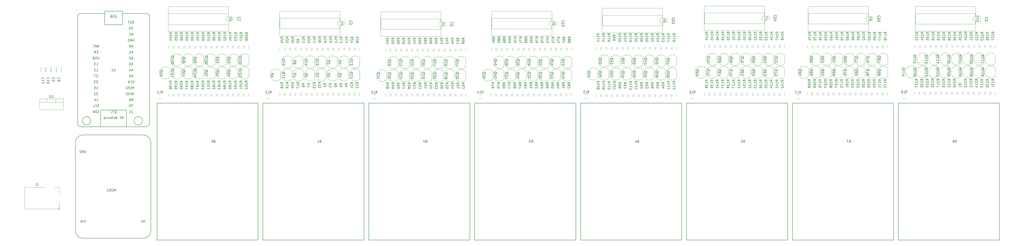
<source format=gbr>
G04 #@! TF.GenerationSoftware,KiCad,Pcbnew,(5.0.2)-1*
G04 #@! TF.CreationDate,2020-02-01T17:43:23-05:00*
G04 #@! TF.ProjectId,ZM1350-display,5a4d3133-3530-42d6-9469-73706c61792e,rev?*
G04 #@! TF.SameCoordinates,Original*
G04 #@! TF.FileFunction,Legend,Bot*
G04 #@! TF.FilePolarity,Positive*
%FSLAX46Y46*%
G04 Gerber Fmt 4.6, Leading zero omitted, Abs format (unit mm)*
G04 Created by KiCad (PCBNEW (5.0.2)-1) date 2/1/2020 5:43:23 PM*
%MOMM*%
%LPD*%
G01*
G04 APERTURE LIST*
%ADD10C,0.150000*%
%ADD11C,0.120000*%
G04 APERTURE END LIST*
D10*
G04 #@! TO.C,B8*
X455374318Y-192569596D02*
X412374318Y-192569596D01*
X412374318Y-134269596D02*
X412371318Y-192551096D01*
X455374318Y-134269596D02*
X455374318Y-192569596D01*
X455374318Y-134269596D02*
X412374318Y-134269596D01*
G04 #@! TO.C,B7*
X410374318Y-192569596D02*
X367374318Y-192569596D01*
X367374318Y-134269596D02*
X367371318Y-192551096D01*
X410374318Y-134269596D02*
X410374318Y-192569596D01*
X410374318Y-134269596D02*
X367374318Y-134269596D01*
G04 #@! TO.C,B6*
X140374318Y-192569596D02*
X97374318Y-192569596D01*
X97374318Y-134269596D02*
X97371318Y-192551096D01*
X140374318Y-134269596D02*
X140374318Y-192569596D01*
X140374318Y-134269596D02*
X97374318Y-134269596D01*
G04 #@! TO.C,B5*
X365374318Y-192569596D02*
X322374318Y-192569596D01*
X322374318Y-134269596D02*
X322371318Y-192551096D01*
X365374318Y-134269596D02*
X365374318Y-192569596D01*
X365374318Y-134269596D02*
X322374318Y-134269596D01*
G04 #@! TO.C,B4*
X320374318Y-192569596D02*
X277374318Y-192569596D01*
X277374318Y-134269596D02*
X277371318Y-192551096D01*
X320374318Y-134269596D02*
X320374318Y-192569596D01*
X320374318Y-134269596D02*
X277374318Y-134269596D01*
G04 #@! TO.C,B3*
X275374318Y-192569596D02*
X232374318Y-192569596D01*
X232374318Y-134269596D02*
X232371318Y-192551096D01*
X275374318Y-134269596D02*
X275374318Y-192569596D01*
X275374318Y-134269596D02*
X232374318Y-134269596D01*
G04 #@! TO.C,B2*
X230374318Y-192569596D02*
X187374318Y-192569596D01*
X187374318Y-134269596D02*
X187371318Y-192551096D01*
X230374318Y-134269596D02*
X230374318Y-192569596D01*
X230374318Y-134269596D02*
X187374318Y-134269596D01*
G04 #@! TO.C,B1*
X185374318Y-192569596D02*
X142374318Y-192569596D01*
X142374318Y-134269596D02*
X142371318Y-192551096D01*
X185374318Y-134269596D02*
X185374318Y-192569596D01*
X185374318Y-134269596D02*
X142374318Y-134269596D01*
D11*
G04 #@! TO.C,Q11*
X154691478Y-124069478D02*
G75*
G02X150253000Y-122231000I-1838478J1838478D01*
G01*
X154691478Y-120392522D02*
G75*
G03X150253000Y-122231000I-1838478J-1838478D01*
G01*
X154703000Y-120431000D02*
X154703000Y-124031000D01*
G04 #@! TO.C,C3*
X449248000Y-97495400D02*
X449248000Y-99495400D01*
X447208000Y-99495400D02*
X447208000Y-97495400D01*
G04 #@! TO.C,C8*
X56735200Y-118975000D02*
X56735200Y-120975000D01*
X54695200Y-120975000D02*
X54695200Y-118975000D01*
G04 #@! TO.C,C9*
X52409200Y-120943000D02*
X52409200Y-118943000D01*
X54449200Y-118943000D02*
X54449200Y-120943000D01*
G04 #@! TO.C,C10*
X52163200Y-118943000D02*
X52163200Y-120943000D01*
X50123200Y-120943000D02*
X50123200Y-118943000D01*
G04 #@! TO.C,C11*
X47920700Y-120944000D02*
X47920700Y-118944000D01*
X49960700Y-118944000D02*
X49960700Y-120944000D01*
G04 #@! TO.C,J1*
X56009700Y-178466000D02*
X56009700Y-179516000D01*
X54959700Y-179516000D02*
X56009700Y-179516000D01*
X49909700Y-170116000D02*
X41109700Y-170116000D01*
X41109700Y-170116000D02*
X41109700Y-179316000D01*
X55809700Y-172816000D02*
X55809700Y-170116000D01*
X55809700Y-170116000D02*
X53909700Y-170116000D01*
X41109700Y-179316000D02*
X55809700Y-179316000D01*
X55809700Y-179316000D02*
X55809700Y-176716000D01*
G04 #@! TO.C,Q1*
X169103000Y-120431000D02*
X169103000Y-124031000D01*
X169091478Y-120392522D02*
G75*
G03X164653000Y-122231000I-1838478J-1838478D01*
G01*
X169091478Y-124069478D02*
G75*
G02X164653000Y-122231000I-1838478J1838478D01*
G01*
G04 #@! TO.C,Q2*
X173891478Y-118554478D02*
G75*
G02X169453000Y-116716000I-1838478J1838478D01*
G01*
X173891478Y-114877522D02*
G75*
G03X169453000Y-116716000I-1838478J-1838478D01*
G01*
X173903000Y-114916000D02*
X173903000Y-118516000D01*
G04 #@! TO.C,Q3*
X178703000Y-120431000D02*
X178703000Y-124031000D01*
X178691478Y-120392522D02*
G75*
G03X174253000Y-122231000I-1838478J-1838478D01*
G01*
X178691478Y-124069478D02*
G75*
G02X174253000Y-122231000I-1838478J1838478D01*
G01*
G04 #@! TO.C,Q4*
X178691478Y-118554478D02*
G75*
G02X174253000Y-116716000I-1838478J1838478D01*
G01*
X178691478Y-114877522D02*
G75*
G03X174253000Y-116716000I-1838478J-1838478D01*
G01*
X178703000Y-114916000D02*
X178703000Y-118516000D01*
G04 #@! TO.C,Q5*
X173891478Y-124069478D02*
G75*
G02X169453000Y-122231000I-1838478J1838478D01*
G01*
X173891478Y-120392522D02*
G75*
G03X169453000Y-122231000I-1838478J-1838478D01*
G01*
X173903000Y-120431000D02*
X173903000Y-124031000D01*
G04 #@! TO.C,Q6*
X164303000Y-120431000D02*
X164303000Y-124031000D01*
X164291478Y-120392522D02*
G75*
G03X159853000Y-122231000I-1838478J-1838478D01*
G01*
X164291478Y-124069478D02*
G75*
G02X159853000Y-122231000I-1838478J1838478D01*
G01*
G04 #@! TO.C,Q7*
X159491478Y-124069478D02*
G75*
G02X155053000Y-122231000I-1838478J1838478D01*
G01*
X159491478Y-120392522D02*
G75*
G03X155053000Y-122231000I-1838478J-1838478D01*
G01*
X159503000Y-120431000D02*
X159503000Y-124031000D01*
G04 #@! TO.C,Q8*
X159503000Y-114916000D02*
X159503000Y-118516000D01*
X159491478Y-114877522D02*
G75*
G03X155053000Y-116716000I-1838478J-1838478D01*
G01*
X159491478Y-118554478D02*
G75*
G02X155053000Y-116716000I-1838478J1838478D01*
G01*
G04 #@! TO.C,Q9*
X149891478Y-124069478D02*
G75*
G02X145453000Y-122231000I-1838478J1838478D01*
G01*
X149891478Y-120392522D02*
G75*
G03X145453000Y-122231000I-1838478J-1838478D01*
G01*
X149903000Y-120431000D02*
X149903000Y-124031000D01*
G04 #@! TO.C,Q10*
X154703000Y-114916000D02*
X154703000Y-118516000D01*
X154691478Y-114877522D02*
G75*
G03X150253000Y-116716000I-1838478J-1838478D01*
G01*
X154691478Y-118554478D02*
G75*
G02X150253000Y-116716000I-1838478J1838478D01*
G01*
G04 #@! TO.C,Q12*
X183503000Y-114916000D02*
X183503000Y-118516000D01*
X183491478Y-114877522D02*
G75*
G03X179053000Y-116716000I-1838478J-1838478D01*
G01*
X183491478Y-118554478D02*
G75*
G02X179053000Y-116716000I-1838478J1838478D01*
G01*
G04 #@! TO.C,Q13*
X183503000Y-120431000D02*
X183503000Y-124031000D01*
X183491478Y-120392522D02*
G75*
G03X179053000Y-122231000I-1838478J-1838478D01*
G01*
X183491478Y-124069478D02*
G75*
G02X179053000Y-122231000I-1838478J1838478D01*
G01*
G04 #@! TO.C,Q14*
X164291478Y-118554478D02*
G75*
G02X159853000Y-116716000I-1838478J1838478D01*
G01*
X164291478Y-114877522D02*
G75*
G03X159853000Y-116716000I-1838478J-1838478D01*
G01*
X164303000Y-114916000D02*
X164303000Y-118516000D01*
G04 #@! TO.C,Q15*
X169103000Y-114916000D02*
X169103000Y-118516000D01*
X169091478Y-114877522D02*
G75*
G03X164653000Y-116716000I-1838478J-1838478D01*
G01*
X169091478Y-118554478D02*
G75*
G02X164653000Y-116716000I-1838478J1838478D01*
G01*
G04 #@! TO.C,Q16*
X214182478Y-124375478D02*
G75*
G02X209744000Y-122537000I-1838478J1838478D01*
G01*
X214182478Y-120698522D02*
G75*
G03X209744000Y-122537000I-1838478J-1838478D01*
G01*
X214194000Y-120737000D02*
X214194000Y-124337000D01*
G04 #@! TO.C,Q17*
X218994000Y-115222000D02*
X218994000Y-118822000D01*
X218982478Y-115183522D02*
G75*
G03X214544000Y-117022000I-1838478J-1838478D01*
G01*
X218982478Y-118860478D02*
G75*
G02X214544000Y-117022000I-1838478J1838478D01*
G01*
G04 #@! TO.C,Q18*
X223782478Y-124375478D02*
G75*
G02X219344000Y-122537000I-1838478J1838478D01*
G01*
X223782478Y-120698522D02*
G75*
G03X219344000Y-122537000I-1838478J-1838478D01*
G01*
X223794000Y-120737000D02*
X223794000Y-124337000D01*
G04 #@! TO.C,Q19*
X223794000Y-115222000D02*
X223794000Y-118822000D01*
X223782478Y-115183522D02*
G75*
G03X219344000Y-117022000I-1838478J-1838478D01*
G01*
X223782478Y-118860478D02*
G75*
G02X219344000Y-117022000I-1838478J1838478D01*
G01*
G04 #@! TO.C,Q20*
X218994000Y-120737000D02*
X218994000Y-124337000D01*
X218982478Y-120698522D02*
G75*
G03X214544000Y-122537000I-1838478J-1838478D01*
G01*
X218982478Y-124375478D02*
G75*
G02X214544000Y-122537000I-1838478J1838478D01*
G01*
G04 #@! TO.C,Q21*
X209382478Y-118860478D02*
G75*
G02X204944000Y-117022000I-1838478J1838478D01*
G01*
X209382478Y-115183522D02*
G75*
G03X204944000Y-117022000I-1838478J-1838478D01*
G01*
X209394000Y-115222000D02*
X209394000Y-118822000D01*
G04 #@! TO.C,Q22*
X204594000Y-120737000D02*
X204594000Y-124337000D01*
X204582478Y-120698522D02*
G75*
G03X200144000Y-122537000I-1838478J-1838478D01*
G01*
X204582478Y-124375478D02*
G75*
G02X200144000Y-122537000I-1838478J1838478D01*
G01*
G04 #@! TO.C,Q23*
X204582478Y-118860478D02*
G75*
G02X200144000Y-117022000I-1838478J1838478D01*
G01*
X204582478Y-115183522D02*
G75*
G03X200144000Y-117022000I-1838478J-1838478D01*
G01*
X204594000Y-115222000D02*
X204594000Y-118822000D01*
G04 #@! TO.C,Q24*
X194994000Y-120737000D02*
X194994000Y-124337000D01*
X194982478Y-120698522D02*
G75*
G03X190544000Y-122537000I-1838478J-1838478D01*
G01*
X194982478Y-124375478D02*
G75*
G02X190544000Y-122537000I-1838478J1838478D01*
G01*
G04 #@! TO.C,Q25*
X199782478Y-118860478D02*
G75*
G02X195344000Y-117022000I-1838478J1838478D01*
G01*
X199782478Y-115183522D02*
G75*
G03X195344000Y-117022000I-1838478J-1838478D01*
G01*
X199794000Y-115222000D02*
X199794000Y-118822000D01*
G04 #@! TO.C,Q26*
X199794000Y-120737000D02*
X199794000Y-124337000D01*
X199782478Y-120698522D02*
G75*
G03X195344000Y-122537000I-1838478J-1838478D01*
G01*
X199782478Y-124375478D02*
G75*
G02X195344000Y-122537000I-1838478J1838478D01*
G01*
G04 #@! TO.C,Q27*
X228582478Y-118860478D02*
G75*
G02X224144000Y-117022000I-1838478J1838478D01*
G01*
X228582478Y-115183522D02*
G75*
G03X224144000Y-117022000I-1838478J-1838478D01*
G01*
X228594000Y-115222000D02*
X228594000Y-118822000D01*
G04 #@! TO.C,Q28*
X228582478Y-124375478D02*
G75*
G02X224144000Y-122537000I-1838478J1838478D01*
G01*
X228582478Y-120698522D02*
G75*
G03X224144000Y-122537000I-1838478J-1838478D01*
G01*
X228594000Y-120737000D02*
X228594000Y-124337000D01*
G04 #@! TO.C,Q29*
X209394000Y-120737000D02*
X209394000Y-124337000D01*
X209382478Y-120698522D02*
G75*
G03X204944000Y-122537000I-1838478J-1838478D01*
G01*
X209382478Y-124375478D02*
G75*
G02X204944000Y-122537000I-1838478J1838478D01*
G01*
G04 #@! TO.C,Q30*
X214182478Y-118860478D02*
G75*
G02X209744000Y-117022000I-1838478J1838478D01*
G01*
X214182478Y-115183522D02*
G75*
G03X209744000Y-117022000I-1838478J-1838478D01*
G01*
X214194000Y-115222000D02*
X214194000Y-118822000D01*
G04 #@! TO.C,Q31*
X259203000Y-120565000D02*
X259203000Y-124165000D01*
X259191478Y-120526522D02*
G75*
G03X254753000Y-122365000I-1838478J-1838478D01*
G01*
X259191478Y-124203478D02*
G75*
G02X254753000Y-122365000I-1838478J1838478D01*
G01*
G04 #@! TO.C,Q32*
X263991478Y-118678478D02*
G75*
G02X259553000Y-116840000I-1838478J1838478D01*
G01*
X263991478Y-115001522D02*
G75*
G03X259553000Y-116840000I-1838478J-1838478D01*
G01*
X264003000Y-115040000D02*
X264003000Y-118640000D01*
G04 #@! TO.C,Q33*
X268803000Y-120565000D02*
X268803000Y-124165000D01*
X268791478Y-120526522D02*
G75*
G03X264353000Y-122365000I-1838478J-1838478D01*
G01*
X268791478Y-124203478D02*
G75*
G02X264353000Y-122365000I-1838478J1838478D01*
G01*
G04 #@! TO.C,Q34*
X268791478Y-118678478D02*
G75*
G02X264353000Y-116840000I-1838478J1838478D01*
G01*
X268791478Y-115001522D02*
G75*
G03X264353000Y-116840000I-1838478J-1838478D01*
G01*
X268803000Y-115040000D02*
X268803000Y-118640000D01*
G04 #@! TO.C,Q35*
X263991478Y-124203478D02*
G75*
G02X259553000Y-122365000I-1838478J1838478D01*
G01*
X263991478Y-120526522D02*
G75*
G03X259553000Y-122365000I-1838478J-1838478D01*
G01*
X264003000Y-120565000D02*
X264003000Y-124165000D01*
G04 #@! TO.C,Q36*
X254403000Y-115045000D02*
X254403000Y-118645000D01*
X254391478Y-115006522D02*
G75*
G03X249953000Y-116845000I-1838478J-1838478D01*
G01*
X254391478Y-118683478D02*
G75*
G02X249953000Y-116845000I-1838478J1838478D01*
G01*
G04 #@! TO.C,Q37*
X249591478Y-124203478D02*
G75*
G02X245153000Y-122365000I-1838478J1838478D01*
G01*
X249591478Y-120526522D02*
G75*
G03X245153000Y-122365000I-1838478J-1838478D01*
G01*
X249603000Y-120565000D02*
X249603000Y-124165000D01*
G04 #@! TO.C,Q38*
X249603000Y-115045000D02*
X249603000Y-118645000D01*
X249591478Y-115006522D02*
G75*
G03X245153000Y-116845000I-1838478J-1838478D01*
G01*
X249591478Y-118683478D02*
G75*
G02X245153000Y-116845000I-1838478J1838478D01*
G01*
G04 #@! TO.C,Q39*
X239991478Y-124203478D02*
G75*
G02X235553000Y-122365000I-1838478J1838478D01*
G01*
X239991478Y-120526522D02*
G75*
G03X235553000Y-122365000I-1838478J-1838478D01*
G01*
X240003000Y-120565000D02*
X240003000Y-124165000D01*
G04 #@! TO.C,Q40*
X244803000Y-115045000D02*
X244803000Y-118645000D01*
X244791478Y-115006522D02*
G75*
G03X240353000Y-116845000I-1838478J-1838478D01*
G01*
X244791478Y-118683478D02*
G75*
G02X240353000Y-116845000I-1838478J1838478D01*
G01*
G04 #@! TO.C,Q41*
X244791478Y-124203478D02*
G75*
G02X240353000Y-122365000I-1838478J1838478D01*
G01*
X244791478Y-120526522D02*
G75*
G03X240353000Y-122365000I-1838478J-1838478D01*
G01*
X244803000Y-120565000D02*
X244803000Y-124165000D01*
G04 #@! TO.C,Q42*
X273603000Y-115040000D02*
X273603000Y-118640000D01*
X273591478Y-115001522D02*
G75*
G03X269153000Y-116840000I-1838478J-1838478D01*
G01*
X273591478Y-118678478D02*
G75*
G02X269153000Y-116840000I-1838478J1838478D01*
G01*
G04 #@! TO.C,Q43*
X273603000Y-120565000D02*
X273603000Y-124165000D01*
X273591478Y-120526522D02*
G75*
G03X269153000Y-122365000I-1838478J-1838478D01*
G01*
X273591478Y-124203478D02*
G75*
G02X269153000Y-122365000I-1838478J1838478D01*
G01*
G04 #@! TO.C,Q44*
X254391478Y-124203478D02*
G75*
G02X249953000Y-122365000I-1838478J1838478D01*
G01*
X254391478Y-120526522D02*
G75*
G03X249953000Y-122365000I-1838478J-1838478D01*
G01*
X254403000Y-120565000D02*
X254403000Y-124165000D01*
G04 #@! TO.C,Q45*
X259203000Y-115045000D02*
X259203000Y-118645000D01*
X259191478Y-115006522D02*
G75*
G03X254753000Y-116845000I-1838478J-1838478D01*
G01*
X259191478Y-118683478D02*
G75*
G02X254753000Y-116845000I-1838478J1838478D01*
G01*
G04 #@! TO.C,Q46*
X303714000Y-120057000D02*
X303714000Y-123657000D01*
X303702478Y-120018522D02*
G75*
G03X299264000Y-121857000I-1838478J-1838478D01*
G01*
X303702478Y-123695478D02*
G75*
G02X299264000Y-121857000I-1838478J1838478D01*
G01*
G04 #@! TO.C,Q47*
X308502478Y-118170478D02*
G75*
G02X304064000Y-116332000I-1838478J1838478D01*
G01*
X308502478Y-114493522D02*
G75*
G03X304064000Y-116332000I-1838478J-1838478D01*
G01*
X308514000Y-114532000D02*
X308514000Y-118132000D01*
G04 #@! TO.C,Q48*
X313314000Y-120057000D02*
X313314000Y-123657000D01*
X313302478Y-120018522D02*
G75*
G03X308864000Y-121857000I-1838478J-1838478D01*
G01*
X313302478Y-123695478D02*
G75*
G02X308864000Y-121857000I-1838478J1838478D01*
G01*
G04 #@! TO.C,Q49*
X313314000Y-114532000D02*
X313314000Y-118132000D01*
X313302478Y-114493522D02*
G75*
G03X308864000Y-116332000I-1838478J-1838478D01*
G01*
X313302478Y-118170478D02*
G75*
G02X308864000Y-116332000I-1838478J1838478D01*
G01*
G04 #@! TO.C,Q50*
X308514000Y-120057000D02*
X308514000Y-123657000D01*
X308502478Y-120018522D02*
G75*
G03X304064000Y-121857000I-1838478J-1838478D01*
G01*
X308502478Y-123695478D02*
G75*
G02X304064000Y-121857000I-1838478J1838478D01*
G01*
G04 #@! TO.C,Q51*
X298902478Y-118170478D02*
G75*
G02X294464000Y-116332000I-1838478J1838478D01*
G01*
X298902478Y-114493522D02*
G75*
G03X294464000Y-116332000I-1838478J-1838478D01*
G01*
X298914000Y-114532000D02*
X298914000Y-118132000D01*
G04 #@! TO.C,Q52*
X294114000Y-120057000D02*
X294114000Y-123657000D01*
X294102478Y-120018522D02*
G75*
G03X289664000Y-121857000I-1838478J-1838478D01*
G01*
X294102478Y-123695478D02*
G75*
G02X289664000Y-121857000I-1838478J1838478D01*
G01*
G04 #@! TO.C,Q53*
X294114000Y-114532000D02*
X294114000Y-118132000D01*
X294102478Y-114493522D02*
G75*
G03X289664000Y-116332000I-1838478J-1838478D01*
G01*
X294102478Y-118170478D02*
G75*
G02X289664000Y-116332000I-1838478J1838478D01*
G01*
G04 #@! TO.C,Q54*
X284477478Y-123695478D02*
G75*
G02X280039000Y-121857000I-1838478J1838478D01*
G01*
X284477478Y-120018522D02*
G75*
G03X280039000Y-121857000I-1838478J-1838478D01*
G01*
X284489000Y-120057000D02*
X284489000Y-123657000D01*
G04 #@! TO.C,Q55*
X289302478Y-118170478D02*
G75*
G02X284864000Y-116332000I-1838478J1838478D01*
G01*
X289302478Y-114493522D02*
G75*
G03X284864000Y-116332000I-1838478J-1838478D01*
G01*
X289314000Y-114532000D02*
X289314000Y-118132000D01*
G04 #@! TO.C,Q56*
X289302478Y-123695478D02*
G75*
G02X284864000Y-121857000I-1838478J1838478D01*
G01*
X289302478Y-120018522D02*
G75*
G03X284864000Y-121857000I-1838478J-1838478D01*
G01*
X289314000Y-120057000D02*
X289314000Y-123657000D01*
G04 #@! TO.C,Q57*
X318102478Y-118170478D02*
G75*
G02X313664000Y-116332000I-1838478J1838478D01*
G01*
X318102478Y-114493522D02*
G75*
G03X313664000Y-116332000I-1838478J-1838478D01*
G01*
X318114000Y-114532000D02*
X318114000Y-118132000D01*
G04 #@! TO.C,Q58*
X318102478Y-123695478D02*
G75*
G02X313664000Y-121857000I-1838478J1838478D01*
G01*
X318102478Y-120018522D02*
G75*
G03X313664000Y-121857000I-1838478J-1838478D01*
G01*
X318114000Y-120057000D02*
X318114000Y-123657000D01*
G04 #@! TO.C,Q59*
X298914000Y-120057000D02*
X298914000Y-123657000D01*
X298902478Y-120018522D02*
G75*
G03X294464000Y-121857000I-1838478J-1838478D01*
G01*
X298902478Y-123695478D02*
G75*
G02X294464000Y-121857000I-1838478J1838478D01*
G01*
G04 #@! TO.C,Q60*
X303702478Y-118170478D02*
G75*
G02X299264000Y-116332000I-1838478J1838478D01*
G01*
X303702478Y-114493522D02*
G75*
G03X299264000Y-116332000I-1838478J-1838478D01*
G01*
X303714000Y-114532000D02*
X303714000Y-118132000D01*
G04 #@! TO.C,Q61*
X349642478Y-122998478D02*
G75*
G02X345204000Y-121160000I-1838478J1838478D01*
G01*
X349642478Y-119321522D02*
G75*
G03X345204000Y-121160000I-1838478J-1838478D01*
G01*
X349654000Y-119360000D02*
X349654000Y-122960000D01*
G04 #@! TO.C,Q62*
X354454000Y-119360000D02*
X354454000Y-122960000D01*
X354442478Y-119321522D02*
G75*
G03X350004000Y-121160000I-1838478J-1838478D01*
G01*
X354442478Y-122998478D02*
G75*
G02X350004000Y-121160000I-1838478J1838478D01*
G01*
G04 #@! TO.C,Q63*
X359242478Y-122998478D02*
G75*
G02X354804000Y-121160000I-1838478J1838478D01*
G01*
X359242478Y-119321522D02*
G75*
G03X354804000Y-121160000I-1838478J-1838478D01*
G01*
X359254000Y-119360000D02*
X359254000Y-122960000D01*
G04 #@! TO.C,Q64*
X359254000Y-113835000D02*
X359254000Y-117435000D01*
X359242478Y-113796522D02*
G75*
G03X354804000Y-115635000I-1838478J-1838478D01*
G01*
X359242478Y-117473478D02*
G75*
G02X354804000Y-115635000I-1838478J1838478D01*
G01*
G04 #@! TO.C,Q65*
X354454000Y-113835000D02*
X354454000Y-117435000D01*
X354442478Y-113796522D02*
G75*
G03X350004000Y-115635000I-1838478J-1838478D01*
G01*
X354442478Y-117473478D02*
G75*
G02X350004000Y-115635000I-1838478J1838478D01*
G01*
G04 #@! TO.C,Q66*
X344842478Y-117473478D02*
G75*
G02X340404000Y-115635000I-1838478J1838478D01*
G01*
X344842478Y-113796522D02*
G75*
G03X340404000Y-115635000I-1838478J-1838478D01*
G01*
X344854000Y-113835000D02*
X344854000Y-117435000D01*
G04 #@! TO.C,Q67*
X340054000Y-119360000D02*
X340054000Y-122960000D01*
X340042478Y-119321522D02*
G75*
G03X335604000Y-121160000I-1838478J-1838478D01*
G01*
X340042478Y-122998478D02*
G75*
G02X335604000Y-121160000I-1838478J1838478D01*
G01*
G04 #@! TO.C,Q68*
X340042478Y-117473478D02*
G75*
G02X335604000Y-115635000I-1838478J1838478D01*
G01*
X340042478Y-113796522D02*
G75*
G03X335604000Y-115635000I-1838478J-1838478D01*
G01*
X340054000Y-113835000D02*
X340054000Y-117435000D01*
G04 #@! TO.C,Q69*
X330442478Y-122998478D02*
G75*
G02X326004000Y-121160000I-1838478J1838478D01*
G01*
X330442478Y-119321522D02*
G75*
G03X326004000Y-121160000I-1838478J-1838478D01*
G01*
X330454000Y-119360000D02*
X330454000Y-122960000D01*
G04 #@! TO.C,Q70*
X335254000Y-113835000D02*
X335254000Y-117435000D01*
X335242478Y-113796522D02*
G75*
G03X330804000Y-115635000I-1838478J-1838478D01*
G01*
X335242478Y-117473478D02*
G75*
G02X330804000Y-115635000I-1838478J1838478D01*
G01*
G04 #@! TO.C,Q71*
X335254000Y-119360000D02*
X335254000Y-122960000D01*
X335242478Y-119321522D02*
G75*
G03X330804000Y-121160000I-1838478J-1838478D01*
G01*
X335242478Y-122998478D02*
G75*
G02X330804000Y-121160000I-1838478J1838478D01*
G01*
G04 #@! TO.C,Q72*
X364042478Y-117473478D02*
G75*
G02X359604000Y-115635000I-1838478J1838478D01*
G01*
X364042478Y-113796522D02*
G75*
G03X359604000Y-115635000I-1838478J-1838478D01*
G01*
X364054000Y-113835000D02*
X364054000Y-117435000D01*
G04 #@! TO.C,Q73*
X364054000Y-119360000D02*
X364054000Y-122960000D01*
X364042478Y-119321522D02*
G75*
G03X359604000Y-121160000I-1838478J-1838478D01*
G01*
X364042478Y-122998478D02*
G75*
G02X359604000Y-121160000I-1838478J1838478D01*
G01*
G04 #@! TO.C,Q74*
X344854000Y-119360000D02*
X344854000Y-122960000D01*
X344842478Y-119321522D02*
G75*
G03X340404000Y-121160000I-1838478J-1838478D01*
G01*
X344842478Y-122998478D02*
G75*
G02X340404000Y-121160000I-1838478J1838478D01*
G01*
G04 #@! TO.C,Q75*
X349642478Y-117473478D02*
G75*
G02X345204000Y-115635000I-1838478J1838478D01*
G01*
X349642478Y-113796522D02*
G75*
G03X345204000Y-115635000I-1838478J-1838478D01*
G01*
X349654000Y-113835000D02*
X349654000Y-117435000D01*
G04 #@! TO.C,Q76*
X393456478Y-122963478D02*
G75*
G02X389018000Y-121125000I-1838478J1838478D01*
G01*
X393456478Y-119286522D02*
G75*
G03X389018000Y-121125000I-1838478J-1838478D01*
G01*
X393468000Y-119325000D02*
X393468000Y-122925000D01*
G04 #@! TO.C,Q77*
X398268000Y-113800000D02*
X398268000Y-117400000D01*
X398256478Y-113761522D02*
G75*
G03X393818000Y-115600000I-1838478J-1838478D01*
G01*
X398256478Y-117438478D02*
G75*
G02X393818000Y-115600000I-1838478J1838478D01*
G01*
G04 #@! TO.C,Q78*
X403056478Y-122963478D02*
G75*
G02X398618000Y-121125000I-1838478J1838478D01*
G01*
X403056478Y-119286522D02*
G75*
G03X398618000Y-121125000I-1838478J-1838478D01*
G01*
X403068000Y-119325000D02*
X403068000Y-122925000D01*
G04 #@! TO.C,Q79*
X403068000Y-113800000D02*
X403068000Y-117400000D01*
X403056478Y-113761522D02*
G75*
G03X398618000Y-115600000I-1838478J-1838478D01*
G01*
X403056478Y-117438478D02*
G75*
G02X398618000Y-115600000I-1838478J1838478D01*
G01*
G04 #@! TO.C,Q80*
X398256478Y-122963478D02*
G75*
G02X393818000Y-121125000I-1838478J1838478D01*
G01*
X398256478Y-119286522D02*
G75*
G03X393818000Y-121125000I-1838478J-1838478D01*
G01*
X398268000Y-119325000D02*
X398268000Y-122925000D01*
G04 #@! TO.C,Q81*
X388668000Y-113800000D02*
X388668000Y-117400000D01*
X388656478Y-113761522D02*
G75*
G03X384218000Y-115600000I-1838478J-1838478D01*
G01*
X388656478Y-117438478D02*
G75*
G02X384218000Y-115600000I-1838478J1838478D01*
G01*
G04 #@! TO.C,Q82*
X383856478Y-122963478D02*
G75*
G02X379418000Y-121125000I-1838478J1838478D01*
G01*
X383856478Y-119286522D02*
G75*
G03X379418000Y-121125000I-1838478J-1838478D01*
G01*
X383868000Y-119325000D02*
X383868000Y-122925000D01*
G04 #@! TO.C,Q83*
X383868000Y-113800000D02*
X383868000Y-117400000D01*
X383856478Y-113761522D02*
G75*
G03X379418000Y-115600000I-1838478J-1838478D01*
G01*
X383856478Y-117438478D02*
G75*
G02X379418000Y-115600000I-1838478J1838478D01*
G01*
G04 #@! TO.C,Q84*
X374256478Y-122963478D02*
G75*
G02X369818000Y-121125000I-1838478J1838478D01*
G01*
X374256478Y-119286522D02*
G75*
G03X369818000Y-121125000I-1838478J-1838478D01*
G01*
X374268000Y-119325000D02*
X374268000Y-122925000D01*
G04 #@! TO.C,Q85*
X379068000Y-113800000D02*
X379068000Y-117400000D01*
X379056478Y-113761522D02*
G75*
G03X374618000Y-115600000I-1838478J-1838478D01*
G01*
X379056478Y-117438478D02*
G75*
G02X374618000Y-115600000I-1838478J1838478D01*
G01*
G04 #@! TO.C,Q86*
X379056478Y-122963478D02*
G75*
G02X374618000Y-121125000I-1838478J1838478D01*
G01*
X379056478Y-119286522D02*
G75*
G03X374618000Y-121125000I-1838478J-1838478D01*
G01*
X379068000Y-119325000D02*
X379068000Y-122925000D01*
G04 #@! TO.C,Q87*
X407856478Y-117438478D02*
G75*
G02X403418000Y-115600000I-1838478J1838478D01*
G01*
X407856478Y-113761522D02*
G75*
G03X403418000Y-115600000I-1838478J-1838478D01*
G01*
X407868000Y-113800000D02*
X407868000Y-117400000D01*
G04 #@! TO.C,Q88*
X407868000Y-119325000D02*
X407868000Y-122925000D01*
X407856478Y-119286522D02*
G75*
G03X403418000Y-121125000I-1838478J-1838478D01*
G01*
X407856478Y-122963478D02*
G75*
G02X403418000Y-121125000I-1838478J1838478D01*
G01*
G04 #@! TO.C,Q89*
X388668000Y-119325000D02*
X388668000Y-122925000D01*
X388656478Y-119286522D02*
G75*
G03X384218000Y-121125000I-1838478J-1838478D01*
G01*
X388656478Y-122963478D02*
G75*
G02X384218000Y-121125000I-1838478J1838478D01*
G01*
G04 #@! TO.C,Q90*
X393468000Y-113800000D02*
X393468000Y-117400000D01*
X393456478Y-113761522D02*
G75*
G03X389018000Y-115600000I-1838478J-1838478D01*
G01*
X393456478Y-117438478D02*
G75*
G02X389018000Y-115600000I-1838478J1838478D01*
G01*
G04 #@! TO.C,Q91*
X122027478Y-123222478D02*
G75*
G02X117589000Y-121384000I-1838478J1838478D01*
G01*
X122027478Y-119545522D02*
G75*
G03X117589000Y-121384000I-1838478J-1838478D01*
G01*
X122039000Y-119584000D02*
X122039000Y-123184000D01*
G04 #@! TO.C,Q92*
X126839000Y-114059000D02*
X126839000Y-117659000D01*
X126827478Y-114020522D02*
G75*
G03X122389000Y-115859000I-1838478J-1838478D01*
G01*
X126827478Y-117697478D02*
G75*
G02X122389000Y-115859000I-1838478J1838478D01*
G01*
G04 #@! TO.C,Q93*
X131627478Y-117697478D02*
G75*
G02X127189000Y-115859000I-1838478J1838478D01*
G01*
X131627478Y-114020522D02*
G75*
G03X127189000Y-115859000I-1838478J-1838478D01*
G01*
X131639000Y-114059000D02*
X131639000Y-117659000D01*
G04 #@! TO.C,Q94*
X131639000Y-119584000D02*
X131639000Y-123184000D01*
X131627478Y-119545522D02*
G75*
G03X127189000Y-121384000I-1838478J-1838478D01*
G01*
X131627478Y-123222478D02*
G75*
G02X127189000Y-121384000I-1838478J1838478D01*
G01*
G04 #@! TO.C,Q95*
X126839000Y-119584000D02*
X126839000Y-123184000D01*
X126827478Y-119545522D02*
G75*
G03X122389000Y-121384000I-1838478J-1838478D01*
G01*
X126827478Y-123222478D02*
G75*
G02X122389000Y-121384000I-1838478J1838478D01*
G01*
G04 #@! TO.C,Q96*
X117227478Y-117697478D02*
G75*
G02X112789000Y-115859000I-1838478J1838478D01*
G01*
X117227478Y-114020522D02*
G75*
G03X112789000Y-115859000I-1838478J-1838478D01*
G01*
X117239000Y-114059000D02*
X117239000Y-117659000D01*
G04 #@! TO.C,Q97*
X112439000Y-119584000D02*
X112439000Y-123184000D01*
X112427478Y-119545522D02*
G75*
G03X107989000Y-121384000I-1838478J-1838478D01*
G01*
X112427478Y-123222478D02*
G75*
G02X107989000Y-121384000I-1838478J1838478D01*
G01*
G04 #@! TO.C,Q98*
X112427478Y-117697478D02*
G75*
G02X107989000Y-115859000I-1838478J1838478D01*
G01*
X112427478Y-114020522D02*
G75*
G03X107989000Y-115859000I-1838478J-1838478D01*
G01*
X112439000Y-114059000D02*
X112439000Y-117659000D01*
G04 #@! TO.C,Q99*
X102839000Y-119584000D02*
X102839000Y-123184000D01*
X102827478Y-119545522D02*
G75*
G03X98389000Y-121384000I-1838478J-1838478D01*
G01*
X102827478Y-123222478D02*
G75*
G02X98389000Y-121384000I-1838478J1838478D01*
G01*
G04 #@! TO.C,Q100*
X107627478Y-117697478D02*
G75*
G02X103189000Y-115859000I-1838478J1838478D01*
G01*
X107627478Y-114020522D02*
G75*
G03X103189000Y-115859000I-1838478J-1838478D01*
G01*
X107639000Y-114059000D02*
X107639000Y-117659000D01*
G04 #@! TO.C,Q101*
X107639000Y-119584000D02*
X107639000Y-123184000D01*
X107627478Y-119545522D02*
G75*
G03X103189000Y-121384000I-1838478J-1838478D01*
G01*
X107627478Y-123222478D02*
G75*
G02X103189000Y-121384000I-1838478J1838478D01*
G01*
G04 #@! TO.C,Q102*
X136427478Y-117697478D02*
G75*
G02X131989000Y-115859000I-1838478J1838478D01*
G01*
X136427478Y-114020522D02*
G75*
G03X131989000Y-115859000I-1838478J-1838478D01*
G01*
X136439000Y-114059000D02*
X136439000Y-117659000D01*
G04 #@! TO.C,Q103*
X136427478Y-123222478D02*
G75*
G02X131989000Y-121384000I-1838478J1838478D01*
G01*
X136427478Y-119545522D02*
G75*
G03X131989000Y-121384000I-1838478J-1838478D01*
G01*
X136439000Y-119584000D02*
X136439000Y-123184000D01*
G04 #@! TO.C,Q104*
X117239000Y-119584000D02*
X117239000Y-123184000D01*
X117227478Y-119545522D02*
G75*
G03X112789000Y-121384000I-1838478J-1838478D01*
G01*
X117227478Y-123222478D02*
G75*
G02X112789000Y-121384000I-1838478J1838478D01*
G01*
G04 #@! TO.C,Q105*
X122027478Y-117697478D02*
G75*
G02X117589000Y-115859000I-1838478J1838478D01*
G01*
X122027478Y-114020522D02*
G75*
G03X117589000Y-115859000I-1838478J-1838478D01*
G01*
X122039000Y-114059000D02*
X122039000Y-117659000D01*
G04 #@! TO.C,R2*
X169706000Y-129864936D02*
X169706000Y-131069064D01*
X167886000Y-129864936D02*
X167886000Y-131069064D01*
G04 #@! TO.C,R3*
X171981000Y-129864936D02*
X171981000Y-131069064D01*
X170161000Y-129864936D02*
X170161000Y-131069064D01*
G04 #@! TO.C,R4*
X176986000Y-129864936D02*
X176986000Y-131069064D01*
X178806000Y-129864936D02*
X178806000Y-131069064D01*
G04 #@! TO.C,R5*
X174711000Y-129864936D02*
X174711000Y-131069064D01*
X176531000Y-129864936D02*
X176531000Y-131069064D01*
G04 #@! TO.C,R6*
X172436000Y-129864936D02*
X172436000Y-131069064D01*
X174256000Y-129864936D02*
X174256000Y-131069064D01*
G04 #@! TO.C,R7*
X162856000Y-129864936D02*
X162856000Y-131069064D01*
X161036000Y-129864936D02*
X161036000Y-131069064D01*
G04 #@! TO.C,R8*
X160556000Y-129876936D02*
X160556000Y-131081064D01*
X158736000Y-129876936D02*
X158736000Y-131081064D01*
G04 #@! TO.C,R9*
X158284000Y-111834064D02*
X158284000Y-110629936D01*
X156464000Y-111834064D02*
X156464000Y-110629936D01*
G04 #@! TO.C,R10*
X158764000Y-111834064D02*
X158764000Y-110629936D01*
X160584000Y-111834064D02*
X160584000Y-110629936D01*
G04 #@! TO.C,R11*
X165184000Y-111834064D02*
X165184000Y-110629936D01*
X163364000Y-111834064D02*
X163364000Y-110629936D01*
G04 #@! TO.C,R12*
X172539000Y-111834064D02*
X172539000Y-110629936D01*
X174359000Y-111834064D02*
X174359000Y-110629936D01*
G04 #@! TO.C,R13*
X174839000Y-110617936D02*
X174839000Y-111822064D01*
X176659000Y-110617936D02*
X176659000Y-111822064D01*
G04 #@! TO.C,R14*
X177114000Y-111822064D02*
X177114000Y-110617936D01*
X178934000Y-111822064D02*
X178934000Y-110617936D01*
G04 #@! TO.C,R15*
X170264000Y-111834064D02*
X170264000Y-110629936D01*
X172084000Y-111834064D02*
X172084000Y-110629936D01*
G04 #@! TO.C,R16*
X167964000Y-111834064D02*
X167964000Y-110629936D01*
X169784000Y-111834064D02*
X169784000Y-110629936D01*
G04 #@! TO.C,R17*
X158256000Y-129889936D02*
X158256000Y-131094064D01*
X156436000Y-129889936D02*
X156436000Y-131094064D01*
G04 #@! TO.C,R18*
X149586000Y-129889936D02*
X149586000Y-131094064D01*
X151406000Y-129889936D02*
X151406000Y-131094064D01*
G04 #@! TO.C,R19*
X151861000Y-129876936D02*
X151861000Y-131081064D01*
X153681000Y-129876936D02*
X153681000Y-131081064D01*
G04 #@! TO.C,R20*
X154136000Y-129889936D02*
X154136000Y-131094064D01*
X155956000Y-129889936D02*
X155956000Y-131094064D01*
G04 #@! TO.C,R21*
X179266000Y-129869936D02*
X179266000Y-131074064D01*
X181086000Y-129869936D02*
X181086000Y-131074064D01*
G04 #@! TO.C,R22*
X183376000Y-129871936D02*
X183376000Y-131076064D01*
X181556000Y-129871936D02*
X181556000Y-131076064D01*
G04 #@! TO.C,R23*
X165156000Y-129864936D02*
X165156000Y-131069064D01*
X163336000Y-129864936D02*
X163336000Y-131069064D01*
G04 #@! TO.C,R24*
X149589000Y-111834064D02*
X149589000Y-110629936D01*
X151409000Y-111834064D02*
X151409000Y-110629936D01*
G04 #@! TO.C,R25*
X153684000Y-111834064D02*
X153684000Y-110629936D01*
X151864000Y-111834064D02*
X151864000Y-110629936D01*
G04 #@! TO.C,R26*
X154164000Y-111822064D02*
X154164000Y-110617936D01*
X155984000Y-111822064D02*
X155984000Y-110617936D01*
G04 #@! TO.C,R27*
X181234000Y-111822064D02*
X181234000Y-110617936D01*
X179414000Y-111822064D02*
X179414000Y-110617936D01*
G04 #@! TO.C,R28*
X183509000Y-111809064D02*
X183509000Y-110604936D01*
X181689000Y-111809064D02*
X181689000Y-110604936D01*
G04 #@! TO.C,R29*
X162884000Y-111834064D02*
X162884000Y-110629936D01*
X161064000Y-111834064D02*
X161064000Y-110629936D01*
G04 #@! TO.C,R30*
X165664000Y-111834064D02*
X165664000Y-110629936D01*
X167484000Y-111834064D02*
X167484000Y-110629936D01*
G04 #@! TO.C,R31*
X165611000Y-129864936D02*
X165611000Y-131069064D01*
X167431000Y-129864936D02*
X167431000Y-131069064D01*
G04 #@! TO.C,R32*
X214755000Y-130095936D02*
X214755000Y-131300064D01*
X212935000Y-130095936D02*
X212935000Y-131300064D01*
G04 #@! TO.C,R33*
X215235000Y-130095936D02*
X215235000Y-131300064D01*
X217055000Y-130095936D02*
X217055000Y-131300064D01*
G04 #@! TO.C,R34*
X222135000Y-130095936D02*
X222135000Y-131300064D01*
X223955000Y-130095936D02*
X223955000Y-131300064D01*
G04 #@! TO.C,R35*
X219835000Y-130095936D02*
X219835000Y-131300064D01*
X221655000Y-130095936D02*
X221655000Y-131300064D01*
G04 #@! TO.C,R36*
X219355000Y-130095936D02*
X219355000Y-131300064D01*
X217535000Y-130095936D02*
X217535000Y-131300064D01*
G04 #@! TO.C,R37*
X206035000Y-130108936D02*
X206035000Y-131313064D01*
X207855000Y-130108936D02*
X207855000Y-131313064D01*
G04 #@! TO.C,R38*
X203735000Y-130095936D02*
X203735000Y-131300064D01*
X205555000Y-130095936D02*
X205555000Y-131300064D01*
G04 #@! TO.C,R39*
X201393000Y-112284064D02*
X201393000Y-111079936D01*
X203213000Y-112284064D02*
X203213000Y-111079936D01*
G04 #@! TO.C,R40*
X205513000Y-112284064D02*
X205513000Y-111079936D01*
X203693000Y-112284064D02*
X203693000Y-111079936D01*
G04 #@! TO.C,R41*
X205993000Y-112284064D02*
X205993000Y-111079936D01*
X207813000Y-112284064D02*
X207813000Y-111079936D01*
G04 #@! TO.C,R42*
X219313000Y-112284064D02*
X219313000Y-111079936D01*
X217493000Y-112284064D02*
X217493000Y-111079936D01*
G04 #@! TO.C,R43*
X219793000Y-112272064D02*
X219793000Y-111067936D01*
X221613000Y-112272064D02*
X221613000Y-111067936D01*
G04 #@! TO.C,R44*
X223913000Y-112272064D02*
X223913000Y-111067936D01*
X222093000Y-112272064D02*
X222093000Y-111067936D01*
G04 #@! TO.C,R45*
X215193000Y-112272064D02*
X215193000Y-111067936D01*
X217013000Y-112272064D02*
X217013000Y-111067936D01*
G04 #@! TO.C,R46*
X214713000Y-112272064D02*
X214713000Y-111067936D01*
X212893000Y-112272064D02*
X212893000Y-111067936D01*
G04 #@! TO.C,R47*
X201435000Y-130095936D02*
X201435000Y-131300064D01*
X203255000Y-130095936D02*
X203255000Y-131300064D01*
G04 #@! TO.C,R48*
X196355000Y-130083936D02*
X196355000Y-131288064D01*
X194535000Y-130083936D02*
X194535000Y-131288064D01*
G04 #@! TO.C,R49*
X198655000Y-130095936D02*
X198655000Y-131300064D01*
X196835000Y-130095936D02*
X196835000Y-131300064D01*
G04 #@! TO.C,R50*
X200955000Y-130083936D02*
X200955000Y-131288064D01*
X199135000Y-130083936D02*
X199135000Y-131288064D01*
G04 #@! TO.C,R51*
X226255000Y-130108936D02*
X226255000Y-131313064D01*
X224435000Y-130108936D02*
X224435000Y-131313064D01*
G04 #@! TO.C,R52*
X228555000Y-130108936D02*
X228555000Y-131313064D01*
X226735000Y-130108936D02*
X226735000Y-131313064D01*
G04 #@! TO.C,R53*
X210155000Y-130095936D02*
X210155000Y-131300064D01*
X208335000Y-130095936D02*
X208335000Y-131300064D01*
G04 #@! TO.C,R54*
X196313000Y-112297064D02*
X196313000Y-111092936D01*
X194493000Y-112297064D02*
X194493000Y-111092936D01*
G04 #@! TO.C,R55*
X196793000Y-112297064D02*
X196793000Y-111092936D01*
X198613000Y-112297064D02*
X198613000Y-111092936D01*
G04 #@! TO.C,R56*
X200913000Y-112297064D02*
X200913000Y-111092936D01*
X199093000Y-112297064D02*
X199093000Y-111092936D01*
G04 #@! TO.C,R57*
X224393000Y-112259064D02*
X224393000Y-111054936D01*
X226213000Y-112259064D02*
X226213000Y-111054936D01*
G04 #@! TO.C,R58*
X226693000Y-112272064D02*
X226693000Y-111067936D01*
X228513000Y-112272064D02*
X228513000Y-111067936D01*
G04 #@! TO.C,R59*
X208293000Y-112284064D02*
X208293000Y-111079936D01*
X210113000Y-112284064D02*
X210113000Y-111079936D01*
G04 #@! TO.C,R60*
X212413000Y-112272064D02*
X212413000Y-111067936D01*
X210593000Y-112272064D02*
X210593000Y-111067936D01*
G04 #@! TO.C,R61*
X212455000Y-130095936D02*
X212455000Y-131300064D01*
X210635000Y-130095936D02*
X210635000Y-131300064D01*
G04 #@! TO.C,R62*
X259496000Y-130090936D02*
X259496000Y-131295064D01*
X257676000Y-130090936D02*
X257676000Y-131295064D01*
G04 #@! TO.C,R63*
X259976000Y-130090936D02*
X259976000Y-131295064D01*
X261796000Y-130090936D02*
X261796000Y-131295064D01*
G04 #@! TO.C,R64*
X266876000Y-130102936D02*
X266876000Y-131307064D01*
X268696000Y-130102936D02*
X268696000Y-131307064D01*
G04 #@! TO.C,R65*
X266396000Y-130102936D02*
X266396000Y-131307064D01*
X264576000Y-130102936D02*
X264576000Y-131307064D01*
G04 #@! TO.C,R66*
X262276000Y-130102936D02*
X262276000Y-131307064D01*
X264096000Y-130102936D02*
X264096000Y-131307064D01*
G04 #@! TO.C,R67*
X252596000Y-130090936D02*
X252596000Y-131295064D01*
X250776000Y-130090936D02*
X250776000Y-131295064D01*
G04 #@! TO.C,R68*
X250296000Y-130090936D02*
X250296000Y-131295064D01*
X248476000Y-130090936D02*
X248476000Y-131295064D01*
G04 #@! TO.C,R69*
X248259000Y-111909064D02*
X248259000Y-110704936D01*
X246439000Y-111909064D02*
X246439000Y-110704936D01*
G04 #@! TO.C,R70*
X248739000Y-111909064D02*
X248739000Y-110704936D01*
X250559000Y-111909064D02*
X250559000Y-110704936D01*
G04 #@! TO.C,R71*
X252859000Y-111909064D02*
X252859000Y-110704936D01*
X251039000Y-111909064D02*
X251039000Y-110704936D01*
G04 #@! TO.C,R72*
X264359000Y-111884064D02*
X264359000Y-110679936D01*
X262539000Y-111884064D02*
X262539000Y-110679936D01*
G04 #@! TO.C,R73*
X264839000Y-111884064D02*
X264839000Y-110679936D01*
X266659000Y-111884064D02*
X266659000Y-110679936D01*
G04 #@! TO.C,R74*
X268959000Y-111871064D02*
X268959000Y-110666936D01*
X267139000Y-111871064D02*
X267139000Y-110666936D01*
G04 #@! TO.C,R75*
X260239000Y-111896064D02*
X260239000Y-110691936D01*
X262059000Y-111896064D02*
X262059000Y-110691936D01*
G04 #@! TO.C,R76*
X259759000Y-111909064D02*
X259759000Y-110704936D01*
X257939000Y-111909064D02*
X257939000Y-110704936D01*
G04 #@! TO.C,R77*
X246176000Y-130090936D02*
X246176000Y-131295064D01*
X247996000Y-130090936D02*
X247996000Y-131295064D01*
G04 #@! TO.C,R78*
X241096000Y-130090936D02*
X241096000Y-131295064D01*
X239276000Y-130090936D02*
X239276000Y-131295064D01*
G04 #@! TO.C,R79*
X241576000Y-130090936D02*
X241576000Y-131295064D01*
X243396000Y-130090936D02*
X243396000Y-131295064D01*
G04 #@! TO.C,R80*
X245696000Y-130090936D02*
X245696000Y-131295064D01*
X243876000Y-130090936D02*
X243876000Y-131295064D01*
G04 #@! TO.C,R81*
X269176000Y-130102936D02*
X269176000Y-131307064D01*
X270996000Y-130102936D02*
X270996000Y-131307064D01*
G04 #@! TO.C,R82*
X271476000Y-130102936D02*
X271476000Y-131307064D01*
X273296000Y-130102936D02*
X273296000Y-131307064D01*
G04 #@! TO.C,R83*
X254896000Y-130090936D02*
X254896000Y-131295064D01*
X253076000Y-130090936D02*
X253076000Y-131295064D01*
G04 #@! TO.C,R84*
X239539000Y-111934064D02*
X239539000Y-110729936D01*
X241359000Y-111934064D02*
X241359000Y-110729936D01*
G04 #@! TO.C,R85*
X243659000Y-111921064D02*
X243659000Y-110716936D01*
X241839000Y-111921064D02*
X241839000Y-110716936D01*
G04 #@! TO.C,R86*
X244139000Y-111909064D02*
X244139000Y-110704936D01*
X245959000Y-111909064D02*
X245959000Y-110704936D01*
G04 #@! TO.C,R87*
X269439000Y-111871064D02*
X269439000Y-110666936D01*
X271259000Y-111871064D02*
X271259000Y-110666936D01*
G04 #@! TO.C,R88*
X273556000Y-111871064D02*
X273556000Y-110666936D01*
X271736000Y-111871064D02*
X271736000Y-110666936D01*
G04 #@! TO.C,R89*
X255159000Y-111909064D02*
X255159000Y-110704936D01*
X253339000Y-111909064D02*
X253339000Y-110704936D01*
G04 #@! TO.C,R90*
X255639000Y-111921064D02*
X255639000Y-110716936D01*
X257459000Y-111921064D02*
X257459000Y-110716936D01*
G04 #@! TO.C,R91*
X255376000Y-130090936D02*
X255376000Y-131295064D01*
X257196000Y-130090936D02*
X257196000Y-131295064D01*
G04 #@! TO.C,R92*
X302357000Y-130445936D02*
X302357000Y-131650064D01*
X304177000Y-130445936D02*
X304177000Y-131650064D01*
G04 #@! TO.C,R93*
X306477000Y-130445936D02*
X306477000Y-131650064D01*
X304657000Y-130445936D02*
X304657000Y-131650064D01*
G04 #@! TO.C,R94*
X313377000Y-130433936D02*
X313377000Y-131638064D01*
X311557000Y-130433936D02*
X311557000Y-131638064D01*
G04 #@! TO.C,R95*
X311077000Y-130445936D02*
X311077000Y-131650064D01*
X309257000Y-130445936D02*
X309257000Y-131650064D01*
G04 #@! TO.C,R96*
X306957000Y-130445936D02*
X306957000Y-131650064D01*
X308777000Y-130445936D02*
X308777000Y-131650064D01*
G04 #@! TO.C,R97*
X295457000Y-130445936D02*
X295457000Y-131650064D01*
X297277000Y-130445936D02*
X297277000Y-131650064D01*
G04 #@! TO.C,R98*
X294977000Y-130458936D02*
X294977000Y-131663064D01*
X293157000Y-130458936D02*
X293157000Y-131663064D01*
G04 #@! TO.C,R99*
X292714000Y-111516064D02*
X292714000Y-110311936D01*
X290894000Y-111516064D02*
X290894000Y-110311936D01*
G04 #@! TO.C,R100*
X293194000Y-111516064D02*
X293194000Y-110311936D01*
X295014000Y-111516064D02*
X295014000Y-110311936D01*
G04 #@! TO.C,R101*
X295494000Y-111516064D02*
X295494000Y-110311936D01*
X297314000Y-111516064D02*
X297314000Y-110311936D01*
G04 #@! TO.C,R102*
X308864000Y-111503064D02*
X308864000Y-110298936D01*
X307044000Y-111503064D02*
X307044000Y-110298936D01*
G04 #@! TO.C,R103*
X311644000Y-111503064D02*
X311644000Y-110298936D01*
X313464000Y-111503064D02*
X313464000Y-110298936D01*
G04 #@! TO.C,R104*
X311164000Y-111503064D02*
X311164000Y-110298936D01*
X309344000Y-111503064D02*
X309344000Y-110298936D01*
G04 #@! TO.C,R105*
X304719000Y-111503064D02*
X304719000Y-110298936D01*
X306539000Y-111503064D02*
X306539000Y-110298936D01*
G04 #@! TO.C,R106*
X304239000Y-111503064D02*
X304239000Y-110298936D01*
X302419000Y-111503064D02*
X302419000Y-110298936D01*
G04 #@! TO.C,R107*
X290857000Y-130445936D02*
X290857000Y-131650064D01*
X292677000Y-130445936D02*
X292677000Y-131650064D01*
G04 #@! TO.C,R108*
X285777000Y-130421936D02*
X285777000Y-131626064D01*
X283957000Y-130421936D02*
X283957000Y-131626064D01*
G04 #@! TO.C,R109*
X286257000Y-130433936D02*
X286257000Y-131638064D01*
X288077000Y-130433936D02*
X288077000Y-131638064D01*
G04 #@! TO.C,R110*
X290377000Y-130433936D02*
X290377000Y-131638064D01*
X288557000Y-130433936D02*
X288557000Y-131638064D01*
G04 #@! TO.C,R111*
X315677000Y-130433936D02*
X315677000Y-131638064D01*
X313857000Y-130433936D02*
X313857000Y-131638064D01*
G04 #@! TO.C,R112*
X316157000Y-130433936D02*
X316157000Y-131638064D01*
X317977000Y-130433936D02*
X317977000Y-131638064D01*
G04 #@! TO.C,R113*
X297757000Y-130445936D02*
X297757000Y-131650064D01*
X299577000Y-130445936D02*
X299577000Y-131650064D01*
G04 #@! TO.C,R114*
X283994000Y-111516064D02*
X283994000Y-110311936D01*
X285814000Y-111516064D02*
X285814000Y-110311936D01*
G04 #@! TO.C,R115*
X288114000Y-111516064D02*
X288114000Y-110311936D01*
X286294000Y-111516064D02*
X286294000Y-110311936D01*
G04 #@! TO.C,R116*
X288594000Y-111516064D02*
X288594000Y-110311936D01*
X290414000Y-111516064D02*
X290414000Y-110311936D01*
G04 #@! TO.C,R117*
X313944000Y-111491064D02*
X313944000Y-110286936D01*
X315764000Y-111491064D02*
X315764000Y-110286936D01*
G04 #@! TO.C,R118*
X318089000Y-111503064D02*
X318089000Y-110298936D01*
X316269000Y-111503064D02*
X316269000Y-110298936D01*
G04 #@! TO.C,R119*
X299614000Y-111503064D02*
X299614000Y-110298936D01*
X297794000Y-111503064D02*
X297794000Y-110298936D01*
G04 #@! TO.C,R120*
X300094000Y-111503064D02*
X300094000Y-110298936D01*
X301914000Y-111503064D02*
X301914000Y-110298936D01*
G04 #@! TO.C,R121*
X300057000Y-130445936D02*
X300057000Y-131650064D01*
X301877000Y-130445936D02*
X301877000Y-131650064D01*
G04 #@! TO.C,R122*
X350191000Y-129939936D02*
X350191000Y-131144064D01*
X348371000Y-129939936D02*
X348371000Y-131144064D01*
G04 #@! TO.C,R123*
X352491000Y-129939936D02*
X352491000Y-131144064D01*
X350671000Y-129939936D02*
X350671000Y-131144064D01*
G04 #@! TO.C,R124*
X357571000Y-129939936D02*
X357571000Y-131144064D01*
X359391000Y-129939936D02*
X359391000Y-131144064D01*
G04 #@! TO.C,R125*
X357091000Y-129939936D02*
X357091000Y-131144064D01*
X355271000Y-129939936D02*
X355271000Y-131144064D01*
G04 #@! TO.C,R126*
X352971000Y-129952936D02*
X352971000Y-131157064D01*
X354791000Y-129952936D02*
X354791000Y-131157064D01*
G04 #@! TO.C,R127*
X343291000Y-129902936D02*
X343291000Y-131107064D01*
X341471000Y-129902936D02*
X341471000Y-131107064D01*
G04 #@! TO.C,R128*
X340991000Y-129914936D02*
X340991000Y-131119064D01*
X339171000Y-129914936D02*
X339171000Y-131119064D01*
G04 #@! TO.C,R129*
X338739000Y-110703064D02*
X338739000Y-109498936D01*
X336919000Y-110703064D02*
X336919000Y-109498936D01*
G04 #@! TO.C,R130*
X339219000Y-110703064D02*
X339219000Y-109498936D01*
X341039000Y-110703064D02*
X341039000Y-109498936D01*
G04 #@! TO.C,R131*
X343339000Y-110703064D02*
X343339000Y-109498936D01*
X341519000Y-110703064D02*
X341519000Y-109498936D01*
G04 #@! TO.C,R132*
X350719000Y-110703064D02*
X350719000Y-109498936D01*
X352539000Y-110703064D02*
X352539000Y-109498936D01*
G04 #@! TO.C,R133*
X357139000Y-110703064D02*
X357139000Y-109498936D01*
X355319000Y-110703064D02*
X355319000Y-109498936D01*
G04 #@! TO.C,R134*
X357619000Y-110703064D02*
X357619000Y-109498936D01*
X359439000Y-110703064D02*
X359439000Y-109498936D01*
G04 #@! TO.C,R135*
X354839000Y-110703064D02*
X354839000Y-109498936D01*
X353019000Y-110703064D02*
X353019000Y-109498936D01*
G04 #@! TO.C,R136*
X348419000Y-110703064D02*
X348419000Y-109498936D01*
X350239000Y-110703064D02*
X350239000Y-109498936D01*
G04 #@! TO.C,R137*
X336871000Y-129902936D02*
X336871000Y-131107064D01*
X338691000Y-129902936D02*
X338691000Y-131107064D01*
G04 #@! TO.C,R138*
X331791000Y-129889936D02*
X331791000Y-131094064D01*
X329971000Y-129889936D02*
X329971000Y-131094064D01*
G04 #@! TO.C,R139*
X332271000Y-129902936D02*
X332271000Y-131107064D01*
X334091000Y-129902936D02*
X334091000Y-131107064D01*
G04 #@! TO.C,R140*
X336391000Y-129902936D02*
X336391000Y-131107064D01*
X334571000Y-129902936D02*
X334571000Y-131107064D01*
G04 #@! TO.C,R141*
X359871000Y-129952936D02*
X359871000Y-131157064D01*
X361691000Y-129952936D02*
X361691000Y-131157064D01*
G04 #@! TO.C,R142*
X362171000Y-129939936D02*
X362171000Y-131144064D01*
X363991000Y-129939936D02*
X363991000Y-131144064D01*
G04 #@! TO.C,R143*
X345591000Y-129914936D02*
X345591000Y-131119064D01*
X343771000Y-129914936D02*
X343771000Y-131119064D01*
G04 #@! TO.C,R144*
X330019000Y-110703064D02*
X330019000Y-109498936D01*
X331839000Y-110703064D02*
X331839000Y-109498936D01*
G04 #@! TO.C,R145*
X334139000Y-110703064D02*
X334139000Y-109498936D01*
X332319000Y-110703064D02*
X332319000Y-109498936D01*
G04 #@! TO.C,R146*
X334619000Y-110703064D02*
X334619000Y-109498936D01*
X336439000Y-110703064D02*
X336439000Y-109498936D01*
G04 #@! TO.C,R147*
X361739000Y-110691064D02*
X361739000Y-109486936D01*
X359919000Y-110691064D02*
X359919000Y-109486936D01*
G04 #@! TO.C,R148*
X364039000Y-110691064D02*
X364039000Y-109486936D01*
X362219000Y-110691064D02*
X362219000Y-109486936D01*
G04 #@! TO.C,R149*
X345639000Y-110703064D02*
X345639000Y-109498936D01*
X343819000Y-110703064D02*
X343819000Y-109498936D01*
G04 #@! TO.C,R150*
X346119000Y-110703064D02*
X346119000Y-109498936D01*
X347939000Y-110703064D02*
X347939000Y-109498936D01*
G04 #@! TO.C,R151*
X346071000Y-129927936D02*
X346071000Y-131132064D01*
X347891000Y-129927936D02*
X347891000Y-131132064D01*
G04 #@! TO.C,R152*
X393913000Y-129721936D02*
X393913000Y-130926064D01*
X392093000Y-129721936D02*
X392093000Y-130926064D01*
G04 #@! TO.C,R153*
X396213000Y-129721936D02*
X396213000Y-130926064D01*
X394393000Y-129721936D02*
X394393000Y-130926064D01*
G04 #@! TO.C,R154*
X401318000Y-129721936D02*
X401318000Y-130926064D01*
X403138000Y-129721936D02*
X403138000Y-130926064D01*
G04 #@! TO.C,R155*
X400813000Y-129721936D02*
X400813000Y-130926064D01*
X398993000Y-129721936D02*
X398993000Y-130926064D01*
G04 #@! TO.C,R156*
X396693000Y-129708936D02*
X396693000Y-130913064D01*
X398513000Y-129708936D02*
X398513000Y-130913064D01*
G04 #@! TO.C,R157*
X385193000Y-129708936D02*
X385193000Y-130913064D01*
X387013000Y-129708936D02*
X387013000Y-130913064D01*
G04 #@! TO.C,R158*
X382893000Y-129721936D02*
X382893000Y-130926064D01*
X384713000Y-129721936D02*
X384713000Y-130926064D01*
G04 #@! TO.C,R159*
X382513000Y-110823064D02*
X382513000Y-109618936D01*
X380693000Y-110823064D02*
X380693000Y-109618936D01*
G04 #@! TO.C,R160*
X384813000Y-110823064D02*
X384813000Y-109618936D01*
X382993000Y-110823064D02*
X382993000Y-109618936D01*
G04 #@! TO.C,R161*
X385293000Y-110823064D02*
X385293000Y-109618936D01*
X387113000Y-110823064D02*
X387113000Y-109618936D01*
G04 #@! TO.C,R162*
X398613000Y-110785064D02*
X398613000Y-109580936D01*
X396793000Y-110785064D02*
X396793000Y-109580936D01*
G04 #@! TO.C,R163*
X399093000Y-110798064D02*
X399093000Y-109593936D01*
X400913000Y-110798064D02*
X400913000Y-109593936D01*
G04 #@! TO.C,R164*
X403213000Y-110798064D02*
X403213000Y-109593936D01*
X401393000Y-110798064D02*
X401393000Y-109593936D01*
G04 #@! TO.C,R165*
X394493000Y-110798064D02*
X394493000Y-109593936D01*
X396313000Y-110798064D02*
X396313000Y-109593936D01*
G04 #@! TO.C,R166*
X394013000Y-110798064D02*
X394013000Y-109593936D01*
X392193000Y-110798064D02*
X392193000Y-109593936D01*
G04 #@! TO.C,R167*
X380593000Y-129721936D02*
X380593000Y-130926064D01*
X382413000Y-129721936D02*
X382413000Y-130926064D01*
G04 #@! TO.C,R168*
X375513000Y-129721936D02*
X375513000Y-130926064D01*
X373693000Y-129721936D02*
X373693000Y-130926064D01*
G04 #@! TO.C,R169*
X377813000Y-129721936D02*
X377813000Y-130926064D01*
X375993000Y-129721936D02*
X375993000Y-130926064D01*
G04 #@! TO.C,R170*
X380113000Y-129721936D02*
X380113000Y-130926064D01*
X378293000Y-129721936D02*
X378293000Y-130926064D01*
G04 #@! TO.C,R171*
X403618000Y-129721936D02*
X403618000Y-130926064D01*
X405438000Y-129721936D02*
X405438000Y-130926064D01*
G04 #@! TO.C,R172*
X405918000Y-129733936D02*
X405918000Y-130938064D01*
X407738000Y-129733936D02*
X407738000Y-130938064D01*
G04 #@! TO.C,R173*
X387493000Y-129696936D02*
X387493000Y-130901064D01*
X389313000Y-129696936D02*
X389313000Y-130901064D01*
G04 #@! TO.C,R174*
X373793000Y-110823064D02*
X373793000Y-109618936D01*
X375613000Y-110823064D02*
X375613000Y-109618936D01*
G04 #@! TO.C,R175*
X377913000Y-110823064D02*
X377913000Y-109618936D01*
X376093000Y-110823064D02*
X376093000Y-109618936D01*
G04 #@! TO.C,R176*
X378393000Y-110823064D02*
X378393000Y-109618936D01*
X380213000Y-110823064D02*
X380213000Y-109618936D01*
G04 #@! TO.C,R177*
X405513000Y-110798064D02*
X405513000Y-109593936D01*
X403693000Y-110798064D02*
X403693000Y-109593936D01*
G04 #@! TO.C,R178*
X407813000Y-110798064D02*
X407813000Y-109593936D01*
X405993000Y-110798064D02*
X405993000Y-109593936D01*
G04 #@! TO.C,R179*
X389413000Y-110823064D02*
X389413000Y-109618936D01*
X387593000Y-110823064D02*
X387593000Y-109618936D01*
G04 #@! TO.C,R180*
X389893000Y-110810064D02*
X389893000Y-109605936D01*
X391713000Y-110810064D02*
X391713000Y-109605936D01*
G04 #@! TO.C,R181*
X391613000Y-129708936D02*
X391613000Y-130913064D01*
X389793000Y-129708936D02*
X389793000Y-130913064D01*
G04 #@! TO.C,R182*
X122494000Y-130210936D02*
X122494000Y-131415064D01*
X120674000Y-130210936D02*
X120674000Y-131415064D01*
G04 #@! TO.C,R183*
X124794000Y-130210936D02*
X124794000Y-131415064D01*
X122974000Y-130210936D02*
X122974000Y-131415064D01*
G04 #@! TO.C,R184*
X129874000Y-130198936D02*
X129874000Y-131403064D01*
X131694000Y-130198936D02*
X131694000Y-131403064D01*
G04 #@! TO.C,R185*
X127574000Y-130210936D02*
X127574000Y-131415064D01*
X129394000Y-130210936D02*
X129394000Y-131415064D01*
G04 #@! TO.C,R186*
X125274000Y-130210936D02*
X125274000Y-131415064D01*
X127094000Y-130210936D02*
X127094000Y-131415064D01*
G04 #@! TO.C,R187*
X115594000Y-130236936D02*
X115594000Y-131441064D01*
X113774000Y-130236936D02*
X113774000Y-131441064D01*
G04 #@! TO.C,R188*
X113294000Y-130236936D02*
X113294000Y-131441064D01*
X111474000Y-130236936D02*
X111474000Y-131441064D01*
G04 #@! TO.C,R189*
X109223000Y-110947064D02*
X109223000Y-109742936D01*
X111043000Y-110947064D02*
X111043000Y-109742936D01*
G04 #@! TO.C,R190*
X113343000Y-110947064D02*
X113343000Y-109742936D01*
X111523000Y-110947064D02*
X111523000Y-109742936D01*
G04 #@! TO.C,R191*
X113823000Y-110947064D02*
X113823000Y-109742936D01*
X115643000Y-110947064D02*
X115643000Y-109742936D01*
G04 #@! TO.C,R192*
X127143000Y-110935064D02*
X127143000Y-109730936D01*
X125323000Y-110935064D02*
X125323000Y-109730936D01*
G04 #@! TO.C,R193*
X129948000Y-110922064D02*
X129948000Y-109717936D01*
X131768000Y-110922064D02*
X131768000Y-109717936D01*
G04 #@! TO.C,R194*
X127648000Y-110935064D02*
X127648000Y-109730936D01*
X129468000Y-110935064D02*
X129468000Y-109730936D01*
G04 #@! TO.C,R195*
X124843000Y-110947064D02*
X124843000Y-109742936D01*
X123023000Y-110947064D02*
X123023000Y-109742936D01*
G04 #@! TO.C,R196*
X120723000Y-110947064D02*
X120723000Y-109742936D01*
X122543000Y-110947064D02*
X122543000Y-109742936D01*
G04 #@! TO.C,R197*
X110994000Y-130236936D02*
X110994000Y-131441064D01*
X109174000Y-130236936D02*
X109174000Y-131441064D01*
G04 #@! TO.C,R198*
X102274000Y-130223936D02*
X102274000Y-131428064D01*
X104094000Y-130223936D02*
X104094000Y-131428064D01*
G04 #@! TO.C,R199*
X104574000Y-130236936D02*
X104574000Y-131441064D01*
X106394000Y-130236936D02*
X106394000Y-131441064D01*
G04 #@! TO.C,R200*
X106874000Y-130236936D02*
X106874000Y-131441064D01*
X108694000Y-130236936D02*
X108694000Y-131441064D01*
G04 #@! TO.C,R201*
X132174000Y-130186936D02*
X132174000Y-131391064D01*
X133994000Y-130186936D02*
X133994000Y-131391064D01*
G04 #@! TO.C,R202*
X136294000Y-130198936D02*
X136294000Y-131403064D01*
X134474000Y-130198936D02*
X134474000Y-131403064D01*
G04 #@! TO.C,R203*
X117894000Y-130223936D02*
X117894000Y-131428064D01*
X116074000Y-130223936D02*
X116074000Y-131428064D01*
G04 #@! TO.C,R204*
X102323000Y-110947064D02*
X102323000Y-109742936D01*
X104143000Y-110947064D02*
X104143000Y-109742936D01*
G04 #@! TO.C,R205*
X106443000Y-110960064D02*
X106443000Y-109755936D01*
X104623000Y-110960064D02*
X104623000Y-109755936D01*
G04 #@! TO.C,R206*
X106923000Y-110947064D02*
X106923000Y-109742936D01*
X108743000Y-110947064D02*
X108743000Y-109742936D01*
G04 #@! TO.C,R207*
X134068000Y-110910064D02*
X134068000Y-109705936D01*
X132248000Y-110910064D02*
X132248000Y-109705936D01*
G04 #@! TO.C,R208*
X136368000Y-110897064D02*
X136368000Y-109692936D01*
X134548000Y-110897064D02*
X134548000Y-109692936D01*
G04 #@! TO.C,R209*
X116123000Y-110947064D02*
X116123000Y-109742936D01*
X117943000Y-110947064D02*
X117943000Y-109742936D01*
G04 #@! TO.C,R210*
X118423000Y-110947064D02*
X118423000Y-109742936D01*
X120243000Y-110947064D02*
X120243000Y-109742936D01*
G04 #@! TO.C,R211*
X118374000Y-130223936D02*
X118374000Y-131428064D01*
X120194000Y-130223936D02*
X120194000Y-131428064D01*
G04 #@! TO.C,U2*
X57657400Y-132437000D02*
X47417400Y-132437000D01*
X57657400Y-137078000D02*
X47417400Y-137078000D01*
X57657400Y-132437000D02*
X57657400Y-137078000D01*
X47417400Y-132437000D02*
X47417400Y-137078000D01*
X57657400Y-133947000D02*
X47417400Y-133947000D01*
X54387400Y-132437000D02*
X54387400Y-133947000D01*
X50686400Y-132437000D02*
X50686400Y-133947000D01*
G04 #@! TO.C,U3*
X175061000Y-99305000D02*
G75*
G03X175061000Y-101305000I0J-1000000D01*
G01*
X175061000Y-101305000D02*
X175061000Y-102555000D01*
X175061000Y-102555000D02*
X149541000Y-102555000D01*
X149541000Y-102555000D02*
X149541000Y-98055000D01*
X149541000Y-98055000D02*
X175061000Y-98055000D01*
X175061000Y-98055000D02*
X175061000Y-99305000D01*
X175121000Y-105555000D02*
X149481000Y-105555000D01*
X149481000Y-105555000D02*
X149481000Y-95055000D01*
X149481000Y-95055000D02*
X175121000Y-95055000D01*
X175121000Y-95055000D02*
X175121000Y-105555000D01*
G04 #@! TO.C,U4*
X218002000Y-99599000D02*
G75*
G03X218002000Y-101599000I0J-1000000D01*
G01*
X218002000Y-101599000D02*
X218002000Y-102849000D01*
X218002000Y-102849000D02*
X192482000Y-102849000D01*
X192482000Y-102849000D02*
X192482000Y-98349000D01*
X192482000Y-98349000D02*
X218002000Y-98349000D01*
X218002000Y-98349000D02*
X218002000Y-99599000D01*
X218062000Y-105849000D02*
X192422000Y-105849000D01*
X192422000Y-105849000D02*
X192422000Y-95349000D01*
X192422000Y-95349000D02*
X218062000Y-95349000D01*
X218062000Y-95349000D02*
X218062000Y-105849000D01*
G04 #@! TO.C,U5*
X265139000Y-99325000D02*
G75*
G03X265139000Y-101325000I0J-1000000D01*
G01*
X265139000Y-101325000D02*
X265139000Y-102575000D01*
X265139000Y-102575000D02*
X239619000Y-102575000D01*
X239619000Y-102575000D02*
X239619000Y-98075000D01*
X239619000Y-98075000D02*
X265139000Y-98075000D01*
X265139000Y-98075000D02*
X265139000Y-99325000D01*
X265199000Y-105575000D02*
X239559000Y-105575000D01*
X239559000Y-105575000D02*
X239559000Y-95075000D01*
X239559000Y-95075000D02*
X265199000Y-95075000D01*
X265199000Y-95075000D02*
X265199000Y-105575000D01*
G04 #@! TO.C,U6*
X312129000Y-93802000D02*
X312129000Y-104302000D01*
X286489000Y-93802000D02*
X312129000Y-93802000D01*
X286489000Y-104302000D02*
X286489000Y-93802000D01*
X312129000Y-104302000D02*
X286489000Y-104302000D01*
X312069000Y-96802000D02*
X312069000Y-98052000D01*
X286549000Y-96802000D02*
X312069000Y-96802000D01*
X286549000Y-101302000D02*
X286549000Y-96802000D01*
X312069000Y-101302000D02*
X286549000Y-101302000D01*
X312069000Y-100052000D02*
X312069000Y-101302000D01*
X312069000Y-98052000D02*
G75*
G03X312069000Y-100052000I0J-1000000D01*
G01*
G04 #@! TO.C,U7*
X355544000Y-92866000D02*
X355544000Y-103366000D01*
X329904000Y-92866000D02*
X355544000Y-92866000D01*
X329904000Y-103366000D02*
X329904000Y-92866000D01*
X355544000Y-103366000D02*
X329904000Y-103366000D01*
X355484000Y-95866000D02*
X355484000Y-97116000D01*
X329964000Y-95866000D02*
X355484000Y-95866000D01*
X329964000Y-100366000D02*
X329964000Y-95866000D01*
X355484000Y-100366000D02*
X329964000Y-100366000D01*
X355484000Y-99116000D02*
X355484000Y-100366000D01*
X355484000Y-97116000D02*
G75*
G03X355484000Y-99116000I0J-1000000D01*
G01*
G04 #@! TO.C,U8*
X399650000Y-93009000D02*
X399650000Y-103509000D01*
X374010000Y-93009000D02*
X399650000Y-93009000D01*
X374010000Y-103509000D02*
X374010000Y-93009000D01*
X399650000Y-103509000D02*
X374010000Y-103509000D01*
X399590000Y-96009000D02*
X399590000Y-97259000D01*
X374070000Y-96009000D02*
X399590000Y-96009000D01*
X374070000Y-100509000D02*
X374070000Y-96009000D01*
X399590000Y-100509000D02*
X374070000Y-100509000D01*
X399590000Y-99259000D02*
X399590000Y-100509000D01*
X399590000Y-97259000D02*
G75*
G03X399590000Y-99259000I0J-1000000D01*
G01*
G04 #@! TO.C,U9*
X127689000Y-97371000D02*
G75*
G03X127689000Y-99371000I0J-1000000D01*
G01*
X127689000Y-99371000D02*
X127689000Y-100621000D01*
X127689000Y-100621000D02*
X102169000Y-100621000D01*
X102169000Y-100621000D02*
X102169000Y-96121000D01*
X102169000Y-96121000D02*
X127689000Y-96121000D01*
X127689000Y-96121000D02*
X127689000Y-97371000D01*
X127749000Y-103621000D02*
X102109000Y-103621000D01*
X102109000Y-103621000D02*
X102109000Y-93121000D01*
X102109000Y-93121000D02*
X127749000Y-93121000D01*
X127749000Y-93121000D02*
X127749000Y-103621000D01*
G04 #@! TO.C,R212*
X441889000Y-129449936D02*
X441889000Y-130654064D01*
X440069000Y-129449936D02*
X440069000Y-130654064D01*
G04 #@! TO.C,R213*
X447023000Y-129454936D02*
X447023000Y-130659064D01*
X448843000Y-129454936D02*
X448843000Y-130659064D01*
G04 #@! TO.C,R214*
X446527000Y-129454936D02*
X446527000Y-130659064D01*
X444707000Y-129454936D02*
X444707000Y-130659064D01*
G04 #@! TO.C,R215*
X444205000Y-129454936D02*
X444205000Y-130659064D01*
X442385000Y-129454936D02*
X442385000Y-130659064D01*
G04 #@! TO.C,R216*
X432572000Y-129449936D02*
X432572000Y-130654064D01*
X430752000Y-129449936D02*
X430752000Y-130654064D01*
G04 #@! TO.C,R217*
X428435000Y-129449936D02*
X428435000Y-130654064D01*
X430255000Y-129449936D02*
X430255000Y-130654064D01*
G04 #@! TO.C,R218*
X428137000Y-110685064D02*
X428137000Y-109480936D01*
X426317000Y-110685064D02*
X426317000Y-109480936D01*
G04 #@! TO.C,R219*
X428613000Y-110695064D02*
X428613000Y-109490936D01*
X430433000Y-110695064D02*
X430433000Y-109490936D01*
G04 #@! TO.C,R220*
X430914000Y-109475936D02*
X430914000Y-110680064D01*
X432734000Y-109475936D02*
X432734000Y-110680064D01*
G04 #@! TO.C,R221*
X442482000Y-110685064D02*
X442482000Y-109480936D01*
X444302000Y-110685064D02*
X444302000Y-109480936D01*
G04 #@! TO.C,R222*
X446608000Y-110690064D02*
X446608000Y-109485936D01*
X444788000Y-110690064D02*
X444788000Y-109485936D01*
G04 #@! TO.C,R223*
X447094000Y-109480936D02*
X447094000Y-110685064D01*
X448914000Y-109480936D02*
X448914000Y-110685064D01*
G04 #@! TO.C,R224*
X440165000Y-109470936D02*
X440165000Y-110675064D01*
X441985000Y-109470936D02*
X441985000Y-110675064D01*
G04 #@! TO.C,R225*
X437844000Y-110665064D02*
X437844000Y-109460936D01*
X439664000Y-110665064D02*
X439664000Y-109460936D01*
G04 #@! TO.C,R226*
X427924000Y-129444936D02*
X427924000Y-130649064D01*
X426104000Y-129444936D02*
X426104000Y-130649064D01*
G04 #@! TO.C,R227*
X420989000Y-129454936D02*
X420989000Y-130659064D01*
X419169000Y-129454936D02*
X419169000Y-130659064D01*
G04 #@! TO.C,R228*
X421476000Y-129449936D02*
X421476000Y-130654064D01*
X423296000Y-129449936D02*
X423296000Y-130654064D01*
G04 #@! TO.C,R229*
X423802000Y-129449936D02*
X423802000Y-130654064D01*
X425622000Y-129449936D02*
X425622000Y-130654064D01*
G04 #@! TO.C,R230*
X449360000Y-129444936D02*
X449360000Y-130649064D01*
X451180000Y-129444936D02*
X451180000Y-130649064D01*
G04 #@! TO.C,R231*
X453496000Y-129438936D02*
X453496000Y-130643064D01*
X451676000Y-129438936D02*
X451676000Y-130643064D01*
G04 #@! TO.C,R232*
X434914000Y-129449936D02*
X434914000Y-130654064D01*
X433094000Y-129449936D02*
X433094000Y-130654064D01*
G04 #@! TO.C,R233*
X421208000Y-109505936D02*
X421208000Y-110710064D01*
X419388000Y-109505936D02*
X419388000Y-110710064D01*
G04 #@! TO.C,R234*
X421704000Y-110695064D02*
X421704000Y-109490936D01*
X423524000Y-110695064D02*
X423524000Y-109490936D01*
G04 #@! TO.C,R235*
X424016000Y-109485936D02*
X424016000Y-110690064D01*
X425836000Y-109485936D02*
X425836000Y-110690064D01*
G04 #@! TO.C,R236*
X451210000Y-110680064D02*
X451210000Y-109475936D01*
X449390000Y-110680064D02*
X449390000Y-109475936D01*
G04 #@! TO.C,R237*
X451697000Y-110681064D02*
X451697000Y-109476936D01*
X453517000Y-110681064D02*
X453517000Y-109476936D01*
G04 #@! TO.C,R238*
X433216000Y-109480936D02*
X433216000Y-110685064D01*
X435036000Y-109480936D02*
X435036000Y-110685064D01*
G04 #@! TO.C,C1*
X129611000Y-99406600D02*
X129611000Y-97406600D01*
X131651000Y-97406600D02*
X131651000Y-99406600D01*
G04 #@! TO.C,C2*
X177121000Y-100989800D02*
X177121000Y-98989800D01*
X179161000Y-98989800D02*
X179161000Y-100989800D01*
G04 #@! TO.C,C5*
X222097000Y-99569000D02*
X222097000Y-101569000D01*
X220057000Y-101569000D02*
X220057000Y-99569000D01*
G04 #@! TO.C,C52*
X269300000Y-99345000D02*
X269300000Y-101345000D01*
X267260000Y-101345000D02*
X267260000Y-99345000D01*
G04 #@! TO.C,C53*
X316209000Y-98121900D02*
X316209000Y-100121900D01*
X314169000Y-100121900D02*
X314169000Y-98121900D01*
G04 #@! TO.C,C54*
X359444000Y-96998700D02*
X359444000Y-98998700D01*
X357404000Y-98998700D02*
X357404000Y-96998700D01*
G04 #@! TO.C,C55*
X401480000Y-99259300D02*
X401480000Y-97259300D01*
X403520000Y-97259300D02*
X403520000Y-99259300D01*
D10*
G04 #@! TO.C,MOD1*
X65950140Y-191833640D02*
X91610140Y-191833640D01*
X65918060Y-147833520D02*
X91594920Y-147833520D01*
X94780080Y-151003440D02*
X94780140Y-188663640D01*
X62780140Y-151003640D02*
X62780140Y-188663640D01*
X62780150Y-188671655D02*
G75*
G03X65950140Y-191833640I3169990J8015D01*
G01*
X65942125Y-147833650D02*
G75*
G03X62780140Y-151003640I8015J-3169990D01*
G01*
X94780140Y-150998045D02*
G75*
G03X91610150Y-147836060I-3169990J-8015D01*
G01*
X91618155Y-191833630D02*
G75*
G03X94780140Y-188663640I-8015J3169990D01*
G01*
D11*
G04 #@! TO.C,Q106*
X439149478Y-122828478D02*
G75*
G02X434711000Y-120990000I-1838478J1838478D01*
G01*
X439149478Y-119151522D02*
G75*
G03X434711000Y-120990000I-1838478J-1838478D01*
G01*
X439161000Y-119190000D02*
X439161000Y-122790000D01*
G04 #@! TO.C,Q107*
X443967000Y-113673000D02*
X443967000Y-117273000D01*
X443955478Y-113634522D02*
G75*
G03X439517000Y-115473000I-1838478J-1838478D01*
G01*
X443955478Y-117311478D02*
G75*
G02X439517000Y-115473000I-1838478J1838478D01*
G01*
G04 #@! TO.C,Q108*
X448755478Y-122823478D02*
G75*
G02X444317000Y-120985000I-1838478J1838478D01*
G01*
X448755478Y-119146522D02*
G75*
G03X444317000Y-120985000I-1838478J-1838478D01*
G01*
X448767000Y-119185000D02*
X448767000Y-122785000D01*
G04 #@! TO.C,Q109*
X448777000Y-113668000D02*
X448777000Y-117268000D01*
X448765478Y-113629522D02*
G75*
G03X444327000Y-115468000I-1838478J-1838478D01*
G01*
X448765478Y-117306478D02*
G75*
G02X444327000Y-115468000I-1838478J1838478D01*
G01*
G04 #@! TO.C,Q110*
X443967000Y-119185000D02*
X443967000Y-122785000D01*
X443955478Y-119146522D02*
G75*
G03X439517000Y-120985000I-1838478J-1838478D01*
G01*
X443955478Y-122823478D02*
G75*
G02X439517000Y-120985000I-1838478J1838478D01*
G01*
G04 #@! TO.C,Q111*
X434348478Y-117316478D02*
G75*
G02X429910000Y-115478000I-1838478J1838478D01*
G01*
X434348478Y-113639522D02*
G75*
G03X429910000Y-115478000I-1838478J-1838478D01*
G01*
X434360000Y-113678000D02*
X434360000Y-117278000D01*
G04 #@! TO.C,Q112*
X429539000Y-119195000D02*
X429539000Y-122795000D01*
X429527478Y-119156522D02*
G75*
G03X425089000Y-120995000I-1838478J-1838478D01*
G01*
X429527478Y-122833478D02*
G75*
G02X425089000Y-120995000I-1838478J1838478D01*
G01*
G04 #@! TO.C,Q113*
X429543478Y-117321478D02*
G75*
G02X425105000Y-115483000I-1838478J1838478D01*
G01*
X429543478Y-113644522D02*
G75*
G03X425105000Y-115483000I-1838478J-1838478D01*
G01*
X429555000Y-113683000D02*
X429555000Y-117283000D01*
G04 #@! TO.C,Q114*
X419923000Y-119195000D02*
X419923000Y-122795000D01*
X419911478Y-119156522D02*
G75*
G03X415473000Y-120995000I-1838478J-1838478D01*
G01*
X419911478Y-122833478D02*
G75*
G02X415473000Y-120995000I-1838478J1838478D01*
G01*
G04 #@! TO.C,Q115*
X424737478Y-117316478D02*
G75*
G02X420299000Y-115478000I-1838478J1838478D01*
G01*
X424737478Y-113639522D02*
G75*
G03X420299000Y-115478000I-1838478J-1838478D01*
G01*
X424749000Y-113678000D02*
X424749000Y-117278000D01*
G04 #@! TO.C,Q116*
X424734000Y-119200000D02*
X424734000Y-122800000D01*
X424722478Y-119161522D02*
G75*
G03X420284000Y-121000000I-1838478J-1838478D01*
G01*
X424722478Y-122838478D02*
G75*
G02X420284000Y-121000000I-1838478J1838478D01*
G01*
G04 #@! TO.C,Q117*
X453568000Y-113673000D02*
X453568000Y-117273000D01*
X453556478Y-113634522D02*
G75*
G03X449118000Y-115473000I-1838478J-1838478D01*
G01*
X453556478Y-117311478D02*
G75*
G02X449118000Y-115473000I-1838478J1838478D01*
G01*
G04 #@! TO.C,Q118*
X453573000Y-119180000D02*
X453573000Y-122780000D01*
X453561478Y-119141522D02*
G75*
G03X449123000Y-120980000I-1838478J-1838478D01*
G01*
X453561478Y-122818478D02*
G75*
G02X449123000Y-120980000I-1838478J1838478D01*
G01*
G04 #@! TO.C,Q119*
X434338478Y-122828478D02*
G75*
G02X429900000Y-120990000I-1838478J1838478D01*
G01*
X434338478Y-119151522D02*
G75*
G03X429900000Y-120990000I-1838478J-1838478D01*
G01*
X434350000Y-119190000D02*
X434350000Y-122790000D01*
G04 #@! TO.C,Q120*
X439149478Y-117316478D02*
G75*
G02X434711000Y-115478000I-1838478J1838478D01*
G01*
X439149478Y-113639522D02*
G75*
G03X434711000Y-115478000I-1838478J-1838478D01*
G01*
X439161000Y-113678000D02*
X439161000Y-117278000D01*
G04 #@! TO.C,R1*
X437737000Y-129439936D02*
X437737000Y-130644064D01*
X439557000Y-129439936D02*
X439557000Y-130644064D01*
G04 #@! TO.C,R239*
X435522000Y-109470936D02*
X435522000Y-110675064D01*
X437342000Y-109470936D02*
X437342000Y-110675064D01*
G04 #@! TO.C,R240*
X437230000Y-129445936D02*
X437230000Y-130650064D01*
X435410000Y-129445936D02*
X435410000Y-130650064D01*
D10*
G04 #@! TO.C,U1*
X92928300Y-96063000D02*
X82758300Y-96063000D01*
X84448300Y-137193000D02*
X73448300Y-137193000D01*
X84448300Y-144323000D02*
X84448300Y-137193000D01*
X73448300Y-137193000D02*
X73448300Y-144323000D01*
X75148300Y-95063000D02*
X75148300Y-100793000D01*
X75148300Y-100793000D02*
X82748300Y-100793000D01*
X82748300Y-100793000D02*
X82748300Y-95063000D01*
X82748300Y-95063000D02*
X75148300Y-95063000D01*
X64978300Y-144323000D02*
G75*
G02X63708300Y-143053000I0J1270000D01*
G01*
X94188300Y-143053000D02*
G75*
G02X92918300Y-144323000I-1270000J0D01*
G01*
X92918300Y-96063000D02*
G75*
G02X94188300Y-97333000I0J-1270000D01*
G01*
X63708300Y-97333000D02*
G75*
G02X64978300Y-96063000I1270000J0D01*
G01*
X94188300Y-143053000D02*
X94188300Y-97333000D01*
X63708300Y-143053000D02*
X63708300Y-97333000D01*
X75148300Y-96063000D02*
X64978300Y-96063000D01*
X69296300Y-141783000D02*
G75*
G03X69296300Y-141783000I-1796051J0D01*
G01*
X91241900Y-141783000D02*
G75*
G03X91241900Y-141783000I-1796051J0D01*
G01*
X92918300Y-144323000D02*
X64978300Y-144323000D01*
D11*
G04 #@! TO.C,U10*
X445128000Y-97318000D02*
G75*
G03X445128000Y-99318000I0J-1000000D01*
G01*
X445128000Y-99318000D02*
X445128000Y-100568000D01*
X445128000Y-100568000D02*
X419608000Y-100568000D01*
X419608000Y-100568000D02*
X419608000Y-96068000D01*
X419608000Y-96068000D02*
X445128000Y-96068000D01*
X445128000Y-96068000D02*
X445128000Y-97318000D01*
X445188000Y-103568000D02*
X419548000Y-103568000D01*
X419548000Y-103568000D02*
X419548000Y-93068000D01*
X419548000Y-93068000D02*
X445188000Y-93068000D01*
X445188000Y-93068000D02*
X445188000Y-103568000D01*
G04 #@! TO.C,RL1*
X99199764Y-132350000D02*
X97995636Y-132350000D01*
X99199764Y-130530000D02*
X97995636Y-130530000D01*
G04 #@! TO.C,RL2*
X145413064Y-130489000D02*
X144208936Y-130489000D01*
X145413064Y-132309000D02*
X144208936Y-132309000D01*
G04 #@! TO.C,RL3*
X190370064Y-130545000D02*
X189165936Y-130545000D01*
X190370064Y-132365000D02*
X189165936Y-132365000D01*
G04 #@! TO.C,RL4*
X235390064Y-132335000D02*
X234185936Y-132335000D01*
X235390064Y-130515000D02*
X234185936Y-130515000D01*
G04 #@! TO.C,RL5*
X280373064Y-130449000D02*
X279168936Y-130449000D01*
X280373064Y-132269000D02*
X279168936Y-132269000D01*
G04 #@! TO.C,RL6*
X325468064Y-132309000D02*
X324263936Y-132309000D01*
X325468064Y-130489000D02*
X324263936Y-130489000D01*
G04 #@! TO.C,RL7*
X370340064Y-130611000D02*
X369135936Y-130611000D01*
X370340064Y-132431000D02*
X369135936Y-132431000D01*
G04 #@! TO.C,RL8*
X415481064Y-132243000D02*
X414276936Y-132243000D01*
X415481064Y-130423000D02*
X414276936Y-130423000D01*
G04 #@! TO.C,B8*
D10*
X436779079Y-150498167D02*
X436636222Y-150545786D01*
X436588603Y-150593405D01*
X436540984Y-150688643D01*
X436540984Y-150831500D01*
X436588603Y-150926738D01*
X436636222Y-150974357D01*
X436731460Y-151021976D01*
X437112413Y-151021976D01*
X437112413Y-150021976D01*
X436779079Y-150021976D01*
X436683841Y-150069596D01*
X436636222Y-150117215D01*
X436588603Y-150212453D01*
X436588603Y-150307691D01*
X436636222Y-150402929D01*
X436683841Y-150450548D01*
X436779079Y-150498167D01*
X437112413Y-150498167D01*
X435969556Y-150450548D02*
X436064794Y-150402929D01*
X436112413Y-150355310D01*
X436160032Y-150260072D01*
X436160032Y-150212453D01*
X436112413Y-150117215D01*
X436064794Y-150069596D01*
X435969556Y-150021976D01*
X435779079Y-150021976D01*
X435683841Y-150069596D01*
X435636222Y-150117215D01*
X435588603Y-150212453D01*
X435588603Y-150260072D01*
X435636222Y-150355310D01*
X435683841Y-150402929D01*
X435779079Y-150450548D01*
X435969556Y-150450548D01*
X436064794Y-150498167D01*
X436112413Y-150545786D01*
X436160032Y-150641024D01*
X436160032Y-150831500D01*
X436112413Y-150926738D01*
X436064794Y-150974357D01*
X435969556Y-151021976D01*
X435779079Y-151021976D01*
X435683841Y-150974357D01*
X435636222Y-150926738D01*
X435588603Y-150831500D01*
X435588603Y-150641024D01*
X435636222Y-150545786D01*
X435683841Y-150498167D01*
X435779079Y-150450548D01*
G04 #@! TO.C,B7*
X391779079Y-150498167D02*
X391636222Y-150545786D01*
X391588603Y-150593405D01*
X391540984Y-150688643D01*
X391540984Y-150831500D01*
X391588603Y-150926738D01*
X391636222Y-150974357D01*
X391731460Y-151021976D01*
X392112413Y-151021976D01*
X392112413Y-150021976D01*
X391779079Y-150021976D01*
X391683841Y-150069596D01*
X391636222Y-150117215D01*
X391588603Y-150212453D01*
X391588603Y-150307691D01*
X391636222Y-150402929D01*
X391683841Y-150450548D01*
X391779079Y-150498167D01*
X392112413Y-150498167D01*
X391207651Y-150021976D02*
X390540984Y-150021976D01*
X390969556Y-151021976D01*
G04 #@! TO.C,B6*
X121779079Y-150498167D02*
X121636222Y-150545786D01*
X121588603Y-150593405D01*
X121540984Y-150688643D01*
X121540984Y-150831500D01*
X121588603Y-150926738D01*
X121636222Y-150974357D01*
X121731460Y-151021976D01*
X122112413Y-151021976D01*
X122112413Y-150021976D01*
X121779079Y-150021976D01*
X121683841Y-150069596D01*
X121636222Y-150117215D01*
X121588603Y-150212453D01*
X121588603Y-150307691D01*
X121636222Y-150402929D01*
X121683841Y-150450548D01*
X121779079Y-150498167D01*
X122112413Y-150498167D01*
X120683841Y-150021976D02*
X120874318Y-150021976D01*
X120969556Y-150069596D01*
X121017175Y-150117215D01*
X121112413Y-150260072D01*
X121160032Y-150450548D01*
X121160032Y-150831500D01*
X121112413Y-150926738D01*
X121064794Y-150974357D01*
X120969556Y-151021976D01*
X120779079Y-151021976D01*
X120683841Y-150974357D01*
X120636222Y-150926738D01*
X120588603Y-150831500D01*
X120588603Y-150593405D01*
X120636222Y-150498167D01*
X120683841Y-150450548D01*
X120779079Y-150402929D01*
X120969556Y-150402929D01*
X121064794Y-150450548D01*
X121112413Y-150498167D01*
X121160032Y-150593405D01*
G04 #@! TO.C,B5*
X346779079Y-150498167D02*
X346636222Y-150545786D01*
X346588603Y-150593405D01*
X346540984Y-150688643D01*
X346540984Y-150831500D01*
X346588603Y-150926738D01*
X346636222Y-150974357D01*
X346731460Y-151021976D01*
X347112413Y-151021976D01*
X347112413Y-150021976D01*
X346779079Y-150021976D01*
X346683841Y-150069596D01*
X346636222Y-150117215D01*
X346588603Y-150212453D01*
X346588603Y-150307691D01*
X346636222Y-150402929D01*
X346683841Y-150450548D01*
X346779079Y-150498167D01*
X347112413Y-150498167D01*
X345636222Y-150021976D02*
X346112413Y-150021976D01*
X346160032Y-150498167D01*
X346112413Y-150450548D01*
X346017175Y-150402929D01*
X345779079Y-150402929D01*
X345683841Y-150450548D01*
X345636222Y-150498167D01*
X345588603Y-150593405D01*
X345588603Y-150831500D01*
X345636222Y-150926738D01*
X345683841Y-150974357D01*
X345779079Y-151021976D01*
X346017175Y-151021976D01*
X346112413Y-150974357D01*
X346160032Y-150926738D01*
G04 #@! TO.C,B4*
X301779079Y-150498167D02*
X301636222Y-150545786D01*
X301588603Y-150593405D01*
X301540984Y-150688643D01*
X301540984Y-150831500D01*
X301588603Y-150926738D01*
X301636222Y-150974357D01*
X301731460Y-151021976D01*
X302112413Y-151021976D01*
X302112413Y-150021976D01*
X301779079Y-150021976D01*
X301683841Y-150069596D01*
X301636222Y-150117215D01*
X301588603Y-150212453D01*
X301588603Y-150307691D01*
X301636222Y-150402929D01*
X301683841Y-150450548D01*
X301779079Y-150498167D01*
X302112413Y-150498167D01*
X300683841Y-150355310D02*
X300683841Y-151021976D01*
X300921937Y-149974357D02*
X301160032Y-150688643D01*
X300540984Y-150688643D01*
G04 #@! TO.C,B3*
X256779079Y-150498167D02*
X256636222Y-150545786D01*
X256588603Y-150593405D01*
X256540984Y-150688643D01*
X256540984Y-150831500D01*
X256588603Y-150926738D01*
X256636222Y-150974357D01*
X256731460Y-151021976D01*
X257112413Y-151021976D01*
X257112413Y-150021976D01*
X256779079Y-150021976D01*
X256683841Y-150069596D01*
X256636222Y-150117215D01*
X256588603Y-150212453D01*
X256588603Y-150307691D01*
X256636222Y-150402929D01*
X256683841Y-150450548D01*
X256779079Y-150498167D01*
X257112413Y-150498167D01*
X256207651Y-150021976D02*
X255588603Y-150021976D01*
X255921937Y-150402929D01*
X255779079Y-150402929D01*
X255683841Y-150450548D01*
X255636222Y-150498167D01*
X255588603Y-150593405D01*
X255588603Y-150831500D01*
X255636222Y-150926738D01*
X255683841Y-150974357D01*
X255779079Y-151021976D01*
X256064794Y-151021976D01*
X256160032Y-150974357D01*
X256207651Y-150926738D01*
G04 #@! TO.C,B2*
X211779079Y-150498167D02*
X211636222Y-150545786D01*
X211588603Y-150593405D01*
X211540984Y-150688643D01*
X211540984Y-150831500D01*
X211588603Y-150926738D01*
X211636222Y-150974357D01*
X211731460Y-151021976D01*
X212112413Y-151021976D01*
X212112413Y-150021976D01*
X211779079Y-150021976D01*
X211683841Y-150069596D01*
X211636222Y-150117215D01*
X211588603Y-150212453D01*
X211588603Y-150307691D01*
X211636222Y-150402929D01*
X211683841Y-150450548D01*
X211779079Y-150498167D01*
X212112413Y-150498167D01*
X211160032Y-150117215D02*
X211112413Y-150069596D01*
X211017175Y-150021976D01*
X210779079Y-150021976D01*
X210683841Y-150069596D01*
X210636222Y-150117215D01*
X210588603Y-150212453D01*
X210588603Y-150307691D01*
X210636222Y-150450548D01*
X211207651Y-151021976D01*
X210588603Y-151021976D01*
G04 #@! TO.C,B1*
X166779079Y-150498167D02*
X166636222Y-150545786D01*
X166588603Y-150593405D01*
X166540984Y-150688643D01*
X166540984Y-150831500D01*
X166588603Y-150926738D01*
X166636222Y-150974357D01*
X166731460Y-151021976D01*
X167112413Y-151021976D01*
X167112413Y-150021976D01*
X166779079Y-150021976D01*
X166683841Y-150069596D01*
X166636222Y-150117215D01*
X166588603Y-150212453D01*
X166588603Y-150307691D01*
X166636222Y-150402929D01*
X166683841Y-150450548D01*
X166779079Y-150498167D01*
X167112413Y-150498167D01*
X165588603Y-151021976D02*
X166160032Y-151021976D01*
X165874318Y-151021976D02*
X165874318Y-150021976D01*
X165969556Y-150164834D01*
X166064794Y-150260072D01*
X166160032Y-150307691D01*
G04 #@! TO.C,Q11*
X151745619Y-121735771D02*
X151698000Y-121640533D01*
X151602761Y-121545295D01*
X151459904Y-121402438D01*
X151412285Y-121307200D01*
X151412285Y-121211961D01*
X151650380Y-121259580D02*
X151602761Y-121164342D01*
X151507523Y-121069104D01*
X151317047Y-121021485D01*
X150983714Y-121021485D01*
X150793238Y-121069104D01*
X150698000Y-121164342D01*
X150650380Y-121259580D01*
X150650380Y-121450057D01*
X150698000Y-121545295D01*
X150793238Y-121640533D01*
X150983714Y-121688152D01*
X151317047Y-121688152D01*
X151507523Y-121640533D01*
X151602761Y-121545295D01*
X151650380Y-121450057D01*
X151650380Y-121259580D01*
X151650380Y-122640533D02*
X151650380Y-122069104D01*
X151650380Y-122354819D02*
X150650380Y-122354819D01*
X150793238Y-122259580D01*
X150888476Y-122164342D01*
X150936095Y-122069104D01*
X151650380Y-123592914D02*
X151650380Y-123021485D01*
X151650380Y-123307200D02*
X150650380Y-123307200D01*
X150793238Y-123211961D01*
X150888476Y-123116723D01*
X150936095Y-123021485D01*
G04 #@! TO.C,C3*
X450297102Y-98328733D02*
X450344721Y-98281114D01*
X450392340Y-98138257D01*
X450392340Y-98043019D01*
X450344721Y-97900161D01*
X450249483Y-97804923D01*
X450154245Y-97757304D01*
X449963769Y-97709685D01*
X449820912Y-97709685D01*
X449630436Y-97757304D01*
X449535198Y-97804923D01*
X449439960Y-97900161D01*
X449392340Y-98043019D01*
X449392340Y-98138257D01*
X449439960Y-98281114D01*
X449487579Y-98328733D01*
X449392340Y-98662066D02*
X449392340Y-99281114D01*
X449773293Y-98947780D01*
X449773293Y-99090638D01*
X449820912Y-99185876D01*
X449868531Y-99233495D01*
X449963769Y-99281114D01*
X450201864Y-99281114D01*
X450297102Y-99233495D01*
X450344721Y-99185876D01*
X450392340Y-99090638D01*
X450392340Y-98804923D01*
X450344721Y-98709685D01*
X450297102Y-98662066D01*
G04 #@! TO.C,C8*
X56094196Y-124041742D02*
X56141815Y-123994123D01*
X56189434Y-123851266D01*
X56189434Y-123756028D01*
X56141815Y-123613170D01*
X56046577Y-123517932D01*
X55951339Y-123470313D01*
X55760863Y-123422694D01*
X55618006Y-123422694D01*
X55427530Y-123470313D01*
X55332292Y-123517932D01*
X55237054Y-123613170D01*
X55189434Y-123756028D01*
X55189434Y-123851266D01*
X55237054Y-123994123D01*
X55284673Y-124041742D01*
X55618006Y-124613170D02*
X55570387Y-124517932D01*
X55522768Y-124470313D01*
X55427530Y-124422694D01*
X55379911Y-124422694D01*
X55284673Y-124470313D01*
X55237054Y-124517932D01*
X55189434Y-124613170D01*
X55189434Y-124803647D01*
X55237054Y-124898885D01*
X55284673Y-124946504D01*
X55379911Y-124994123D01*
X55427530Y-124994123D01*
X55522768Y-124946504D01*
X55570387Y-124898885D01*
X55618006Y-124803647D01*
X55618006Y-124613170D01*
X55665625Y-124517932D01*
X55713244Y-124470313D01*
X55808482Y-124422694D01*
X55998958Y-124422694D01*
X56094196Y-124470313D01*
X56141815Y-124517932D01*
X56189434Y-124613170D01*
X56189434Y-124803647D01*
X56141815Y-124898885D01*
X56094196Y-124946504D01*
X55998958Y-124994123D01*
X55808482Y-124994123D01*
X55713244Y-124946504D01*
X55665625Y-124898885D01*
X55618006Y-124803647D01*
G04 #@! TO.C,C9*
X53819196Y-124016742D02*
X53866815Y-123969123D01*
X53914434Y-123826266D01*
X53914434Y-123731028D01*
X53866815Y-123588170D01*
X53771577Y-123492932D01*
X53676339Y-123445313D01*
X53485863Y-123397694D01*
X53343006Y-123397694D01*
X53152530Y-123445313D01*
X53057292Y-123492932D01*
X52962054Y-123588170D01*
X52914434Y-123731028D01*
X52914434Y-123826266D01*
X52962054Y-123969123D01*
X53009673Y-124016742D01*
X53914434Y-124492932D02*
X53914434Y-124683409D01*
X53866815Y-124778647D01*
X53819196Y-124826266D01*
X53676339Y-124921504D01*
X53485863Y-124969123D01*
X53104911Y-124969123D01*
X53009673Y-124921504D01*
X52962054Y-124873885D01*
X52914434Y-124778647D01*
X52914434Y-124588170D01*
X52962054Y-124492932D01*
X53009673Y-124445313D01*
X53104911Y-124397694D01*
X53343006Y-124397694D01*
X53438244Y-124445313D01*
X53485863Y-124492932D01*
X53533482Y-124588170D01*
X53533482Y-124778647D01*
X53485863Y-124873885D01*
X53438244Y-124921504D01*
X53343006Y-124969123D01*
G04 #@! TO.C,C10*
X51494196Y-124040551D02*
X51541815Y-123992932D01*
X51589434Y-123850075D01*
X51589434Y-123754837D01*
X51541815Y-123611980D01*
X51446577Y-123516742D01*
X51351339Y-123469123D01*
X51160863Y-123421504D01*
X51018006Y-123421504D01*
X50827530Y-123469123D01*
X50732292Y-123516742D01*
X50637054Y-123611980D01*
X50589434Y-123754837D01*
X50589434Y-123850075D01*
X50637054Y-123992932D01*
X50684673Y-124040551D01*
X51589434Y-124992932D02*
X51589434Y-124421504D01*
X51589434Y-124707218D02*
X50589434Y-124707218D01*
X50732292Y-124611980D01*
X50827530Y-124516742D01*
X50875149Y-124421504D01*
X50589434Y-125611980D02*
X50589434Y-125707218D01*
X50637054Y-125802456D01*
X50684673Y-125850075D01*
X50779911Y-125897694D01*
X50970387Y-125945313D01*
X51208482Y-125945313D01*
X51398958Y-125897694D01*
X51494196Y-125850075D01*
X51541815Y-125802456D01*
X51589434Y-125707218D01*
X51589434Y-125611980D01*
X51541815Y-125516742D01*
X51494196Y-125469123D01*
X51398958Y-125421504D01*
X51208482Y-125373885D01*
X50970387Y-125373885D01*
X50779911Y-125421504D01*
X50684673Y-125469123D01*
X50637054Y-125516742D01*
X50589434Y-125611980D01*
G04 #@! TO.C,C11*
X49302696Y-124041551D02*
X49350315Y-123993932D01*
X49397934Y-123851075D01*
X49397934Y-123755837D01*
X49350315Y-123612980D01*
X49255077Y-123517742D01*
X49159839Y-123470123D01*
X48969363Y-123422504D01*
X48826506Y-123422504D01*
X48636030Y-123470123D01*
X48540792Y-123517742D01*
X48445554Y-123612980D01*
X48397934Y-123755837D01*
X48397934Y-123851075D01*
X48445554Y-123993932D01*
X48493173Y-124041551D01*
X49397934Y-124993932D02*
X49397934Y-124422504D01*
X49397934Y-124708218D02*
X48397934Y-124708218D01*
X48540792Y-124612980D01*
X48636030Y-124517742D01*
X48683649Y-124422504D01*
X49397934Y-125946313D02*
X49397934Y-125374885D01*
X49397934Y-125660599D02*
X48397934Y-125660599D01*
X48540792Y-125565361D01*
X48636030Y-125470123D01*
X48683649Y-125374885D01*
G04 #@! TO.C,J1*
X46793033Y-168418380D02*
X46793033Y-169132666D01*
X46840652Y-169275523D01*
X46935890Y-169370761D01*
X47078747Y-169418380D01*
X47173985Y-169418380D01*
X45793033Y-169418380D02*
X46364461Y-169418380D01*
X46078747Y-169418380D02*
X46078747Y-168418380D01*
X46173985Y-168561238D01*
X46269223Y-168656476D01*
X46364461Y-168704095D01*
G04 #@! TO.C,Q1*
X166145619Y-122211961D02*
X166098000Y-122116723D01*
X166002761Y-122021485D01*
X165859904Y-121878628D01*
X165812285Y-121783390D01*
X165812285Y-121688152D01*
X166050380Y-121735771D02*
X166002761Y-121640533D01*
X165907523Y-121545295D01*
X165717047Y-121497676D01*
X165383714Y-121497676D01*
X165193238Y-121545295D01*
X165098000Y-121640533D01*
X165050380Y-121735771D01*
X165050380Y-121926247D01*
X165098000Y-122021485D01*
X165193238Y-122116723D01*
X165383714Y-122164342D01*
X165717047Y-122164342D01*
X165907523Y-122116723D01*
X166002761Y-122021485D01*
X166050380Y-121926247D01*
X166050380Y-121735771D01*
X166050380Y-123116723D02*
X166050380Y-122545295D01*
X166050380Y-122831009D02*
X165050380Y-122831009D01*
X165193238Y-122735771D01*
X165288476Y-122640533D01*
X165336095Y-122545295D01*
G04 #@! TO.C,Q2*
X170945619Y-116696961D02*
X170898000Y-116601723D01*
X170802761Y-116506485D01*
X170659904Y-116363628D01*
X170612285Y-116268390D01*
X170612285Y-116173152D01*
X170850380Y-116220771D02*
X170802761Y-116125533D01*
X170707523Y-116030295D01*
X170517047Y-115982676D01*
X170183714Y-115982676D01*
X169993238Y-116030295D01*
X169898000Y-116125533D01*
X169850380Y-116220771D01*
X169850380Y-116411247D01*
X169898000Y-116506485D01*
X169993238Y-116601723D01*
X170183714Y-116649342D01*
X170517047Y-116649342D01*
X170707523Y-116601723D01*
X170802761Y-116506485D01*
X170850380Y-116411247D01*
X170850380Y-116220771D01*
X169945619Y-117030295D02*
X169898000Y-117077914D01*
X169850380Y-117173152D01*
X169850380Y-117411247D01*
X169898000Y-117506485D01*
X169945619Y-117554104D01*
X170040857Y-117601723D01*
X170136095Y-117601723D01*
X170278952Y-117554104D01*
X170850380Y-116982676D01*
X170850380Y-117601723D01*
G04 #@! TO.C,Q3*
X175745619Y-122211961D02*
X175698000Y-122116723D01*
X175602761Y-122021485D01*
X175459904Y-121878628D01*
X175412285Y-121783390D01*
X175412285Y-121688152D01*
X175650380Y-121735771D02*
X175602761Y-121640533D01*
X175507523Y-121545295D01*
X175317047Y-121497676D01*
X174983714Y-121497676D01*
X174793238Y-121545295D01*
X174698000Y-121640533D01*
X174650380Y-121735771D01*
X174650380Y-121926247D01*
X174698000Y-122021485D01*
X174793238Y-122116723D01*
X174983714Y-122164342D01*
X175317047Y-122164342D01*
X175507523Y-122116723D01*
X175602761Y-122021485D01*
X175650380Y-121926247D01*
X175650380Y-121735771D01*
X174650380Y-122497676D02*
X174650380Y-123116723D01*
X175031333Y-122783390D01*
X175031333Y-122926247D01*
X175078952Y-123021485D01*
X175126571Y-123069104D01*
X175221809Y-123116723D01*
X175459904Y-123116723D01*
X175555142Y-123069104D01*
X175602761Y-123021485D01*
X175650380Y-122926247D01*
X175650380Y-122640533D01*
X175602761Y-122545295D01*
X175555142Y-122497676D01*
G04 #@! TO.C,Q4*
X175745619Y-116696961D02*
X175698000Y-116601723D01*
X175602761Y-116506485D01*
X175459904Y-116363628D01*
X175412285Y-116268390D01*
X175412285Y-116173152D01*
X175650380Y-116220771D02*
X175602761Y-116125533D01*
X175507523Y-116030295D01*
X175317047Y-115982676D01*
X174983714Y-115982676D01*
X174793238Y-116030295D01*
X174698000Y-116125533D01*
X174650380Y-116220771D01*
X174650380Y-116411247D01*
X174698000Y-116506485D01*
X174793238Y-116601723D01*
X174983714Y-116649342D01*
X175317047Y-116649342D01*
X175507523Y-116601723D01*
X175602761Y-116506485D01*
X175650380Y-116411247D01*
X175650380Y-116220771D01*
X174983714Y-117506485D02*
X175650380Y-117506485D01*
X174602761Y-117268390D02*
X175317047Y-117030295D01*
X175317047Y-117649342D01*
G04 #@! TO.C,Q5*
X170945619Y-122211961D02*
X170898000Y-122116723D01*
X170802761Y-122021485D01*
X170659904Y-121878628D01*
X170612285Y-121783390D01*
X170612285Y-121688152D01*
X170850380Y-121735771D02*
X170802761Y-121640533D01*
X170707523Y-121545295D01*
X170517047Y-121497676D01*
X170183714Y-121497676D01*
X169993238Y-121545295D01*
X169898000Y-121640533D01*
X169850380Y-121735771D01*
X169850380Y-121926247D01*
X169898000Y-122021485D01*
X169993238Y-122116723D01*
X170183714Y-122164342D01*
X170517047Y-122164342D01*
X170707523Y-122116723D01*
X170802761Y-122021485D01*
X170850380Y-121926247D01*
X170850380Y-121735771D01*
X169850380Y-123069104D02*
X169850380Y-122592914D01*
X170326571Y-122545295D01*
X170278952Y-122592914D01*
X170231333Y-122688152D01*
X170231333Y-122926247D01*
X170278952Y-123021485D01*
X170326571Y-123069104D01*
X170421809Y-123116723D01*
X170659904Y-123116723D01*
X170755142Y-123069104D01*
X170802761Y-123021485D01*
X170850380Y-122926247D01*
X170850380Y-122688152D01*
X170802761Y-122592914D01*
X170755142Y-122545295D01*
G04 #@! TO.C,Q6*
X161345619Y-122211961D02*
X161298000Y-122116723D01*
X161202761Y-122021485D01*
X161059904Y-121878628D01*
X161012285Y-121783390D01*
X161012285Y-121688152D01*
X161250380Y-121735771D02*
X161202761Y-121640533D01*
X161107523Y-121545295D01*
X160917047Y-121497676D01*
X160583714Y-121497676D01*
X160393238Y-121545295D01*
X160298000Y-121640533D01*
X160250380Y-121735771D01*
X160250380Y-121926247D01*
X160298000Y-122021485D01*
X160393238Y-122116723D01*
X160583714Y-122164342D01*
X160917047Y-122164342D01*
X161107523Y-122116723D01*
X161202761Y-122021485D01*
X161250380Y-121926247D01*
X161250380Y-121735771D01*
X160250380Y-123021485D02*
X160250380Y-122831009D01*
X160298000Y-122735771D01*
X160345619Y-122688152D01*
X160488476Y-122592914D01*
X160678952Y-122545295D01*
X161059904Y-122545295D01*
X161155142Y-122592914D01*
X161202761Y-122640533D01*
X161250380Y-122735771D01*
X161250380Y-122926247D01*
X161202761Y-123021485D01*
X161155142Y-123069104D01*
X161059904Y-123116723D01*
X160821809Y-123116723D01*
X160726571Y-123069104D01*
X160678952Y-123021485D01*
X160631333Y-122926247D01*
X160631333Y-122735771D01*
X160678952Y-122640533D01*
X160726571Y-122592914D01*
X160821809Y-122545295D01*
G04 #@! TO.C,Q7*
X156545619Y-122211961D02*
X156498000Y-122116723D01*
X156402761Y-122021485D01*
X156259904Y-121878628D01*
X156212285Y-121783390D01*
X156212285Y-121688152D01*
X156450380Y-121735771D02*
X156402761Y-121640533D01*
X156307523Y-121545295D01*
X156117047Y-121497676D01*
X155783714Y-121497676D01*
X155593238Y-121545295D01*
X155498000Y-121640533D01*
X155450380Y-121735771D01*
X155450380Y-121926247D01*
X155498000Y-122021485D01*
X155593238Y-122116723D01*
X155783714Y-122164342D01*
X156117047Y-122164342D01*
X156307523Y-122116723D01*
X156402761Y-122021485D01*
X156450380Y-121926247D01*
X156450380Y-121735771D01*
X155450380Y-122497676D02*
X155450380Y-123164342D01*
X156450380Y-122735771D01*
G04 #@! TO.C,Q8*
X156545619Y-116696961D02*
X156498000Y-116601723D01*
X156402761Y-116506485D01*
X156259904Y-116363628D01*
X156212285Y-116268390D01*
X156212285Y-116173152D01*
X156450380Y-116220771D02*
X156402761Y-116125533D01*
X156307523Y-116030295D01*
X156117047Y-115982676D01*
X155783714Y-115982676D01*
X155593238Y-116030295D01*
X155498000Y-116125533D01*
X155450380Y-116220771D01*
X155450380Y-116411247D01*
X155498000Y-116506485D01*
X155593238Y-116601723D01*
X155783714Y-116649342D01*
X156117047Y-116649342D01*
X156307523Y-116601723D01*
X156402761Y-116506485D01*
X156450380Y-116411247D01*
X156450380Y-116220771D01*
X155878952Y-117220771D02*
X155831333Y-117125533D01*
X155783714Y-117077914D01*
X155688476Y-117030295D01*
X155640857Y-117030295D01*
X155545619Y-117077914D01*
X155498000Y-117125533D01*
X155450380Y-117220771D01*
X155450380Y-117411247D01*
X155498000Y-117506485D01*
X155545619Y-117554104D01*
X155640857Y-117601723D01*
X155688476Y-117601723D01*
X155783714Y-117554104D01*
X155831333Y-117506485D01*
X155878952Y-117411247D01*
X155878952Y-117220771D01*
X155926571Y-117125533D01*
X155974190Y-117077914D01*
X156069428Y-117030295D01*
X156259904Y-117030295D01*
X156355142Y-117077914D01*
X156402761Y-117125533D01*
X156450380Y-117220771D01*
X156450380Y-117411247D01*
X156402761Y-117506485D01*
X156355142Y-117554104D01*
X156259904Y-117601723D01*
X156069428Y-117601723D01*
X155974190Y-117554104D01*
X155926571Y-117506485D01*
X155878952Y-117411247D01*
G04 #@! TO.C,Q9*
X146945619Y-122211961D02*
X146898000Y-122116723D01*
X146802761Y-122021485D01*
X146659904Y-121878628D01*
X146612285Y-121783390D01*
X146612285Y-121688152D01*
X146850380Y-121735771D02*
X146802761Y-121640533D01*
X146707523Y-121545295D01*
X146517047Y-121497676D01*
X146183714Y-121497676D01*
X145993238Y-121545295D01*
X145898000Y-121640533D01*
X145850380Y-121735771D01*
X145850380Y-121926247D01*
X145898000Y-122021485D01*
X145993238Y-122116723D01*
X146183714Y-122164342D01*
X146517047Y-122164342D01*
X146707523Y-122116723D01*
X146802761Y-122021485D01*
X146850380Y-121926247D01*
X146850380Y-121735771D01*
X146850380Y-122640533D02*
X146850380Y-122831009D01*
X146802761Y-122926247D01*
X146755142Y-122973866D01*
X146612285Y-123069104D01*
X146421809Y-123116723D01*
X146040857Y-123116723D01*
X145945619Y-123069104D01*
X145898000Y-123021485D01*
X145850380Y-122926247D01*
X145850380Y-122735771D01*
X145898000Y-122640533D01*
X145945619Y-122592914D01*
X146040857Y-122545295D01*
X146278952Y-122545295D01*
X146374190Y-122592914D01*
X146421809Y-122640533D01*
X146469428Y-122735771D01*
X146469428Y-122926247D01*
X146421809Y-123021485D01*
X146374190Y-123069104D01*
X146278952Y-123116723D01*
G04 #@! TO.C,Q10*
X151745619Y-116220771D02*
X151698000Y-116125533D01*
X151602761Y-116030295D01*
X151459904Y-115887438D01*
X151412285Y-115792200D01*
X151412285Y-115696961D01*
X151650380Y-115744580D02*
X151602761Y-115649342D01*
X151507523Y-115554104D01*
X151317047Y-115506485D01*
X150983714Y-115506485D01*
X150793238Y-115554104D01*
X150698000Y-115649342D01*
X150650380Y-115744580D01*
X150650380Y-115935057D01*
X150698000Y-116030295D01*
X150793238Y-116125533D01*
X150983714Y-116173152D01*
X151317047Y-116173152D01*
X151507523Y-116125533D01*
X151602761Y-116030295D01*
X151650380Y-115935057D01*
X151650380Y-115744580D01*
X151650380Y-117125533D02*
X151650380Y-116554104D01*
X151650380Y-116839819D02*
X150650380Y-116839819D01*
X150793238Y-116744580D01*
X150888476Y-116649342D01*
X150936095Y-116554104D01*
X150650380Y-117744580D02*
X150650380Y-117839819D01*
X150698000Y-117935057D01*
X150745619Y-117982676D01*
X150840857Y-118030295D01*
X151031333Y-118077914D01*
X151269428Y-118077914D01*
X151459904Y-118030295D01*
X151555142Y-117982676D01*
X151602761Y-117935057D01*
X151650380Y-117839819D01*
X151650380Y-117744580D01*
X151602761Y-117649342D01*
X151555142Y-117601723D01*
X151459904Y-117554104D01*
X151269428Y-117506485D01*
X151031333Y-117506485D01*
X150840857Y-117554104D01*
X150745619Y-117601723D01*
X150698000Y-117649342D01*
X150650380Y-117744580D01*
G04 #@! TO.C,Q12*
X180545619Y-116220771D02*
X180498000Y-116125533D01*
X180402761Y-116030295D01*
X180259904Y-115887438D01*
X180212285Y-115792200D01*
X180212285Y-115696961D01*
X180450380Y-115744580D02*
X180402761Y-115649342D01*
X180307523Y-115554104D01*
X180117047Y-115506485D01*
X179783714Y-115506485D01*
X179593238Y-115554104D01*
X179498000Y-115649342D01*
X179450380Y-115744580D01*
X179450380Y-115935057D01*
X179498000Y-116030295D01*
X179593238Y-116125533D01*
X179783714Y-116173152D01*
X180117047Y-116173152D01*
X180307523Y-116125533D01*
X180402761Y-116030295D01*
X180450380Y-115935057D01*
X180450380Y-115744580D01*
X180450380Y-117125533D02*
X180450380Y-116554104D01*
X180450380Y-116839819D02*
X179450380Y-116839819D01*
X179593238Y-116744580D01*
X179688476Y-116649342D01*
X179736095Y-116554104D01*
X179545619Y-117506485D02*
X179498000Y-117554104D01*
X179450380Y-117649342D01*
X179450380Y-117887438D01*
X179498000Y-117982676D01*
X179545619Y-118030295D01*
X179640857Y-118077914D01*
X179736095Y-118077914D01*
X179878952Y-118030295D01*
X180450380Y-117458866D01*
X180450380Y-118077914D01*
G04 #@! TO.C,Q13*
X180545619Y-121735771D02*
X180498000Y-121640533D01*
X180402761Y-121545295D01*
X180259904Y-121402438D01*
X180212285Y-121307200D01*
X180212285Y-121211961D01*
X180450380Y-121259580D02*
X180402761Y-121164342D01*
X180307523Y-121069104D01*
X180117047Y-121021485D01*
X179783714Y-121021485D01*
X179593238Y-121069104D01*
X179498000Y-121164342D01*
X179450380Y-121259580D01*
X179450380Y-121450057D01*
X179498000Y-121545295D01*
X179593238Y-121640533D01*
X179783714Y-121688152D01*
X180117047Y-121688152D01*
X180307523Y-121640533D01*
X180402761Y-121545295D01*
X180450380Y-121450057D01*
X180450380Y-121259580D01*
X180450380Y-122640533D02*
X180450380Y-122069104D01*
X180450380Y-122354819D02*
X179450380Y-122354819D01*
X179593238Y-122259580D01*
X179688476Y-122164342D01*
X179736095Y-122069104D01*
X179450380Y-122973866D02*
X179450380Y-123592914D01*
X179831333Y-123259580D01*
X179831333Y-123402438D01*
X179878952Y-123497676D01*
X179926571Y-123545295D01*
X180021809Y-123592914D01*
X180259904Y-123592914D01*
X180355142Y-123545295D01*
X180402761Y-123497676D01*
X180450380Y-123402438D01*
X180450380Y-123116723D01*
X180402761Y-123021485D01*
X180355142Y-122973866D01*
G04 #@! TO.C,Q14*
X161345619Y-116220771D02*
X161298000Y-116125533D01*
X161202761Y-116030295D01*
X161059904Y-115887438D01*
X161012285Y-115792200D01*
X161012285Y-115696961D01*
X161250380Y-115744580D02*
X161202761Y-115649342D01*
X161107523Y-115554104D01*
X160917047Y-115506485D01*
X160583714Y-115506485D01*
X160393238Y-115554104D01*
X160298000Y-115649342D01*
X160250380Y-115744580D01*
X160250380Y-115935057D01*
X160298000Y-116030295D01*
X160393238Y-116125533D01*
X160583714Y-116173152D01*
X160917047Y-116173152D01*
X161107523Y-116125533D01*
X161202761Y-116030295D01*
X161250380Y-115935057D01*
X161250380Y-115744580D01*
X161250380Y-117125533D02*
X161250380Y-116554104D01*
X161250380Y-116839819D02*
X160250380Y-116839819D01*
X160393238Y-116744580D01*
X160488476Y-116649342D01*
X160536095Y-116554104D01*
X160583714Y-117982676D02*
X161250380Y-117982676D01*
X160202761Y-117744580D02*
X160917047Y-117506485D01*
X160917047Y-118125533D01*
G04 #@! TO.C,Q15*
X166145619Y-116220771D02*
X166098000Y-116125533D01*
X166002761Y-116030295D01*
X165859904Y-115887438D01*
X165812285Y-115792200D01*
X165812285Y-115696961D01*
X166050380Y-115744580D02*
X166002761Y-115649342D01*
X165907523Y-115554104D01*
X165717047Y-115506485D01*
X165383714Y-115506485D01*
X165193238Y-115554104D01*
X165098000Y-115649342D01*
X165050380Y-115744580D01*
X165050380Y-115935057D01*
X165098000Y-116030295D01*
X165193238Y-116125533D01*
X165383714Y-116173152D01*
X165717047Y-116173152D01*
X165907523Y-116125533D01*
X166002761Y-116030295D01*
X166050380Y-115935057D01*
X166050380Y-115744580D01*
X166050380Y-117125533D02*
X166050380Y-116554104D01*
X166050380Y-116839819D02*
X165050380Y-116839819D01*
X165193238Y-116744580D01*
X165288476Y-116649342D01*
X165336095Y-116554104D01*
X165050380Y-118030295D02*
X165050380Y-117554104D01*
X165526571Y-117506485D01*
X165478952Y-117554104D01*
X165431333Y-117649342D01*
X165431333Y-117887438D01*
X165478952Y-117982676D01*
X165526571Y-118030295D01*
X165621809Y-118077914D01*
X165859904Y-118077914D01*
X165955142Y-118030295D01*
X166002761Y-117982676D01*
X166050380Y-117887438D01*
X166050380Y-117649342D01*
X166002761Y-117554104D01*
X165955142Y-117506485D01*
G04 #@! TO.C,Q16*
X211236619Y-121940171D02*
X211189000Y-121844933D01*
X211093761Y-121749695D01*
X210950904Y-121606838D01*
X210903285Y-121511600D01*
X210903285Y-121416361D01*
X211141380Y-121463980D02*
X211093761Y-121368742D01*
X210998523Y-121273504D01*
X210808047Y-121225885D01*
X210474714Y-121225885D01*
X210284238Y-121273504D01*
X210189000Y-121368742D01*
X210141380Y-121463980D01*
X210141380Y-121654457D01*
X210189000Y-121749695D01*
X210284238Y-121844933D01*
X210474714Y-121892552D01*
X210808047Y-121892552D01*
X210998523Y-121844933D01*
X211093761Y-121749695D01*
X211141380Y-121654457D01*
X211141380Y-121463980D01*
X211141380Y-122844933D02*
X211141380Y-122273504D01*
X211141380Y-122559219D02*
X210141380Y-122559219D01*
X210284238Y-122463980D01*
X210379476Y-122368742D01*
X210427095Y-122273504D01*
X210141380Y-123702076D02*
X210141380Y-123511600D01*
X210189000Y-123416361D01*
X210236619Y-123368742D01*
X210379476Y-123273504D01*
X210569952Y-123225885D01*
X210950904Y-123225885D01*
X211046142Y-123273504D01*
X211093761Y-123321123D01*
X211141380Y-123416361D01*
X211141380Y-123606838D01*
X211093761Y-123702076D01*
X211046142Y-123749695D01*
X210950904Y-123797314D01*
X210712809Y-123797314D01*
X210617571Y-123749695D01*
X210569952Y-123702076D01*
X210522333Y-123606838D01*
X210522333Y-123416361D01*
X210569952Y-123321123D01*
X210617571Y-123273504D01*
X210712809Y-123225885D01*
G04 #@! TO.C,Q17*
X216036619Y-116425171D02*
X215989000Y-116329933D01*
X215893761Y-116234695D01*
X215750904Y-116091838D01*
X215703285Y-115996600D01*
X215703285Y-115901361D01*
X215941380Y-115948980D02*
X215893761Y-115853742D01*
X215798523Y-115758504D01*
X215608047Y-115710885D01*
X215274714Y-115710885D01*
X215084238Y-115758504D01*
X214989000Y-115853742D01*
X214941380Y-115948980D01*
X214941380Y-116139457D01*
X214989000Y-116234695D01*
X215084238Y-116329933D01*
X215274714Y-116377552D01*
X215608047Y-116377552D01*
X215798523Y-116329933D01*
X215893761Y-116234695D01*
X215941380Y-116139457D01*
X215941380Y-115948980D01*
X215941380Y-117329933D02*
X215941380Y-116758504D01*
X215941380Y-117044219D02*
X214941380Y-117044219D01*
X215084238Y-116948980D01*
X215179476Y-116853742D01*
X215227095Y-116758504D01*
X214941380Y-117663266D02*
X214941380Y-118329933D01*
X215941380Y-117901361D01*
G04 #@! TO.C,Q18*
X220836619Y-121940171D02*
X220789000Y-121844933D01*
X220693761Y-121749695D01*
X220550904Y-121606838D01*
X220503285Y-121511600D01*
X220503285Y-121416361D01*
X220741380Y-121463980D02*
X220693761Y-121368742D01*
X220598523Y-121273504D01*
X220408047Y-121225885D01*
X220074714Y-121225885D01*
X219884238Y-121273504D01*
X219789000Y-121368742D01*
X219741380Y-121463980D01*
X219741380Y-121654457D01*
X219789000Y-121749695D01*
X219884238Y-121844933D01*
X220074714Y-121892552D01*
X220408047Y-121892552D01*
X220598523Y-121844933D01*
X220693761Y-121749695D01*
X220741380Y-121654457D01*
X220741380Y-121463980D01*
X220741380Y-122844933D02*
X220741380Y-122273504D01*
X220741380Y-122559219D02*
X219741380Y-122559219D01*
X219884238Y-122463980D01*
X219979476Y-122368742D01*
X220027095Y-122273504D01*
X220169952Y-123416361D02*
X220122333Y-123321123D01*
X220074714Y-123273504D01*
X219979476Y-123225885D01*
X219931857Y-123225885D01*
X219836619Y-123273504D01*
X219789000Y-123321123D01*
X219741380Y-123416361D01*
X219741380Y-123606838D01*
X219789000Y-123702076D01*
X219836619Y-123749695D01*
X219931857Y-123797314D01*
X219979476Y-123797314D01*
X220074714Y-123749695D01*
X220122333Y-123702076D01*
X220169952Y-123606838D01*
X220169952Y-123416361D01*
X220217571Y-123321123D01*
X220265190Y-123273504D01*
X220360428Y-123225885D01*
X220550904Y-123225885D01*
X220646142Y-123273504D01*
X220693761Y-123321123D01*
X220741380Y-123416361D01*
X220741380Y-123606838D01*
X220693761Y-123702076D01*
X220646142Y-123749695D01*
X220550904Y-123797314D01*
X220360428Y-123797314D01*
X220265190Y-123749695D01*
X220217571Y-123702076D01*
X220169952Y-123606838D01*
G04 #@! TO.C,Q19*
X220836619Y-116425171D02*
X220789000Y-116329933D01*
X220693761Y-116234695D01*
X220550904Y-116091838D01*
X220503285Y-115996600D01*
X220503285Y-115901361D01*
X220741380Y-115948980D02*
X220693761Y-115853742D01*
X220598523Y-115758504D01*
X220408047Y-115710885D01*
X220074714Y-115710885D01*
X219884238Y-115758504D01*
X219789000Y-115853742D01*
X219741380Y-115948980D01*
X219741380Y-116139457D01*
X219789000Y-116234695D01*
X219884238Y-116329933D01*
X220074714Y-116377552D01*
X220408047Y-116377552D01*
X220598523Y-116329933D01*
X220693761Y-116234695D01*
X220741380Y-116139457D01*
X220741380Y-115948980D01*
X220741380Y-117329933D02*
X220741380Y-116758504D01*
X220741380Y-117044219D02*
X219741380Y-117044219D01*
X219884238Y-116948980D01*
X219979476Y-116853742D01*
X220027095Y-116758504D01*
X220741380Y-117806123D02*
X220741380Y-117996600D01*
X220693761Y-118091838D01*
X220646142Y-118139457D01*
X220503285Y-118234695D01*
X220312809Y-118282314D01*
X219931857Y-118282314D01*
X219836619Y-118234695D01*
X219789000Y-118187076D01*
X219741380Y-118091838D01*
X219741380Y-117901361D01*
X219789000Y-117806123D01*
X219836619Y-117758504D01*
X219931857Y-117710885D01*
X220169952Y-117710885D01*
X220265190Y-117758504D01*
X220312809Y-117806123D01*
X220360428Y-117901361D01*
X220360428Y-118091838D01*
X220312809Y-118187076D01*
X220265190Y-118234695D01*
X220169952Y-118282314D01*
G04 #@! TO.C,Q20*
X216036619Y-121940171D02*
X215989000Y-121844933D01*
X215893761Y-121749695D01*
X215750904Y-121606838D01*
X215703285Y-121511600D01*
X215703285Y-121416361D01*
X215941380Y-121463980D02*
X215893761Y-121368742D01*
X215798523Y-121273504D01*
X215608047Y-121225885D01*
X215274714Y-121225885D01*
X215084238Y-121273504D01*
X214989000Y-121368742D01*
X214941380Y-121463980D01*
X214941380Y-121654457D01*
X214989000Y-121749695D01*
X215084238Y-121844933D01*
X215274714Y-121892552D01*
X215608047Y-121892552D01*
X215798523Y-121844933D01*
X215893761Y-121749695D01*
X215941380Y-121654457D01*
X215941380Y-121463980D01*
X215036619Y-122273504D02*
X214989000Y-122321123D01*
X214941380Y-122416361D01*
X214941380Y-122654457D01*
X214989000Y-122749695D01*
X215036619Y-122797314D01*
X215131857Y-122844933D01*
X215227095Y-122844933D01*
X215369952Y-122797314D01*
X215941380Y-122225885D01*
X215941380Y-122844933D01*
X214941380Y-123463980D02*
X214941380Y-123559219D01*
X214989000Y-123654457D01*
X215036619Y-123702076D01*
X215131857Y-123749695D01*
X215322333Y-123797314D01*
X215560428Y-123797314D01*
X215750904Y-123749695D01*
X215846142Y-123702076D01*
X215893761Y-123654457D01*
X215941380Y-123559219D01*
X215941380Y-123463980D01*
X215893761Y-123368742D01*
X215846142Y-123321123D01*
X215750904Y-123273504D01*
X215560428Y-123225885D01*
X215322333Y-123225885D01*
X215131857Y-123273504D01*
X215036619Y-123321123D01*
X214989000Y-123368742D01*
X214941380Y-123463980D01*
G04 #@! TO.C,Q21*
X206436619Y-116425171D02*
X206389000Y-116329933D01*
X206293761Y-116234695D01*
X206150904Y-116091838D01*
X206103285Y-115996600D01*
X206103285Y-115901361D01*
X206341380Y-115948980D02*
X206293761Y-115853742D01*
X206198523Y-115758504D01*
X206008047Y-115710885D01*
X205674714Y-115710885D01*
X205484238Y-115758504D01*
X205389000Y-115853742D01*
X205341380Y-115948980D01*
X205341380Y-116139457D01*
X205389000Y-116234695D01*
X205484238Y-116329933D01*
X205674714Y-116377552D01*
X206008047Y-116377552D01*
X206198523Y-116329933D01*
X206293761Y-116234695D01*
X206341380Y-116139457D01*
X206341380Y-115948980D01*
X205436619Y-116758504D02*
X205389000Y-116806123D01*
X205341380Y-116901361D01*
X205341380Y-117139457D01*
X205389000Y-117234695D01*
X205436619Y-117282314D01*
X205531857Y-117329933D01*
X205627095Y-117329933D01*
X205769952Y-117282314D01*
X206341380Y-116710885D01*
X206341380Y-117329933D01*
X206341380Y-118282314D02*
X206341380Y-117710885D01*
X206341380Y-117996600D02*
X205341380Y-117996600D01*
X205484238Y-117901361D01*
X205579476Y-117806123D01*
X205627095Y-117710885D01*
G04 #@! TO.C,Q22*
X201636619Y-121940171D02*
X201589000Y-121844933D01*
X201493761Y-121749695D01*
X201350904Y-121606838D01*
X201303285Y-121511600D01*
X201303285Y-121416361D01*
X201541380Y-121463980D02*
X201493761Y-121368742D01*
X201398523Y-121273504D01*
X201208047Y-121225885D01*
X200874714Y-121225885D01*
X200684238Y-121273504D01*
X200589000Y-121368742D01*
X200541380Y-121463980D01*
X200541380Y-121654457D01*
X200589000Y-121749695D01*
X200684238Y-121844933D01*
X200874714Y-121892552D01*
X201208047Y-121892552D01*
X201398523Y-121844933D01*
X201493761Y-121749695D01*
X201541380Y-121654457D01*
X201541380Y-121463980D01*
X200636619Y-122273504D02*
X200589000Y-122321123D01*
X200541380Y-122416361D01*
X200541380Y-122654457D01*
X200589000Y-122749695D01*
X200636619Y-122797314D01*
X200731857Y-122844933D01*
X200827095Y-122844933D01*
X200969952Y-122797314D01*
X201541380Y-122225885D01*
X201541380Y-122844933D01*
X200636619Y-123225885D02*
X200589000Y-123273504D01*
X200541380Y-123368742D01*
X200541380Y-123606838D01*
X200589000Y-123702076D01*
X200636619Y-123749695D01*
X200731857Y-123797314D01*
X200827095Y-123797314D01*
X200969952Y-123749695D01*
X201541380Y-123178266D01*
X201541380Y-123797314D01*
G04 #@! TO.C,Q23*
X201636619Y-116425171D02*
X201589000Y-116329933D01*
X201493761Y-116234695D01*
X201350904Y-116091838D01*
X201303285Y-115996600D01*
X201303285Y-115901361D01*
X201541380Y-115948980D02*
X201493761Y-115853742D01*
X201398523Y-115758504D01*
X201208047Y-115710885D01*
X200874714Y-115710885D01*
X200684238Y-115758504D01*
X200589000Y-115853742D01*
X200541380Y-115948980D01*
X200541380Y-116139457D01*
X200589000Y-116234695D01*
X200684238Y-116329933D01*
X200874714Y-116377552D01*
X201208047Y-116377552D01*
X201398523Y-116329933D01*
X201493761Y-116234695D01*
X201541380Y-116139457D01*
X201541380Y-115948980D01*
X200636619Y-116758504D02*
X200589000Y-116806123D01*
X200541380Y-116901361D01*
X200541380Y-117139457D01*
X200589000Y-117234695D01*
X200636619Y-117282314D01*
X200731857Y-117329933D01*
X200827095Y-117329933D01*
X200969952Y-117282314D01*
X201541380Y-116710885D01*
X201541380Y-117329933D01*
X200541380Y-117663266D02*
X200541380Y-118282314D01*
X200922333Y-117948980D01*
X200922333Y-118091838D01*
X200969952Y-118187076D01*
X201017571Y-118234695D01*
X201112809Y-118282314D01*
X201350904Y-118282314D01*
X201446142Y-118234695D01*
X201493761Y-118187076D01*
X201541380Y-118091838D01*
X201541380Y-117806123D01*
X201493761Y-117710885D01*
X201446142Y-117663266D01*
G04 #@! TO.C,Q24*
X192036619Y-121940171D02*
X191989000Y-121844933D01*
X191893761Y-121749695D01*
X191750904Y-121606838D01*
X191703285Y-121511600D01*
X191703285Y-121416361D01*
X191941380Y-121463980D02*
X191893761Y-121368742D01*
X191798523Y-121273504D01*
X191608047Y-121225885D01*
X191274714Y-121225885D01*
X191084238Y-121273504D01*
X190989000Y-121368742D01*
X190941380Y-121463980D01*
X190941380Y-121654457D01*
X190989000Y-121749695D01*
X191084238Y-121844933D01*
X191274714Y-121892552D01*
X191608047Y-121892552D01*
X191798523Y-121844933D01*
X191893761Y-121749695D01*
X191941380Y-121654457D01*
X191941380Y-121463980D01*
X191036619Y-122273504D02*
X190989000Y-122321123D01*
X190941380Y-122416361D01*
X190941380Y-122654457D01*
X190989000Y-122749695D01*
X191036619Y-122797314D01*
X191131857Y-122844933D01*
X191227095Y-122844933D01*
X191369952Y-122797314D01*
X191941380Y-122225885D01*
X191941380Y-122844933D01*
X191274714Y-123702076D02*
X191941380Y-123702076D01*
X190893761Y-123463980D02*
X191608047Y-123225885D01*
X191608047Y-123844933D01*
G04 #@! TO.C,Q25*
X196836619Y-116425171D02*
X196789000Y-116329933D01*
X196693761Y-116234695D01*
X196550904Y-116091838D01*
X196503285Y-115996600D01*
X196503285Y-115901361D01*
X196741380Y-115948980D02*
X196693761Y-115853742D01*
X196598523Y-115758504D01*
X196408047Y-115710885D01*
X196074714Y-115710885D01*
X195884238Y-115758504D01*
X195789000Y-115853742D01*
X195741380Y-115948980D01*
X195741380Y-116139457D01*
X195789000Y-116234695D01*
X195884238Y-116329933D01*
X196074714Y-116377552D01*
X196408047Y-116377552D01*
X196598523Y-116329933D01*
X196693761Y-116234695D01*
X196741380Y-116139457D01*
X196741380Y-115948980D01*
X195836619Y-116758504D02*
X195789000Y-116806123D01*
X195741380Y-116901361D01*
X195741380Y-117139457D01*
X195789000Y-117234695D01*
X195836619Y-117282314D01*
X195931857Y-117329933D01*
X196027095Y-117329933D01*
X196169952Y-117282314D01*
X196741380Y-116710885D01*
X196741380Y-117329933D01*
X195741380Y-118234695D02*
X195741380Y-117758504D01*
X196217571Y-117710885D01*
X196169952Y-117758504D01*
X196122333Y-117853742D01*
X196122333Y-118091838D01*
X196169952Y-118187076D01*
X196217571Y-118234695D01*
X196312809Y-118282314D01*
X196550904Y-118282314D01*
X196646142Y-118234695D01*
X196693761Y-118187076D01*
X196741380Y-118091838D01*
X196741380Y-117853742D01*
X196693761Y-117758504D01*
X196646142Y-117710885D01*
G04 #@! TO.C,Q26*
X196836619Y-121940171D02*
X196789000Y-121844933D01*
X196693761Y-121749695D01*
X196550904Y-121606838D01*
X196503285Y-121511600D01*
X196503285Y-121416361D01*
X196741380Y-121463980D02*
X196693761Y-121368742D01*
X196598523Y-121273504D01*
X196408047Y-121225885D01*
X196074714Y-121225885D01*
X195884238Y-121273504D01*
X195789000Y-121368742D01*
X195741380Y-121463980D01*
X195741380Y-121654457D01*
X195789000Y-121749695D01*
X195884238Y-121844933D01*
X196074714Y-121892552D01*
X196408047Y-121892552D01*
X196598523Y-121844933D01*
X196693761Y-121749695D01*
X196741380Y-121654457D01*
X196741380Y-121463980D01*
X195836619Y-122273504D02*
X195789000Y-122321123D01*
X195741380Y-122416361D01*
X195741380Y-122654457D01*
X195789000Y-122749695D01*
X195836619Y-122797314D01*
X195931857Y-122844933D01*
X196027095Y-122844933D01*
X196169952Y-122797314D01*
X196741380Y-122225885D01*
X196741380Y-122844933D01*
X195741380Y-123702076D02*
X195741380Y-123511600D01*
X195789000Y-123416361D01*
X195836619Y-123368742D01*
X195979476Y-123273504D01*
X196169952Y-123225885D01*
X196550904Y-123225885D01*
X196646142Y-123273504D01*
X196693761Y-123321123D01*
X196741380Y-123416361D01*
X196741380Y-123606838D01*
X196693761Y-123702076D01*
X196646142Y-123749695D01*
X196550904Y-123797314D01*
X196312809Y-123797314D01*
X196217571Y-123749695D01*
X196169952Y-123702076D01*
X196122333Y-123606838D01*
X196122333Y-123416361D01*
X196169952Y-123321123D01*
X196217571Y-123273504D01*
X196312809Y-123225885D01*
G04 #@! TO.C,Q27*
X225636619Y-116425171D02*
X225589000Y-116329933D01*
X225493761Y-116234695D01*
X225350904Y-116091838D01*
X225303285Y-115996600D01*
X225303285Y-115901361D01*
X225541380Y-115948980D02*
X225493761Y-115853742D01*
X225398523Y-115758504D01*
X225208047Y-115710885D01*
X224874714Y-115710885D01*
X224684238Y-115758504D01*
X224589000Y-115853742D01*
X224541380Y-115948980D01*
X224541380Y-116139457D01*
X224589000Y-116234695D01*
X224684238Y-116329933D01*
X224874714Y-116377552D01*
X225208047Y-116377552D01*
X225398523Y-116329933D01*
X225493761Y-116234695D01*
X225541380Y-116139457D01*
X225541380Y-115948980D01*
X224636619Y-116758504D02*
X224589000Y-116806123D01*
X224541380Y-116901361D01*
X224541380Y-117139457D01*
X224589000Y-117234695D01*
X224636619Y-117282314D01*
X224731857Y-117329933D01*
X224827095Y-117329933D01*
X224969952Y-117282314D01*
X225541380Y-116710885D01*
X225541380Y-117329933D01*
X224541380Y-117663266D02*
X224541380Y-118329933D01*
X225541380Y-117901361D01*
G04 #@! TO.C,Q28*
X225636619Y-121940171D02*
X225589000Y-121844933D01*
X225493761Y-121749695D01*
X225350904Y-121606838D01*
X225303285Y-121511600D01*
X225303285Y-121416361D01*
X225541380Y-121463980D02*
X225493761Y-121368742D01*
X225398523Y-121273504D01*
X225208047Y-121225885D01*
X224874714Y-121225885D01*
X224684238Y-121273504D01*
X224589000Y-121368742D01*
X224541380Y-121463980D01*
X224541380Y-121654457D01*
X224589000Y-121749695D01*
X224684238Y-121844933D01*
X224874714Y-121892552D01*
X225208047Y-121892552D01*
X225398523Y-121844933D01*
X225493761Y-121749695D01*
X225541380Y-121654457D01*
X225541380Y-121463980D01*
X224636619Y-122273504D02*
X224589000Y-122321123D01*
X224541380Y-122416361D01*
X224541380Y-122654457D01*
X224589000Y-122749695D01*
X224636619Y-122797314D01*
X224731857Y-122844933D01*
X224827095Y-122844933D01*
X224969952Y-122797314D01*
X225541380Y-122225885D01*
X225541380Y-122844933D01*
X224969952Y-123416361D02*
X224922333Y-123321123D01*
X224874714Y-123273504D01*
X224779476Y-123225885D01*
X224731857Y-123225885D01*
X224636619Y-123273504D01*
X224589000Y-123321123D01*
X224541380Y-123416361D01*
X224541380Y-123606838D01*
X224589000Y-123702076D01*
X224636619Y-123749695D01*
X224731857Y-123797314D01*
X224779476Y-123797314D01*
X224874714Y-123749695D01*
X224922333Y-123702076D01*
X224969952Y-123606838D01*
X224969952Y-123416361D01*
X225017571Y-123321123D01*
X225065190Y-123273504D01*
X225160428Y-123225885D01*
X225350904Y-123225885D01*
X225446142Y-123273504D01*
X225493761Y-123321123D01*
X225541380Y-123416361D01*
X225541380Y-123606838D01*
X225493761Y-123702076D01*
X225446142Y-123749695D01*
X225350904Y-123797314D01*
X225160428Y-123797314D01*
X225065190Y-123749695D01*
X225017571Y-123702076D01*
X224969952Y-123606838D01*
G04 #@! TO.C,Q29*
X206436619Y-121940171D02*
X206389000Y-121844933D01*
X206293761Y-121749695D01*
X206150904Y-121606838D01*
X206103285Y-121511600D01*
X206103285Y-121416361D01*
X206341380Y-121463980D02*
X206293761Y-121368742D01*
X206198523Y-121273504D01*
X206008047Y-121225885D01*
X205674714Y-121225885D01*
X205484238Y-121273504D01*
X205389000Y-121368742D01*
X205341380Y-121463980D01*
X205341380Y-121654457D01*
X205389000Y-121749695D01*
X205484238Y-121844933D01*
X205674714Y-121892552D01*
X206008047Y-121892552D01*
X206198523Y-121844933D01*
X206293761Y-121749695D01*
X206341380Y-121654457D01*
X206341380Y-121463980D01*
X205436619Y-122273504D02*
X205389000Y-122321123D01*
X205341380Y-122416361D01*
X205341380Y-122654457D01*
X205389000Y-122749695D01*
X205436619Y-122797314D01*
X205531857Y-122844933D01*
X205627095Y-122844933D01*
X205769952Y-122797314D01*
X206341380Y-122225885D01*
X206341380Y-122844933D01*
X206341380Y-123321123D02*
X206341380Y-123511600D01*
X206293761Y-123606838D01*
X206246142Y-123654457D01*
X206103285Y-123749695D01*
X205912809Y-123797314D01*
X205531857Y-123797314D01*
X205436619Y-123749695D01*
X205389000Y-123702076D01*
X205341380Y-123606838D01*
X205341380Y-123416361D01*
X205389000Y-123321123D01*
X205436619Y-123273504D01*
X205531857Y-123225885D01*
X205769952Y-123225885D01*
X205865190Y-123273504D01*
X205912809Y-123321123D01*
X205960428Y-123416361D01*
X205960428Y-123606838D01*
X205912809Y-123702076D01*
X205865190Y-123749695D01*
X205769952Y-123797314D01*
G04 #@! TO.C,Q30*
X211236619Y-116425171D02*
X211189000Y-116329933D01*
X211093761Y-116234695D01*
X210950904Y-116091838D01*
X210903285Y-115996600D01*
X210903285Y-115901361D01*
X211141380Y-115948980D02*
X211093761Y-115853742D01*
X210998523Y-115758504D01*
X210808047Y-115710885D01*
X210474714Y-115710885D01*
X210284238Y-115758504D01*
X210189000Y-115853742D01*
X210141380Y-115948980D01*
X210141380Y-116139457D01*
X210189000Y-116234695D01*
X210284238Y-116329933D01*
X210474714Y-116377552D01*
X210808047Y-116377552D01*
X210998523Y-116329933D01*
X211093761Y-116234695D01*
X211141380Y-116139457D01*
X211141380Y-115948980D01*
X210141380Y-116710885D02*
X210141380Y-117329933D01*
X210522333Y-116996600D01*
X210522333Y-117139457D01*
X210569952Y-117234695D01*
X210617571Y-117282314D01*
X210712809Y-117329933D01*
X210950904Y-117329933D01*
X211046142Y-117282314D01*
X211093761Y-117234695D01*
X211141380Y-117139457D01*
X211141380Y-116853742D01*
X211093761Y-116758504D01*
X211046142Y-116710885D01*
X210141380Y-117948980D02*
X210141380Y-118044219D01*
X210189000Y-118139457D01*
X210236619Y-118187076D01*
X210331857Y-118234695D01*
X210522333Y-118282314D01*
X210760428Y-118282314D01*
X210950904Y-118234695D01*
X211046142Y-118187076D01*
X211093761Y-118139457D01*
X211141380Y-118044219D01*
X211141380Y-117948980D01*
X211093761Y-117853742D01*
X211046142Y-117806123D01*
X210950904Y-117758504D01*
X210760428Y-117710885D01*
X210522333Y-117710885D01*
X210331857Y-117758504D01*
X210236619Y-117806123D01*
X210189000Y-117853742D01*
X210141380Y-117948980D01*
G04 #@! TO.C,Q31*
X256194819Y-121844371D02*
X256147200Y-121749133D01*
X256051961Y-121653895D01*
X255909104Y-121511038D01*
X255861485Y-121415800D01*
X255861485Y-121320561D01*
X256099580Y-121368180D02*
X256051961Y-121272942D01*
X255956723Y-121177704D01*
X255766247Y-121130085D01*
X255432914Y-121130085D01*
X255242438Y-121177704D01*
X255147200Y-121272942D01*
X255099580Y-121368180D01*
X255099580Y-121558657D01*
X255147200Y-121653895D01*
X255242438Y-121749133D01*
X255432914Y-121796752D01*
X255766247Y-121796752D01*
X255956723Y-121749133D01*
X256051961Y-121653895D01*
X256099580Y-121558657D01*
X256099580Y-121368180D01*
X255099580Y-122130085D02*
X255099580Y-122749133D01*
X255480533Y-122415800D01*
X255480533Y-122558657D01*
X255528152Y-122653895D01*
X255575771Y-122701514D01*
X255671009Y-122749133D01*
X255909104Y-122749133D01*
X256004342Y-122701514D01*
X256051961Y-122653895D01*
X256099580Y-122558657D01*
X256099580Y-122272942D01*
X256051961Y-122177704D01*
X256004342Y-122130085D01*
X256099580Y-123701514D02*
X256099580Y-123130085D01*
X256099580Y-123415800D02*
X255099580Y-123415800D01*
X255242438Y-123320561D01*
X255337676Y-123225323D01*
X255385295Y-123130085D01*
G04 #@! TO.C,Q32*
X260994819Y-116319371D02*
X260947200Y-116224133D01*
X260851961Y-116128895D01*
X260709104Y-115986038D01*
X260661485Y-115890800D01*
X260661485Y-115795561D01*
X260899580Y-115843180D02*
X260851961Y-115747942D01*
X260756723Y-115652704D01*
X260566247Y-115605085D01*
X260232914Y-115605085D01*
X260042438Y-115652704D01*
X259947200Y-115747942D01*
X259899580Y-115843180D01*
X259899580Y-116033657D01*
X259947200Y-116128895D01*
X260042438Y-116224133D01*
X260232914Y-116271752D01*
X260566247Y-116271752D01*
X260756723Y-116224133D01*
X260851961Y-116128895D01*
X260899580Y-116033657D01*
X260899580Y-115843180D01*
X259899580Y-116605085D02*
X259899580Y-117224133D01*
X260280533Y-116890800D01*
X260280533Y-117033657D01*
X260328152Y-117128895D01*
X260375771Y-117176514D01*
X260471009Y-117224133D01*
X260709104Y-117224133D01*
X260804342Y-117176514D01*
X260851961Y-117128895D01*
X260899580Y-117033657D01*
X260899580Y-116747942D01*
X260851961Y-116652704D01*
X260804342Y-116605085D01*
X259994819Y-117605085D02*
X259947200Y-117652704D01*
X259899580Y-117747942D01*
X259899580Y-117986038D01*
X259947200Y-118081276D01*
X259994819Y-118128895D01*
X260090057Y-118176514D01*
X260185295Y-118176514D01*
X260328152Y-118128895D01*
X260899580Y-117557466D01*
X260899580Y-118176514D01*
G04 #@! TO.C,Q33*
X265794819Y-121844371D02*
X265747200Y-121749133D01*
X265651961Y-121653895D01*
X265509104Y-121511038D01*
X265461485Y-121415800D01*
X265461485Y-121320561D01*
X265699580Y-121368180D02*
X265651961Y-121272942D01*
X265556723Y-121177704D01*
X265366247Y-121130085D01*
X265032914Y-121130085D01*
X264842438Y-121177704D01*
X264747200Y-121272942D01*
X264699580Y-121368180D01*
X264699580Y-121558657D01*
X264747200Y-121653895D01*
X264842438Y-121749133D01*
X265032914Y-121796752D01*
X265366247Y-121796752D01*
X265556723Y-121749133D01*
X265651961Y-121653895D01*
X265699580Y-121558657D01*
X265699580Y-121368180D01*
X264699580Y-122130085D02*
X264699580Y-122749133D01*
X265080533Y-122415800D01*
X265080533Y-122558657D01*
X265128152Y-122653895D01*
X265175771Y-122701514D01*
X265271009Y-122749133D01*
X265509104Y-122749133D01*
X265604342Y-122701514D01*
X265651961Y-122653895D01*
X265699580Y-122558657D01*
X265699580Y-122272942D01*
X265651961Y-122177704D01*
X265604342Y-122130085D01*
X264699580Y-123082466D02*
X264699580Y-123701514D01*
X265080533Y-123368180D01*
X265080533Y-123511038D01*
X265128152Y-123606276D01*
X265175771Y-123653895D01*
X265271009Y-123701514D01*
X265509104Y-123701514D01*
X265604342Y-123653895D01*
X265651961Y-123606276D01*
X265699580Y-123511038D01*
X265699580Y-123225323D01*
X265651961Y-123130085D01*
X265604342Y-123082466D01*
G04 #@! TO.C,Q34*
X265794819Y-116319371D02*
X265747200Y-116224133D01*
X265651961Y-116128895D01*
X265509104Y-115986038D01*
X265461485Y-115890800D01*
X265461485Y-115795561D01*
X265699580Y-115843180D02*
X265651961Y-115747942D01*
X265556723Y-115652704D01*
X265366247Y-115605085D01*
X265032914Y-115605085D01*
X264842438Y-115652704D01*
X264747200Y-115747942D01*
X264699580Y-115843180D01*
X264699580Y-116033657D01*
X264747200Y-116128895D01*
X264842438Y-116224133D01*
X265032914Y-116271752D01*
X265366247Y-116271752D01*
X265556723Y-116224133D01*
X265651961Y-116128895D01*
X265699580Y-116033657D01*
X265699580Y-115843180D01*
X264699580Y-116605085D02*
X264699580Y-117224133D01*
X265080533Y-116890800D01*
X265080533Y-117033657D01*
X265128152Y-117128895D01*
X265175771Y-117176514D01*
X265271009Y-117224133D01*
X265509104Y-117224133D01*
X265604342Y-117176514D01*
X265651961Y-117128895D01*
X265699580Y-117033657D01*
X265699580Y-116747942D01*
X265651961Y-116652704D01*
X265604342Y-116605085D01*
X265032914Y-118081276D02*
X265699580Y-118081276D01*
X264651961Y-117843180D02*
X265366247Y-117605085D01*
X265366247Y-118224133D01*
G04 #@! TO.C,Q35*
X260994819Y-121844371D02*
X260947200Y-121749133D01*
X260851961Y-121653895D01*
X260709104Y-121511038D01*
X260661485Y-121415800D01*
X260661485Y-121320561D01*
X260899580Y-121368180D02*
X260851961Y-121272942D01*
X260756723Y-121177704D01*
X260566247Y-121130085D01*
X260232914Y-121130085D01*
X260042438Y-121177704D01*
X259947200Y-121272942D01*
X259899580Y-121368180D01*
X259899580Y-121558657D01*
X259947200Y-121653895D01*
X260042438Y-121749133D01*
X260232914Y-121796752D01*
X260566247Y-121796752D01*
X260756723Y-121749133D01*
X260851961Y-121653895D01*
X260899580Y-121558657D01*
X260899580Y-121368180D01*
X259899580Y-122130085D02*
X259899580Y-122749133D01*
X260280533Y-122415800D01*
X260280533Y-122558657D01*
X260328152Y-122653895D01*
X260375771Y-122701514D01*
X260471009Y-122749133D01*
X260709104Y-122749133D01*
X260804342Y-122701514D01*
X260851961Y-122653895D01*
X260899580Y-122558657D01*
X260899580Y-122272942D01*
X260851961Y-122177704D01*
X260804342Y-122130085D01*
X259899580Y-123653895D02*
X259899580Y-123177704D01*
X260375771Y-123130085D01*
X260328152Y-123177704D01*
X260280533Y-123272942D01*
X260280533Y-123511038D01*
X260328152Y-123606276D01*
X260375771Y-123653895D01*
X260471009Y-123701514D01*
X260709104Y-123701514D01*
X260804342Y-123653895D01*
X260851961Y-123606276D01*
X260899580Y-123511038D01*
X260899580Y-123272942D01*
X260851961Y-123177704D01*
X260804342Y-123130085D01*
G04 #@! TO.C,Q36*
X251394819Y-116324371D02*
X251347200Y-116229133D01*
X251251961Y-116133895D01*
X251109104Y-115991038D01*
X251061485Y-115895800D01*
X251061485Y-115800561D01*
X251299580Y-115848180D02*
X251251961Y-115752942D01*
X251156723Y-115657704D01*
X250966247Y-115610085D01*
X250632914Y-115610085D01*
X250442438Y-115657704D01*
X250347200Y-115752942D01*
X250299580Y-115848180D01*
X250299580Y-116038657D01*
X250347200Y-116133895D01*
X250442438Y-116229133D01*
X250632914Y-116276752D01*
X250966247Y-116276752D01*
X251156723Y-116229133D01*
X251251961Y-116133895D01*
X251299580Y-116038657D01*
X251299580Y-115848180D01*
X250299580Y-116610085D02*
X250299580Y-117229133D01*
X250680533Y-116895800D01*
X250680533Y-117038657D01*
X250728152Y-117133895D01*
X250775771Y-117181514D01*
X250871009Y-117229133D01*
X251109104Y-117229133D01*
X251204342Y-117181514D01*
X251251961Y-117133895D01*
X251299580Y-117038657D01*
X251299580Y-116752942D01*
X251251961Y-116657704D01*
X251204342Y-116610085D01*
X250299580Y-118086276D02*
X250299580Y-117895800D01*
X250347200Y-117800561D01*
X250394819Y-117752942D01*
X250537676Y-117657704D01*
X250728152Y-117610085D01*
X251109104Y-117610085D01*
X251204342Y-117657704D01*
X251251961Y-117705323D01*
X251299580Y-117800561D01*
X251299580Y-117991038D01*
X251251961Y-118086276D01*
X251204342Y-118133895D01*
X251109104Y-118181514D01*
X250871009Y-118181514D01*
X250775771Y-118133895D01*
X250728152Y-118086276D01*
X250680533Y-117991038D01*
X250680533Y-117800561D01*
X250728152Y-117705323D01*
X250775771Y-117657704D01*
X250871009Y-117610085D01*
G04 #@! TO.C,Q37*
X246594819Y-121844371D02*
X246547200Y-121749133D01*
X246451961Y-121653895D01*
X246309104Y-121511038D01*
X246261485Y-121415800D01*
X246261485Y-121320561D01*
X246499580Y-121368180D02*
X246451961Y-121272942D01*
X246356723Y-121177704D01*
X246166247Y-121130085D01*
X245832914Y-121130085D01*
X245642438Y-121177704D01*
X245547200Y-121272942D01*
X245499580Y-121368180D01*
X245499580Y-121558657D01*
X245547200Y-121653895D01*
X245642438Y-121749133D01*
X245832914Y-121796752D01*
X246166247Y-121796752D01*
X246356723Y-121749133D01*
X246451961Y-121653895D01*
X246499580Y-121558657D01*
X246499580Y-121368180D01*
X245499580Y-122130085D02*
X245499580Y-122749133D01*
X245880533Y-122415800D01*
X245880533Y-122558657D01*
X245928152Y-122653895D01*
X245975771Y-122701514D01*
X246071009Y-122749133D01*
X246309104Y-122749133D01*
X246404342Y-122701514D01*
X246451961Y-122653895D01*
X246499580Y-122558657D01*
X246499580Y-122272942D01*
X246451961Y-122177704D01*
X246404342Y-122130085D01*
X245499580Y-123082466D02*
X245499580Y-123749133D01*
X246499580Y-123320561D01*
G04 #@! TO.C,Q38*
X246594819Y-116324371D02*
X246547200Y-116229133D01*
X246451961Y-116133895D01*
X246309104Y-115991038D01*
X246261485Y-115895800D01*
X246261485Y-115800561D01*
X246499580Y-115848180D02*
X246451961Y-115752942D01*
X246356723Y-115657704D01*
X246166247Y-115610085D01*
X245832914Y-115610085D01*
X245642438Y-115657704D01*
X245547200Y-115752942D01*
X245499580Y-115848180D01*
X245499580Y-116038657D01*
X245547200Y-116133895D01*
X245642438Y-116229133D01*
X245832914Y-116276752D01*
X246166247Y-116276752D01*
X246356723Y-116229133D01*
X246451961Y-116133895D01*
X246499580Y-116038657D01*
X246499580Y-115848180D01*
X245499580Y-116610085D02*
X245499580Y-117229133D01*
X245880533Y-116895800D01*
X245880533Y-117038657D01*
X245928152Y-117133895D01*
X245975771Y-117181514D01*
X246071009Y-117229133D01*
X246309104Y-117229133D01*
X246404342Y-117181514D01*
X246451961Y-117133895D01*
X246499580Y-117038657D01*
X246499580Y-116752942D01*
X246451961Y-116657704D01*
X246404342Y-116610085D01*
X245928152Y-117800561D02*
X245880533Y-117705323D01*
X245832914Y-117657704D01*
X245737676Y-117610085D01*
X245690057Y-117610085D01*
X245594819Y-117657704D01*
X245547200Y-117705323D01*
X245499580Y-117800561D01*
X245499580Y-117991038D01*
X245547200Y-118086276D01*
X245594819Y-118133895D01*
X245690057Y-118181514D01*
X245737676Y-118181514D01*
X245832914Y-118133895D01*
X245880533Y-118086276D01*
X245928152Y-117991038D01*
X245928152Y-117800561D01*
X245975771Y-117705323D01*
X246023390Y-117657704D01*
X246118628Y-117610085D01*
X246309104Y-117610085D01*
X246404342Y-117657704D01*
X246451961Y-117705323D01*
X246499580Y-117800561D01*
X246499580Y-117991038D01*
X246451961Y-118086276D01*
X246404342Y-118133895D01*
X246309104Y-118181514D01*
X246118628Y-118181514D01*
X246023390Y-118133895D01*
X245975771Y-118086276D01*
X245928152Y-117991038D01*
G04 #@! TO.C,Q39*
X236994819Y-121844371D02*
X236947200Y-121749133D01*
X236851961Y-121653895D01*
X236709104Y-121511038D01*
X236661485Y-121415800D01*
X236661485Y-121320561D01*
X236899580Y-121368180D02*
X236851961Y-121272942D01*
X236756723Y-121177704D01*
X236566247Y-121130085D01*
X236232914Y-121130085D01*
X236042438Y-121177704D01*
X235947200Y-121272942D01*
X235899580Y-121368180D01*
X235899580Y-121558657D01*
X235947200Y-121653895D01*
X236042438Y-121749133D01*
X236232914Y-121796752D01*
X236566247Y-121796752D01*
X236756723Y-121749133D01*
X236851961Y-121653895D01*
X236899580Y-121558657D01*
X236899580Y-121368180D01*
X235899580Y-122130085D02*
X235899580Y-122749133D01*
X236280533Y-122415800D01*
X236280533Y-122558657D01*
X236328152Y-122653895D01*
X236375771Y-122701514D01*
X236471009Y-122749133D01*
X236709104Y-122749133D01*
X236804342Y-122701514D01*
X236851961Y-122653895D01*
X236899580Y-122558657D01*
X236899580Y-122272942D01*
X236851961Y-122177704D01*
X236804342Y-122130085D01*
X236899580Y-123225323D02*
X236899580Y-123415800D01*
X236851961Y-123511038D01*
X236804342Y-123558657D01*
X236661485Y-123653895D01*
X236471009Y-123701514D01*
X236090057Y-123701514D01*
X235994819Y-123653895D01*
X235947200Y-123606276D01*
X235899580Y-123511038D01*
X235899580Y-123320561D01*
X235947200Y-123225323D01*
X235994819Y-123177704D01*
X236090057Y-123130085D01*
X236328152Y-123130085D01*
X236423390Y-123177704D01*
X236471009Y-123225323D01*
X236518628Y-123320561D01*
X236518628Y-123511038D01*
X236471009Y-123606276D01*
X236423390Y-123653895D01*
X236328152Y-123701514D01*
G04 #@! TO.C,Q40*
X241794819Y-116324371D02*
X241747200Y-116229133D01*
X241651961Y-116133895D01*
X241509104Y-115991038D01*
X241461485Y-115895800D01*
X241461485Y-115800561D01*
X241699580Y-115848180D02*
X241651961Y-115752942D01*
X241556723Y-115657704D01*
X241366247Y-115610085D01*
X241032914Y-115610085D01*
X240842438Y-115657704D01*
X240747200Y-115752942D01*
X240699580Y-115848180D01*
X240699580Y-116038657D01*
X240747200Y-116133895D01*
X240842438Y-116229133D01*
X241032914Y-116276752D01*
X241366247Y-116276752D01*
X241556723Y-116229133D01*
X241651961Y-116133895D01*
X241699580Y-116038657D01*
X241699580Y-115848180D01*
X241032914Y-117133895D02*
X241699580Y-117133895D01*
X240651961Y-116895800D02*
X241366247Y-116657704D01*
X241366247Y-117276752D01*
X240699580Y-117848180D02*
X240699580Y-117943419D01*
X240747200Y-118038657D01*
X240794819Y-118086276D01*
X240890057Y-118133895D01*
X241080533Y-118181514D01*
X241318628Y-118181514D01*
X241509104Y-118133895D01*
X241604342Y-118086276D01*
X241651961Y-118038657D01*
X241699580Y-117943419D01*
X241699580Y-117848180D01*
X241651961Y-117752942D01*
X241604342Y-117705323D01*
X241509104Y-117657704D01*
X241318628Y-117610085D01*
X241080533Y-117610085D01*
X240890057Y-117657704D01*
X240794819Y-117705323D01*
X240747200Y-117752942D01*
X240699580Y-117848180D01*
G04 #@! TO.C,Q41*
X241794819Y-121844371D02*
X241747200Y-121749133D01*
X241651961Y-121653895D01*
X241509104Y-121511038D01*
X241461485Y-121415800D01*
X241461485Y-121320561D01*
X241699580Y-121368180D02*
X241651961Y-121272942D01*
X241556723Y-121177704D01*
X241366247Y-121130085D01*
X241032914Y-121130085D01*
X240842438Y-121177704D01*
X240747200Y-121272942D01*
X240699580Y-121368180D01*
X240699580Y-121558657D01*
X240747200Y-121653895D01*
X240842438Y-121749133D01*
X241032914Y-121796752D01*
X241366247Y-121796752D01*
X241556723Y-121749133D01*
X241651961Y-121653895D01*
X241699580Y-121558657D01*
X241699580Y-121368180D01*
X241032914Y-122653895D02*
X241699580Y-122653895D01*
X240651961Y-122415800D02*
X241366247Y-122177704D01*
X241366247Y-122796752D01*
X241699580Y-123701514D02*
X241699580Y-123130085D01*
X241699580Y-123415800D02*
X240699580Y-123415800D01*
X240842438Y-123320561D01*
X240937676Y-123225323D01*
X240985295Y-123130085D01*
G04 #@! TO.C,Q42*
X270594819Y-116319371D02*
X270547200Y-116224133D01*
X270451961Y-116128895D01*
X270309104Y-115986038D01*
X270261485Y-115890800D01*
X270261485Y-115795561D01*
X270499580Y-115843180D02*
X270451961Y-115747942D01*
X270356723Y-115652704D01*
X270166247Y-115605085D01*
X269832914Y-115605085D01*
X269642438Y-115652704D01*
X269547200Y-115747942D01*
X269499580Y-115843180D01*
X269499580Y-116033657D01*
X269547200Y-116128895D01*
X269642438Y-116224133D01*
X269832914Y-116271752D01*
X270166247Y-116271752D01*
X270356723Y-116224133D01*
X270451961Y-116128895D01*
X270499580Y-116033657D01*
X270499580Y-115843180D01*
X269832914Y-117128895D02*
X270499580Y-117128895D01*
X269451961Y-116890800D02*
X270166247Y-116652704D01*
X270166247Y-117271752D01*
X269594819Y-117605085D02*
X269547200Y-117652704D01*
X269499580Y-117747942D01*
X269499580Y-117986038D01*
X269547200Y-118081276D01*
X269594819Y-118128895D01*
X269690057Y-118176514D01*
X269785295Y-118176514D01*
X269928152Y-118128895D01*
X270499580Y-117557466D01*
X270499580Y-118176514D01*
G04 #@! TO.C,Q43*
X270594819Y-121844371D02*
X270547200Y-121749133D01*
X270451961Y-121653895D01*
X270309104Y-121511038D01*
X270261485Y-121415800D01*
X270261485Y-121320561D01*
X270499580Y-121368180D02*
X270451961Y-121272942D01*
X270356723Y-121177704D01*
X270166247Y-121130085D01*
X269832914Y-121130085D01*
X269642438Y-121177704D01*
X269547200Y-121272942D01*
X269499580Y-121368180D01*
X269499580Y-121558657D01*
X269547200Y-121653895D01*
X269642438Y-121749133D01*
X269832914Y-121796752D01*
X270166247Y-121796752D01*
X270356723Y-121749133D01*
X270451961Y-121653895D01*
X270499580Y-121558657D01*
X270499580Y-121368180D01*
X269832914Y-122653895D02*
X270499580Y-122653895D01*
X269451961Y-122415800D02*
X270166247Y-122177704D01*
X270166247Y-122796752D01*
X269499580Y-123082466D02*
X269499580Y-123701514D01*
X269880533Y-123368180D01*
X269880533Y-123511038D01*
X269928152Y-123606276D01*
X269975771Y-123653895D01*
X270071009Y-123701514D01*
X270309104Y-123701514D01*
X270404342Y-123653895D01*
X270451961Y-123606276D01*
X270499580Y-123511038D01*
X270499580Y-123225323D01*
X270451961Y-123130085D01*
X270404342Y-123082466D01*
G04 #@! TO.C,Q44*
X251394819Y-121844371D02*
X251347200Y-121749133D01*
X251251961Y-121653895D01*
X251109104Y-121511038D01*
X251061485Y-121415800D01*
X251061485Y-121320561D01*
X251299580Y-121368180D02*
X251251961Y-121272942D01*
X251156723Y-121177704D01*
X250966247Y-121130085D01*
X250632914Y-121130085D01*
X250442438Y-121177704D01*
X250347200Y-121272942D01*
X250299580Y-121368180D01*
X250299580Y-121558657D01*
X250347200Y-121653895D01*
X250442438Y-121749133D01*
X250632914Y-121796752D01*
X250966247Y-121796752D01*
X251156723Y-121749133D01*
X251251961Y-121653895D01*
X251299580Y-121558657D01*
X251299580Y-121368180D01*
X250632914Y-122653895D02*
X251299580Y-122653895D01*
X250251961Y-122415800D02*
X250966247Y-122177704D01*
X250966247Y-122796752D01*
X250632914Y-123606276D02*
X251299580Y-123606276D01*
X250251961Y-123368180D02*
X250966247Y-123130085D01*
X250966247Y-123749133D01*
G04 #@! TO.C,Q45*
X256194819Y-116324371D02*
X256147200Y-116229133D01*
X256051961Y-116133895D01*
X255909104Y-115991038D01*
X255861485Y-115895800D01*
X255861485Y-115800561D01*
X256099580Y-115848180D02*
X256051961Y-115752942D01*
X255956723Y-115657704D01*
X255766247Y-115610085D01*
X255432914Y-115610085D01*
X255242438Y-115657704D01*
X255147200Y-115752942D01*
X255099580Y-115848180D01*
X255099580Y-116038657D01*
X255147200Y-116133895D01*
X255242438Y-116229133D01*
X255432914Y-116276752D01*
X255766247Y-116276752D01*
X255956723Y-116229133D01*
X256051961Y-116133895D01*
X256099580Y-116038657D01*
X256099580Y-115848180D01*
X255432914Y-117133895D02*
X256099580Y-117133895D01*
X255051961Y-116895800D02*
X255766247Y-116657704D01*
X255766247Y-117276752D01*
X255099580Y-118133895D02*
X255099580Y-117657704D01*
X255575771Y-117610085D01*
X255528152Y-117657704D01*
X255480533Y-117752942D01*
X255480533Y-117991038D01*
X255528152Y-118086276D01*
X255575771Y-118133895D01*
X255671009Y-118181514D01*
X255909104Y-118181514D01*
X256004342Y-118133895D01*
X256051961Y-118086276D01*
X256099580Y-117991038D01*
X256099580Y-117752942D01*
X256051961Y-117657704D01*
X256004342Y-117610085D01*
G04 #@! TO.C,Q46*
X300807419Y-121285571D02*
X300759800Y-121190333D01*
X300664561Y-121095095D01*
X300521704Y-120952238D01*
X300474085Y-120857000D01*
X300474085Y-120761761D01*
X300712180Y-120809380D02*
X300664561Y-120714142D01*
X300569323Y-120618904D01*
X300378847Y-120571285D01*
X300045514Y-120571285D01*
X299855038Y-120618904D01*
X299759800Y-120714142D01*
X299712180Y-120809380D01*
X299712180Y-120999857D01*
X299759800Y-121095095D01*
X299855038Y-121190333D01*
X300045514Y-121237952D01*
X300378847Y-121237952D01*
X300569323Y-121190333D01*
X300664561Y-121095095D01*
X300712180Y-120999857D01*
X300712180Y-120809380D01*
X300045514Y-122095095D02*
X300712180Y-122095095D01*
X299664561Y-121857000D02*
X300378847Y-121618904D01*
X300378847Y-122237952D01*
X299712180Y-123047476D02*
X299712180Y-122857000D01*
X299759800Y-122761761D01*
X299807419Y-122714142D01*
X299950276Y-122618904D01*
X300140752Y-122571285D01*
X300521704Y-122571285D01*
X300616942Y-122618904D01*
X300664561Y-122666523D01*
X300712180Y-122761761D01*
X300712180Y-122952238D01*
X300664561Y-123047476D01*
X300616942Y-123095095D01*
X300521704Y-123142714D01*
X300283609Y-123142714D01*
X300188371Y-123095095D01*
X300140752Y-123047476D01*
X300093133Y-122952238D01*
X300093133Y-122761761D01*
X300140752Y-122666523D01*
X300188371Y-122618904D01*
X300283609Y-122571285D01*
G04 #@! TO.C,Q47*
X305607419Y-115760571D02*
X305559800Y-115665333D01*
X305464561Y-115570095D01*
X305321704Y-115427238D01*
X305274085Y-115332000D01*
X305274085Y-115236761D01*
X305512180Y-115284380D02*
X305464561Y-115189142D01*
X305369323Y-115093904D01*
X305178847Y-115046285D01*
X304845514Y-115046285D01*
X304655038Y-115093904D01*
X304559800Y-115189142D01*
X304512180Y-115284380D01*
X304512180Y-115474857D01*
X304559800Y-115570095D01*
X304655038Y-115665333D01*
X304845514Y-115712952D01*
X305178847Y-115712952D01*
X305369323Y-115665333D01*
X305464561Y-115570095D01*
X305512180Y-115474857D01*
X305512180Y-115284380D01*
X304845514Y-116570095D02*
X305512180Y-116570095D01*
X304464561Y-116332000D02*
X305178847Y-116093904D01*
X305178847Y-116712952D01*
X304512180Y-116998666D02*
X304512180Y-117665333D01*
X305512180Y-117236761D01*
G04 #@! TO.C,Q48*
X310407419Y-121285571D02*
X310359800Y-121190333D01*
X310264561Y-121095095D01*
X310121704Y-120952238D01*
X310074085Y-120857000D01*
X310074085Y-120761761D01*
X310312180Y-120809380D02*
X310264561Y-120714142D01*
X310169323Y-120618904D01*
X309978847Y-120571285D01*
X309645514Y-120571285D01*
X309455038Y-120618904D01*
X309359800Y-120714142D01*
X309312180Y-120809380D01*
X309312180Y-120999857D01*
X309359800Y-121095095D01*
X309455038Y-121190333D01*
X309645514Y-121237952D01*
X309978847Y-121237952D01*
X310169323Y-121190333D01*
X310264561Y-121095095D01*
X310312180Y-120999857D01*
X310312180Y-120809380D01*
X309645514Y-122095095D02*
X310312180Y-122095095D01*
X309264561Y-121857000D02*
X309978847Y-121618904D01*
X309978847Y-122237952D01*
X309740752Y-122761761D02*
X309693133Y-122666523D01*
X309645514Y-122618904D01*
X309550276Y-122571285D01*
X309502657Y-122571285D01*
X309407419Y-122618904D01*
X309359800Y-122666523D01*
X309312180Y-122761761D01*
X309312180Y-122952238D01*
X309359800Y-123047476D01*
X309407419Y-123095095D01*
X309502657Y-123142714D01*
X309550276Y-123142714D01*
X309645514Y-123095095D01*
X309693133Y-123047476D01*
X309740752Y-122952238D01*
X309740752Y-122761761D01*
X309788371Y-122666523D01*
X309835990Y-122618904D01*
X309931228Y-122571285D01*
X310121704Y-122571285D01*
X310216942Y-122618904D01*
X310264561Y-122666523D01*
X310312180Y-122761761D01*
X310312180Y-122952238D01*
X310264561Y-123047476D01*
X310216942Y-123095095D01*
X310121704Y-123142714D01*
X309931228Y-123142714D01*
X309835990Y-123095095D01*
X309788371Y-123047476D01*
X309740752Y-122952238D01*
G04 #@! TO.C,Q49*
X310407419Y-115760571D02*
X310359800Y-115665333D01*
X310264561Y-115570095D01*
X310121704Y-115427238D01*
X310074085Y-115332000D01*
X310074085Y-115236761D01*
X310312180Y-115284380D02*
X310264561Y-115189142D01*
X310169323Y-115093904D01*
X309978847Y-115046285D01*
X309645514Y-115046285D01*
X309455038Y-115093904D01*
X309359800Y-115189142D01*
X309312180Y-115284380D01*
X309312180Y-115474857D01*
X309359800Y-115570095D01*
X309455038Y-115665333D01*
X309645514Y-115712952D01*
X309978847Y-115712952D01*
X310169323Y-115665333D01*
X310264561Y-115570095D01*
X310312180Y-115474857D01*
X310312180Y-115284380D01*
X309645514Y-116570095D02*
X310312180Y-116570095D01*
X309264561Y-116332000D02*
X309978847Y-116093904D01*
X309978847Y-116712952D01*
X310312180Y-117141523D02*
X310312180Y-117332000D01*
X310264561Y-117427238D01*
X310216942Y-117474857D01*
X310074085Y-117570095D01*
X309883609Y-117617714D01*
X309502657Y-117617714D01*
X309407419Y-117570095D01*
X309359800Y-117522476D01*
X309312180Y-117427238D01*
X309312180Y-117236761D01*
X309359800Y-117141523D01*
X309407419Y-117093904D01*
X309502657Y-117046285D01*
X309740752Y-117046285D01*
X309835990Y-117093904D01*
X309883609Y-117141523D01*
X309931228Y-117236761D01*
X309931228Y-117427238D01*
X309883609Y-117522476D01*
X309835990Y-117570095D01*
X309740752Y-117617714D01*
G04 #@! TO.C,Q50*
X305607419Y-121285571D02*
X305559800Y-121190333D01*
X305464561Y-121095095D01*
X305321704Y-120952238D01*
X305274085Y-120857000D01*
X305274085Y-120761761D01*
X305512180Y-120809380D02*
X305464561Y-120714142D01*
X305369323Y-120618904D01*
X305178847Y-120571285D01*
X304845514Y-120571285D01*
X304655038Y-120618904D01*
X304559800Y-120714142D01*
X304512180Y-120809380D01*
X304512180Y-120999857D01*
X304559800Y-121095095D01*
X304655038Y-121190333D01*
X304845514Y-121237952D01*
X305178847Y-121237952D01*
X305369323Y-121190333D01*
X305464561Y-121095095D01*
X305512180Y-120999857D01*
X305512180Y-120809380D01*
X304512180Y-122142714D02*
X304512180Y-121666523D01*
X304988371Y-121618904D01*
X304940752Y-121666523D01*
X304893133Y-121761761D01*
X304893133Y-121999857D01*
X304940752Y-122095095D01*
X304988371Y-122142714D01*
X305083609Y-122190333D01*
X305321704Y-122190333D01*
X305416942Y-122142714D01*
X305464561Y-122095095D01*
X305512180Y-121999857D01*
X305512180Y-121761761D01*
X305464561Y-121666523D01*
X305416942Y-121618904D01*
X304512180Y-122809380D02*
X304512180Y-122904619D01*
X304559800Y-122999857D01*
X304607419Y-123047476D01*
X304702657Y-123095095D01*
X304893133Y-123142714D01*
X305131228Y-123142714D01*
X305321704Y-123095095D01*
X305416942Y-123047476D01*
X305464561Y-122999857D01*
X305512180Y-122904619D01*
X305512180Y-122809380D01*
X305464561Y-122714142D01*
X305416942Y-122666523D01*
X305321704Y-122618904D01*
X305131228Y-122571285D01*
X304893133Y-122571285D01*
X304702657Y-122618904D01*
X304607419Y-122666523D01*
X304559800Y-122714142D01*
X304512180Y-122809380D01*
G04 #@! TO.C,Q51*
X296007419Y-115760571D02*
X295959800Y-115665333D01*
X295864561Y-115570095D01*
X295721704Y-115427238D01*
X295674085Y-115332000D01*
X295674085Y-115236761D01*
X295912180Y-115284380D02*
X295864561Y-115189142D01*
X295769323Y-115093904D01*
X295578847Y-115046285D01*
X295245514Y-115046285D01*
X295055038Y-115093904D01*
X294959800Y-115189142D01*
X294912180Y-115284380D01*
X294912180Y-115474857D01*
X294959800Y-115570095D01*
X295055038Y-115665333D01*
X295245514Y-115712952D01*
X295578847Y-115712952D01*
X295769323Y-115665333D01*
X295864561Y-115570095D01*
X295912180Y-115474857D01*
X295912180Y-115284380D01*
X294912180Y-116617714D02*
X294912180Y-116141523D01*
X295388371Y-116093904D01*
X295340752Y-116141523D01*
X295293133Y-116236761D01*
X295293133Y-116474857D01*
X295340752Y-116570095D01*
X295388371Y-116617714D01*
X295483609Y-116665333D01*
X295721704Y-116665333D01*
X295816942Y-116617714D01*
X295864561Y-116570095D01*
X295912180Y-116474857D01*
X295912180Y-116236761D01*
X295864561Y-116141523D01*
X295816942Y-116093904D01*
X295912180Y-117617714D02*
X295912180Y-117046285D01*
X295912180Y-117332000D02*
X294912180Y-117332000D01*
X295055038Y-117236761D01*
X295150276Y-117141523D01*
X295197895Y-117046285D01*
G04 #@! TO.C,Q52*
X291207419Y-121285571D02*
X291159800Y-121190333D01*
X291064561Y-121095095D01*
X290921704Y-120952238D01*
X290874085Y-120857000D01*
X290874085Y-120761761D01*
X291112180Y-120809380D02*
X291064561Y-120714142D01*
X290969323Y-120618904D01*
X290778847Y-120571285D01*
X290445514Y-120571285D01*
X290255038Y-120618904D01*
X290159800Y-120714142D01*
X290112180Y-120809380D01*
X290112180Y-120999857D01*
X290159800Y-121095095D01*
X290255038Y-121190333D01*
X290445514Y-121237952D01*
X290778847Y-121237952D01*
X290969323Y-121190333D01*
X291064561Y-121095095D01*
X291112180Y-120999857D01*
X291112180Y-120809380D01*
X290112180Y-122142714D02*
X290112180Y-121666523D01*
X290588371Y-121618904D01*
X290540752Y-121666523D01*
X290493133Y-121761761D01*
X290493133Y-121999857D01*
X290540752Y-122095095D01*
X290588371Y-122142714D01*
X290683609Y-122190333D01*
X290921704Y-122190333D01*
X291016942Y-122142714D01*
X291064561Y-122095095D01*
X291112180Y-121999857D01*
X291112180Y-121761761D01*
X291064561Y-121666523D01*
X291016942Y-121618904D01*
X290207419Y-122571285D02*
X290159800Y-122618904D01*
X290112180Y-122714142D01*
X290112180Y-122952238D01*
X290159800Y-123047476D01*
X290207419Y-123095095D01*
X290302657Y-123142714D01*
X290397895Y-123142714D01*
X290540752Y-123095095D01*
X291112180Y-122523666D01*
X291112180Y-123142714D01*
G04 #@! TO.C,Q53*
X291207419Y-115760571D02*
X291159800Y-115665333D01*
X291064561Y-115570095D01*
X290921704Y-115427238D01*
X290874085Y-115332000D01*
X290874085Y-115236761D01*
X291112180Y-115284380D02*
X291064561Y-115189142D01*
X290969323Y-115093904D01*
X290778847Y-115046285D01*
X290445514Y-115046285D01*
X290255038Y-115093904D01*
X290159800Y-115189142D01*
X290112180Y-115284380D01*
X290112180Y-115474857D01*
X290159800Y-115570095D01*
X290255038Y-115665333D01*
X290445514Y-115712952D01*
X290778847Y-115712952D01*
X290969323Y-115665333D01*
X291064561Y-115570095D01*
X291112180Y-115474857D01*
X291112180Y-115284380D01*
X290112180Y-116617714D02*
X290112180Y-116141523D01*
X290588371Y-116093904D01*
X290540752Y-116141523D01*
X290493133Y-116236761D01*
X290493133Y-116474857D01*
X290540752Y-116570095D01*
X290588371Y-116617714D01*
X290683609Y-116665333D01*
X290921704Y-116665333D01*
X291016942Y-116617714D01*
X291064561Y-116570095D01*
X291112180Y-116474857D01*
X291112180Y-116236761D01*
X291064561Y-116141523D01*
X291016942Y-116093904D01*
X290112180Y-116998666D02*
X290112180Y-117617714D01*
X290493133Y-117284380D01*
X290493133Y-117427238D01*
X290540752Y-117522476D01*
X290588371Y-117570095D01*
X290683609Y-117617714D01*
X290921704Y-117617714D01*
X291016942Y-117570095D01*
X291064561Y-117522476D01*
X291112180Y-117427238D01*
X291112180Y-117141523D01*
X291064561Y-117046285D01*
X291016942Y-116998666D01*
G04 #@! TO.C,Q54*
X281582419Y-121285571D02*
X281534800Y-121190333D01*
X281439561Y-121095095D01*
X281296704Y-120952238D01*
X281249085Y-120857000D01*
X281249085Y-120761761D01*
X281487180Y-120809380D02*
X281439561Y-120714142D01*
X281344323Y-120618904D01*
X281153847Y-120571285D01*
X280820514Y-120571285D01*
X280630038Y-120618904D01*
X280534800Y-120714142D01*
X280487180Y-120809380D01*
X280487180Y-120999857D01*
X280534800Y-121095095D01*
X280630038Y-121190333D01*
X280820514Y-121237952D01*
X281153847Y-121237952D01*
X281344323Y-121190333D01*
X281439561Y-121095095D01*
X281487180Y-120999857D01*
X281487180Y-120809380D01*
X280487180Y-122142714D02*
X280487180Y-121666523D01*
X280963371Y-121618904D01*
X280915752Y-121666523D01*
X280868133Y-121761761D01*
X280868133Y-121999857D01*
X280915752Y-122095095D01*
X280963371Y-122142714D01*
X281058609Y-122190333D01*
X281296704Y-122190333D01*
X281391942Y-122142714D01*
X281439561Y-122095095D01*
X281487180Y-121999857D01*
X281487180Y-121761761D01*
X281439561Y-121666523D01*
X281391942Y-121618904D01*
X280820514Y-123047476D02*
X281487180Y-123047476D01*
X280439561Y-122809380D02*
X281153847Y-122571285D01*
X281153847Y-123190333D01*
G04 #@! TO.C,Q55*
X286407419Y-115760571D02*
X286359800Y-115665333D01*
X286264561Y-115570095D01*
X286121704Y-115427238D01*
X286074085Y-115332000D01*
X286074085Y-115236761D01*
X286312180Y-115284380D02*
X286264561Y-115189142D01*
X286169323Y-115093904D01*
X285978847Y-115046285D01*
X285645514Y-115046285D01*
X285455038Y-115093904D01*
X285359800Y-115189142D01*
X285312180Y-115284380D01*
X285312180Y-115474857D01*
X285359800Y-115570095D01*
X285455038Y-115665333D01*
X285645514Y-115712952D01*
X285978847Y-115712952D01*
X286169323Y-115665333D01*
X286264561Y-115570095D01*
X286312180Y-115474857D01*
X286312180Y-115284380D01*
X285312180Y-116617714D02*
X285312180Y-116141523D01*
X285788371Y-116093904D01*
X285740752Y-116141523D01*
X285693133Y-116236761D01*
X285693133Y-116474857D01*
X285740752Y-116570095D01*
X285788371Y-116617714D01*
X285883609Y-116665333D01*
X286121704Y-116665333D01*
X286216942Y-116617714D01*
X286264561Y-116570095D01*
X286312180Y-116474857D01*
X286312180Y-116236761D01*
X286264561Y-116141523D01*
X286216942Y-116093904D01*
X285312180Y-117570095D02*
X285312180Y-117093904D01*
X285788371Y-117046285D01*
X285740752Y-117093904D01*
X285693133Y-117189142D01*
X285693133Y-117427238D01*
X285740752Y-117522476D01*
X285788371Y-117570095D01*
X285883609Y-117617714D01*
X286121704Y-117617714D01*
X286216942Y-117570095D01*
X286264561Y-117522476D01*
X286312180Y-117427238D01*
X286312180Y-117189142D01*
X286264561Y-117093904D01*
X286216942Y-117046285D01*
G04 #@! TO.C,Q56*
X286407419Y-121285571D02*
X286359800Y-121190333D01*
X286264561Y-121095095D01*
X286121704Y-120952238D01*
X286074085Y-120857000D01*
X286074085Y-120761761D01*
X286312180Y-120809380D02*
X286264561Y-120714142D01*
X286169323Y-120618904D01*
X285978847Y-120571285D01*
X285645514Y-120571285D01*
X285455038Y-120618904D01*
X285359800Y-120714142D01*
X285312180Y-120809380D01*
X285312180Y-120999857D01*
X285359800Y-121095095D01*
X285455038Y-121190333D01*
X285645514Y-121237952D01*
X285978847Y-121237952D01*
X286169323Y-121190333D01*
X286264561Y-121095095D01*
X286312180Y-120999857D01*
X286312180Y-120809380D01*
X285312180Y-122142714D02*
X285312180Y-121666523D01*
X285788371Y-121618904D01*
X285740752Y-121666523D01*
X285693133Y-121761761D01*
X285693133Y-121999857D01*
X285740752Y-122095095D01*
X285788371Y-122142714D01*
X285883609Y-122190333D01*
X286121704Y-122190333D01*
X286216942Y-122142714D01*
X286264561Y-122095095D01*
X286312180Y-121999857D01*
X286312180Y-121761761D01*
X286264561Y-121666523D01*
X286216942Y-121618904D01*
X285312180Y-123047476D02*
X285312180Y-122857000D01*
X285359800Y-122761761D01*
X285407419Y-122714142D01*
X285550276Y-122618904D01*
X285740752Y-122571285D01*
X286121704Y-122571285D01*
X286216942Y-122618904D01*
X286264561Y-122666523D01*
X286312180Y-122761761D01*
X286312180Y-122952238D01*
X286264561Y-123047476D01*
X286216942Y-123095095D01*
X286121704Y-123142714D01*
X285883609Y-123142714D01*
X285788371Y-123095095D01*
X285740752Y-123047476D01*
X285693133Y-122952238D01*
X285693133Y-122761761D01*
X285740752Y-122666523D01*
X285788371Y-122618904D01*
X285883609Y-122571285D01*
G04 #@! TO.C,Q57*
X315207419Y-115760571D02*
X315159800Y-115665333D01*
X315064561Y-115570095D01*
X314921704Y-115427238D01*
X314874085Y-115332000D01*
X314874085Y-115236761D01*
X315112180Y-115284380D02*
X315064561Y-115189142D01*
X314969323Y-115093904D01*
X314778847Y-115046285D01*
X314445514Y-115046285D01*
X314255038Y-115093904D01*
X314159800Y-115189142D01*
X314112180Y-115284380D01*
X314112180Y-115474857D01*
X314159800Y-115570095D01*
X314255038Y-115665333D01*
X314445514Y-115712952D01*
X314778847Y-115712952D01*
X314969323Y-115665333D01*
X315064561Y-115570095D01*
X315112180Y-115474857D01*
X315112180Y-115284380D01*
X314112180Y-116617714D02*
X314112180Y-116141523D01*
X314588371Y-116093904D01*
X314540752Y-116141523D01*
X314493133Y-116236761D01*
X314493133Y-116474857D01*
X314540752Y-116570095D01*
X314588371Y-116617714D01*
X314683609Y-116665333D01*
X314921704Y-116665333D01*
X315016942Y-116617714D01*
X315064561Y-116570095D01*
X315112180Y-116474857D01*
X315112180Y-116236761D01*
X315064561Y-116141523D01*
X315016942Y-116093904D01*
X314112180Y-116998666D02*
X314112180Y-117665333D01*
X315112180Y-117236761D01*
G04 #@! TO.C,Q58*
X315207419Y-121285571D02*
X315159800Y-121190333D01*
X315064561Y-121095095D01*
X314921704Y-120952238D01*
X314874085Y-120857000D01*
X314874085Y-120761761D01*
X315112180Y-120809380D02*
X315064561Y-120714142D01*
X314969323Y-120618904D01*
X314778847Y-120571285D01*
X314445514Y-120571285D01*
X314255038Y-120618904D01*
X314159800Y-120714142D01*
X314112180Y-120809380D01*
X314112180Y-120999857D01*
X314159800Y-121095095D01*
X314255038Y-121190333D01*
X314445514Y-121237952D01*
X314778847Y-121237952D01*
X314969323Y-121190333D01*
X315064561Y-121095095D01*
X315112180Y-120999857D01*
X315112180Y-120809380D01*
X314112180Y-122142714D02*
X314112180Y-121666523D01*
X314588371Y-121618904D01*
X314540752Y-121666523D01*
X314493133Y-121761761D01*
X314493133Y-121999857D01*
X314540752Y-122095095D01*
X314588371Y-122142714D01*
X314683609Y-122190333D01*
X314921704Y-122190333D01*
X315016942Y-122142714D01*
X315064561Y-122095095D01*
X315112180Y-121999857D01*
X315112180Y-121761761D01*
X315064561Y-121666523D01*
X315016942Y-121618904D01*
X314540752Y-122761761D02*
X314493133Y-122666523D01*
X314445514Y-122618904D01*
X314350276Y-122571285D01*
X314302657Y-122571285D01*
X314207419Y-122618904D01*
X314159800Y-122666523D01*
X314112180Y-122761761D01*
X314112180Y-122952238D01*
X314159800Y-123047476D01*
X314207419Y-123095095D01*
X314302657Y-123142714D01*
X314350276Y-123142714D01*
X314445514Y-123095095D01*
X314493133Y-123047476D01*
X314540752Y-122952238D01*
X314540752Y-122761761D01*
X314588371Y-122666523D01*
X314635990Y-122618904D01*
X314731228Y-122571285D01*
X314921704Y-122571285D01*
X315016942Y-122618904D01*
X315064561Y-122666523D01*
X315112180Y-122761761D01*
X315112180Y-122952238D01*
X315064561Y-123047476D01*
X315016942Y-123095095D01*
X314921704Y-123142714D01*
X314731228Y-123142714D01*
X314635990Y-123095095D01*
X314588371Y-123047476D01*
X314540752Y-122952238D01*
G04 #@! TO.C,Q59*
X296007419Y-121285571D02*
X295959800Y-121190333D01*
X295864561Y-121095095D01*
X295721704Y-120952238D01*
X295674085Y-120857000D01*
X295674085Y-120761761D01*
X295912180Y-120809380D02*
X295864561Y-120714142D01*
X295769323Y-120618904D01*
X295578847Y-120571285D01*
X295245514Y-120571285D01*
X295055038Y-120618904D01*
X294959800Y-120714142D01*
X294912180Y-120809380D01*
X294912180Y-120999857D01*
X294959800Y-121095095D01*
X295055038Y-121190333D01*
X295245514Y-121237952D01*
X295578847Y-121237952D01*
X295769323Y-121190333D01*
X295864561Y-121095095D01*
X295912180Y-120999857D01*
X295912180Y-120809380D01*
X294912180Y-122142714D02*
X294912180Y-121666523D01*
X295388371Y-121618904D01*
X295340752Y-121666523D01*
X295293133Y-121761761D01*
X295293133Y-121999857D01*
X295340752Y-122095095D01*
X295388371Y-122142714D01*
X295483609Y-122190333D01*
X295721704Y-122190333D01*
X295816942Y-122142714D01*
X295864561Y-122095095D01*
X295912180Y-121999857D01*
X295912180Y-121761761D01*
X295864561Y-121666523D01*
X295816942Y-121618904D01*
X295912180Y-122666523D02*
X295912180Y-122857000D01*
X295864561Y-122952238D01*
X295816942Y-122999857D01*
X295674085Y-123095095D01*
X295483609Y-123142714D01*
X295102657Y-123142714D01*
X295007419Y-123095095D01*
X294959800Y-123047476D01*
X294912180Y-122952238D01*
X294912180Y-122761761D01*
X294959800Y-122666523D01*
X295007419Y-122618904D01*
X295102657Y-122571285D01*
X295340752Y-122571285D01*
X295435990Y-122618904D01*
X295483609Y-122666523D01*
X295531228Y-122761761D01*
X295531228Y-122952238D01*
X295483609Y-123047476D01*
X295435990Y-123095095D01*
X295340752Y-123142714D01*
G04 #@! TO.C,Q60*
X300807419Y-115760571D02*
X300759800Y-115665333D01*
X300664561Y-115570095D01*
X300521704Y-115427238D01*
X300474085Y-115332000D01*
X300474085Y-115236761D01*
X300712180Y-115284380D02*
X300664561Y-115189142D01*
X300569323Y-115093904D01*
X300378847Y-115046285D01*
X300045514Y-115046285D01*
X299855038Y-115093904D01*
X299759800Y-115189142D01*
X299712180Y-115284380D01*
X299712180Y-115474857D01*
X299759800Y-115570095D01*
X299855038Y-115665333D01*
X300045514Y-115712952D01*
X300378847Y-115712952D01*
X300569323Y-115665333D01*
X300664561Y-115570095D01*
X300712180Y-115474857D01*
X300712180Y-115284380D01*
X299712180Y-116570095D02*
X299712180Y-116379619D01*
X299759800Y-116284380D01*
X299807419Y-116236761D01*
X299950276Y-116141523D01*
X300140752Y-116093904D01*
X300521704Y-116093904D01*
X300616942Y-116141523D01*
X300664561Y-116189142D01*
X300712180Y-116284380D01*
X300712180Y-116474857D01*
X300664561Y-116570095D01*
X300616942Y-116617714D01*
X300521704Y-116665333D01*
X300283609Y-116665333D01*
X300188371Y-116617714D01*
X300140752Y-116570095D01*
X300093133Y-116474857D01*
X300093133Y-116284380D01*
X300140752Y-116189142D01*
X300188371Y-116141523D01*
X300283609Y-116093904D01*
X299712180Y-117284380D02*
X299712180Y-117379619D01*
X299759800Y-117474857D01*
X299807419Y-117522476D01*
X299902657Y-117570095D01*
X300093133Y-117617714D01*
X300331228Y-117617714D01*
X300521704Y-117570095D01*
X300616942Y-117522476D01*
X300664561Y-117474857D01*
X300712180Y-117379619D01*
X300712180Y-117284380D01*
X300664561Y-117189142D01*
X300616942Y-117141523D01*
X300521704Y-117093904D01*
X300331228Y-117046285D01*
X300093133Y-117046285D01*
X299902657Y-117093904D01*
X299807419Y-117141523D01*
X299759800Y-117189142D01*
X299712180Y-117284380D01*
G04 #@! TO.C,Q61*
X346722019Y-120664771D02*
X346674400Y-120569533D01*
X346579161Y-120474295D01*
X346436304Y-120331438D01*
X346388685Y-120236200D01*
X346388685Y-120140961D01*
X346626780Y-120188580D02*
X346579161Y-120093342D01*
X346483923Y-119998104D01*
X346293447Y-119950485D01*
X345960114Y-119950485D01*
X345769638Y-119998104D01*
X345674400Y-120093342D01*
X345626780Y-120188580D01*
X345626780Y-120379057D01*
X345674400Y-120474295D01*
X345769638Y-120569533D01*
X345960114Y-120617152D01*
X346293447Y-120617152D01*
X346483923Y-120569533D01*
X346579161Y-120474295D01*
X346626780Y-120379057D01*
X346626780Y-120188580D01*
X345626780Y-121474295D02*
X345626780Y-121283819D01*
X345674400Y-121188580D01*
X345722019Y-121140961D01*
X345864876Y-121045723D01*
X346055352Y-120998104D01*
X346436304Y-120998104D01*
X346531542Y-121045723D01*
X346579161Y-121093342D01*
X346626780Y-121188580D01*
X346626780Y-121379057D01*
X346579161Y-121474295D01*
X346531542Y-121521914D01*
X346436304Y-121569533D01*
X346198209Y-121569533D01*
X346102971Y-121521914D01*
X346055352Y-121474295D01*
X346007733Y-121379057D01*
X346007733Y-121188580D01*
X346055352Y-121093342D01*
X346102971Y-121045723D01*
X346198209Y-120998104D01*
X346626780Y-122521914D02*
X346626780Y-121950485D01*
X346626780Y-122236200D02*
X345626780Y-122236200D01*
X345769638Y-122140961D01*
X345864876Y-122045723D01*
X345912495Y-121950485D01*
G04 #@! TO.C,Q62*
X351522019Y-120664771D02*
X351474400Y-120569533D01*
X351379161Y-120474295D01*
X351236304Y-120331438D01*
X351188685Y-120236200D01*
X351188685Y-120140961D01*
X351426780Y-120188580D02*
X351379161Y-120093342D01*
X351283923Y-119998104D01*
X351093447Y-119950485D01*
X350760114Y-119950485D01*
X350569638Y-119998104D01*
X350474400Y-120093342D01*
X350426780Y-120188580D01*
X350426780Y-120379057D01*
X350474400Y-120474295D01*
X350569638Y-120569533D01*
X350760114Y-120617152D01*
X351093447Y-120617152D01*
X351283923Y-120569533D01*
X351379161Y-120474295D01*
X351426780Y-120379057D01*
X351426780Y-120188580D01*
X350426780Y-121474295D02*
X350426780Y-121283819D01*
X350474400Y-121188580D01*
X350522019Y-121140961D01*
X350664876Y-121045723D01*
X350855352Y-120998104D01*
X351236304Y-120998104D01*
X351331542Y-121045723D01*
X351379161Y-121093342D01*
X351426780Y-121188580D01*
X351426780Y-121379057D01*
X351379161Y-121474295D01*
X351331542Y-121521914D01*
X351236304Y-121569533D01*
X350998209Y-121569533D01*
X350902971Y-121521914D01*
X350855352Y-121474295D01*
X350807733Y-121379057D01*
X350807733Y-121188580D01*
X350855352Y-121093342D01*
X350902971Y-121045723D01*
X350998209Y-120998104D01*
X350522019Y-121950485D02*
X350474400Y-121998104D01*
X350426780Y-122093342D01*
X350426780Y-122331438D01*
X350474400Y-122426676D01*
X350522019Y-122474295D01*
X350617257Y-122521914D01*
X350712495Y-122521914D01*
X350855352Y-122474295D01*
X351426780Y-121902866D01*
X351426780Y-122521914D01*
G04 #@! TO.C,Q63*
X356322019Y-120664771D02*
X356274400Y-120569533D01*
X356179161Y-120474295D01*
X356036304Y-120331438D01*
X355988685Y-120236200D01*
X355988685Y-120140961D01*
X356226780Y-120188580D02*
X356179161Y-120093342D01*
X356083923Y-119998104D01*
X355893447Y-119950485D01*
X355560114Y-119950485D01*
X355369638Y-119998104D01*
X355274400Y-120093342D01*
X355226780Y-120188580D01*
X355226780Y-120379057D01*
X355274400Y-120474295D01*
X355369638Y-120569533D01*
X355560114Y-120617152D01*
X355893447Y-120617152D01*
X356083923Y-120569533D01*
X356179161Y-120474295D01*
X356226780Y-120379057D01*
X356226780Y-120188580D01*
X355226780Y-121474295D02*
X355226780Y-121283819D01*
X355274400Y-121188580D01*
X355322019Y-121140961D01*
X355464876Y-121045723D01*
X355655352Y-120998104D01*
X356036304Y-120998104D01*
X356131542Y-121045723D01*
X356179161Y-121093342D01*
X356226780Y-121188580D01*
X356226780Y-121379057D01*
X356179161Y-121474295D01*
X356131542Y-121521914D01*
X356036304Y-121569533D01*
X355798209Y-121569533D01*
X355702971Y-121521914D01*
X355655352Y-121474295D01*
X355607733Y-121379057D01*
X355607733Y-121188580D01*
X355655352Y-121093342D01*
X355702971Y-121045723D01*
X355798209Y-120998104D01*
X355226780Y-121902866D02*
X355226780Y-122521914D01*
X355607733Y-122188580D01*
X355607733Y-122331438D01*
X355655352Y-122426676D01*
X355702971Y-122474295D01*
X355798209Y-122521914D01*
X356036304Y-122521914D01*
X356131542Y-122474295D01*
X356179161Y-122426676D01*
X356226780Y-122331438D01*
X356226780Y-122045723D01*
X356179161Y-121950485D01*
X356131542Y-121902866D01*
G04 #@! TO.C,Q64*
X356322019Y-115139771D02*
X356274400Y-115044533D01*
X356179161Y-114949295D01*
X356036304Y-114806438D01*
X355988685Y-114711200D01*
X355988685Y-114615961D01*
X356226780Y-114663580D02*
X356179161Y-114568342D01*
X356083923Y-114473104D01*
X355893447Y-114425485D01*
X355560114Y-114425485D01*
X355369638Y-114473104D01*
X355274400Y-114568342D01*
X355226780Y-114663580D01*
X355226780Y-114854057D01*
X355274400Y-114949295D01*
X355369638Y-115044533D01*
X355560114Y-115092152D01*
X355893447Y-115092152D01*
X356083923Y-115044533D01*
X356179161Y-114949295D01*
X356226780Y-114854057D01*
X356226780Y-114663580D01*
X355226780Y-115949295D02*
X355226780Y-115758819D01*
X355274400Y-115663580D01*
X355322019Y-115615961D01*
X355464876Y-115520723D01*
X355655352Y-115473104D01*
X356036304Y-115473104D01*
X356131542Y-115520723D01*
X356179161Y-115568342D01*
X356226780Y-115663580D01*
X356226780Y-115854057D01*
X356179161Y-115949295D01*
X356131542Y-115996914D01*
X356036304Y-116044533D01*
X355798209Y-116044533D01*
X355702971Y-115996914D01*
X355655352Y-115949295D01*
X355607733Y-115854057D01*
X355607733Y-115663580D01*
X355655352Y-115568342D01*
X355702971Y-115520723D01*
X355798209Y-115473104D01*
X355560114Y-116901676D02*
X356226780Y-116901676D01*
X355179161Y-116663580D02*
X355893447Y-116425485D01*
X355893447Y-117044533D01*
G04 #@! TO.C,Q65*
X351522019Y-115139771D02*
X351474400Y-115044533D01*
X351379161Y-114949295D01*
X351236304Y-114806438D01*
X351188685Y-114711200D01*
X351188685Y-114615961D01*
X351426780Y-114663580D02*
X351379161Y-114568342D01*
X351283923Y-114473104D01*
X351093447Y-114425485D01*
X350760114Y-114425485D01*
X350569638Y-114473104D01*
X350474400Y-114568342D01*
X350426780Y-114663580D01*
X350426780Y-114854057D01*
X350474400Y-114949295D01*
X350569638Y-115044533D01*
X350760114Y-115092152D01*
X351093447Y-115092152D01*
X351283923Y-115044533D01*
X351379161Y-114949295D01*
X351426780Y-114854057D01*
X351426780Y-114663580D01*
X350426780Y-115949295D02*
X350426780Y-115758819D01*
X350474400Y-115663580D01*
X350522019Y-115615961D01*
X350664876Y-115520723D01*
X350855352Y-115473104D01*
X351236304Y-115473104D01*
X351331542Y-115520723D01*
X351379161Y-115568342D01*
X351426780Y-115663580D01*
X351426780Y-115854057D01*
X351379161Y-115949295D01*
X351331542Y-115996914D01*
X351236304Y-116044533D01*
X350998209Y-116044533D01*
X350902971Y-115996914D01*
X350855352Y-115949295D01*
X350807733Y-115854057D01*
X350807733Y-115663580D01*
X350855352Y-115568342D01*
X350902971Y-115520723D01*
X350998209Y-115473104D01*
X350426780Y-116949295D02*
X350426780Y-116473104D01*
X350902971Y-116425485D01*
X350855352Y-116473104D01*
X350807733Y-116568342D01*
X350807733Y-116806438D01*
X350855352Y-116901676D01*
X350902971Y-116949295D01*
X350998209Y-116996914D01*
X351236304Y-116996914D01*
X351331542Y-116949295D01*
X351379161Y-116901676D01*
X351426780Y-116806438D01*
X351426780Y-116568342D01*
X351379161Y-116473104D01*
X351331542Y-116425485D01*
G04 #@! TO.C,Q66*
X341922019Y-115139771D02*
X341874400Y-115044533D01*
X341779161Y-114949295D01*
X341636304Y-114806438D01*
X341588685Y-114711200D01*
X341588685Y-114615961D01*
X341826780Y-114663580D02*
X341779161Y-114568342D01*
X341683923Y-114473104D01*
X341493447Y-114425485D01*
X341160114Y-114425485D01*
X340969638Y-114473104D01*
X340874400Y-114568342D01*
X340826780Y-114663580D01*
X340826780Y-114854057D01*
X340874400Y-114949295D01*
X340969638Y-115044533D01*
X341160114Y-115092152D01*
X341493447Y-115092152D01*
X341683923Y-115044533D01*
X341779161Y-114949295D01*
X341826780Y-114854057D01*
X341826780Y-114663580D01*
X340826780Y-115949295D02*
X340826780Y-115758819D01*
X340874400Y-115663580D01*
X340922019Y-115615961D01*
X341064876Y-115520723D01*
X341255352Y-115473104D01*
X341636304Y-115473104D01*
X341731542Y-115520723D01*
X341779161Y-115568342D01*
X341826780Y-115663580D01*
X341826780Y-115854057D01*
X341779161Y-115949295D01*
X341731542Y-115996914D01*
X341636304Y-116044533D01*
X341398209Y-116044533D01*
X341302971Y-115996914D01*
X341255352Y-115949295D01*
X341207733Y-115854057D01*
X341207733Y-115663580D01*
X341255352Y-115568342D01*
X341302971Y-115520723D01*
X341398209Y-115473104D01*
X340826780Y-116901676D02*
X340826780Y-116711200D01*
X340874400Y-116615961D01*
X340922019Y-116568342D01*
X341064876Y-116473104D01*
X341255352Y-116425485D01*
X341636304Y-116425485D01*
X341731542Y-116473104D01*
X341779161Y-116520723D01*
X341826780Y-116615961D01*
X341826780Y-116806438D01*
X341779161Y-116901676D01*
X341731542Y-116949295D01*
X341636304Y-116996914D01*
X341398209Y-116996914D01*
X341302971Y-116949295D01*
X341255352Y-116901676D01*
X341207733Y-116806438D01*
X341207733Y-116615961D01*
X341255352Y-116520723D01*
X341302971Y-116473104D01*
X341398209Y-116425485D01*
G04 #@! TO.C,Q67*
X337122019Y-120664771D02*
X337074400Y-120569533D01*
X336979161Y-120474295D01*
X336836304Y-120331438D01*
X336788685Y-120236200D01*
X336788685Y-120140961D01*
X337026780Y-120188580D02*
X336979161Y-120093342D01*
X336883923Y-119998104D01*
X336693447Y-119950485D01*
X336360114Y-119950485D01*
X336169638Y-119998104D01*
X336074400Y-120093342D01*
X336026780Y-120188580D01*
X336026780Y-120379057D01*
X336074400Y-120474295D01*
X336169638Y-120569533D01*
X336360114Y-120617152D01*
X336693447Y-120617152D01*
X336883923Y-120569533D01*
X336979161Y-120474295D01*
X337026780Y-120379057D01*
X337026780Y-120188580D01*
X336026780Y-121474295D02*
X336026780Y-121283819D01*
X336074400Y-121188580D01*
X336122019Y-121140961D01*
X336264876Y-121045723D01*
X336455352Y-120998104D01*
X336836304Y-120998104D01*
X336931542Y-121045723D01*
X336979161Y-121093342D01*
X337026780Y-121188580D01*
X337026780Y-121379057D01*
X336979161Y-121474295D01*
X336931542Y-121521914D01*
X336836304Y-121569533D01*
X336598209Y-121569533D01*
X336502971Y-121521914D01*
X336455352Y-121474295D01*
X336407733Y-121379057D01*
X336407733Y-121188580D01*
X336455352Y-121093342D01*
X336502971Y-121045723D01*
X336598209Y-120998104D01*
X336026780Y-121902866D02*
X336026780Y-122569533D01*
X337026780Y-122140961D01*
G04 #@! TO.C,Q68*
X337122019Y-115139771D02*
X337074400Y-115044533D01*
X336979161Y-114949295D01*
X336836304Y-114806438D01*
X336788685Y-114711200D01*
X336788685Y-114615961D01*
X337026780Y-114663580D02*
X336979161Y-114568342D01*
X336883923Y-114473104D01*
X336693447Y-114425485D01*
X336360114Y-114425485D01*
X336169638Y-114473104D01*
X336074400Y-114568342D01*
X336026780Y-114663580D01*
X336026780Y-114854057D01*
X336074400Y-114949295D01*
X336169638Y-115044533D01*
X336360114Y-115092152D01*
X336693447Y-115092152D01*
X336883923Y-115044533D01*
X336979161Y-114949295D01*
X337026780Y-114854057D01*
X337026780Y-114663580D01*
X336026780Y-115949295D02*
X336026780Y-115758819D01*
X336074400Y-115663580D01*
X336122019Y-115615961D01*
X336264876Y-115520723D01*
X336455352Y-115473104D01*
X336836304Y-115473104D01*
X336931542Y-115520723D01*
X336979161Y-115568342D01*
X337026780Y-115663580D01*
X337026780Y-115854057D01*
X336979161Y-115949295D01*
X336931542Y-115996914D01*
X336836304Y-116044533D01*
X336598209Y-116044533D01*
X336502971Y-115996914D01*
X336455352Y-115949295D01*
X336407733Y-115854057D01*
X336407733Y-115663580D01*
X336455352Y-115568342D01*
X336502971Y-115520723D01*
X336598209Y-115473104D01*
X336455352Y-116615961D02*
X336407733Y-116520723D01*
X336360114Y-116473104D01*
X336264876Y-116425485D01*
X336217257Y-116425485D01*
X336122019Y-116473104D01*
X336074400Y-116520723D01*
X336026780Y-116615961D01*
X336026780Y-116806438D01*
X336074400Y-116901676D01*
X336122019Y-116949295D01*
X336217257Y-116996914D01*
X336264876Y-116996914D01*
X336360114Y-116949295D01*
X336407733Y-116901676D01*
X336455352Y-116806438D01*
X336455352Y-116615961D01*
X336502971Y-116520723D01*
X336550590Y-116473104D01*
X336645828Y-116425485D01*
X336836304Y-116425485D01*
X336931542Y-116473104D01*
X336979161Y-116520723D01*
X337026780Y-116615961D01*
X337026780Y-116806438D01*
X336979161Y-116901676D01*
X336931542Y-116949295D01*
X336836304Y-116996914D01*
X336645828Y-116996914D01*
X336550590Y-116949295D01*
X336502971Y-116901676D01*
X336455352Y-116806438D01*
G04 #@! TO.C,Q69*
X327522019Y-120664771D02*
X327474400Y-120569533D01*
X327379161Y-120474295D01*
X327236304Y-120331438D01*
X327188685Y-120236200D01*
X327188685Y-120140961D01*
X327426780Y-120188580D02*
X327379161Y-120093342D01*
X327283923Y-119998104D01*
X327093447Y-119950485D01*
X326760114Y-119950485D01*
X326569638Y-119998104D01*
X326474400Y-120093342D01*
X326426780Y-120188580D01*
X326426780Y-120379057D01*
X326474400Y-120474295D01*
X326569638Y-120569533D01*
X326760114Y-120617152D01*
X327093447Y-120617152D01*
X327283923Y-120569533D01*
X327379161Y-120474295D01*
X327426780Y-120379057D01*
X327426780Y-120188580D01*
X326426780Y-121474295D02*
X326426780Y-121283819D01*
X326474400Y-121188580D01*
X326522019Y-121140961D01*
X326664876Y-121045723D01*
X326855352Y-120998104D01*
X327236304Y-120998104D01*
X327331542Y-121045723D01*
X327379161Y-121093342D01*
X327426780Y-121188580D01*
X327426780Y-121379057D01*
X327379161Y-121474295D01*
X327331542Y-121521914D01*
X327236304Y-121569533D01*
X326998209Y-121569533D01*
X326902971Y-121521914D01*
X326855352Y-121474295D01*
X326807733Y-121379057D01*
X326807733Y-121188580D01*
X326855352Y-121093342D01*
X326902971Y-121045723D01*
X326998209Y-120998104D01*
X327426780Y-122045723D02*
X327426780Y-122236200D01*
X327379161Y-122331438D01*
X327331542Y-122379057D01*
X327188685Y-122474295D01*
X326998209Y-122521914D01*
X326617257Y-122521914D01*
X326522019Y-122474295D01*
X326474400Y-122426676D01*
X326426780Y-122331438D01*
X326426780Y-122140961D01*
X326474400Y-122045723D01*
X326522019Y-121998104D01*
X326617257Y-121950485D01*
X326855352Y-121950485D01*
X326950590Y-121998104D01*
X326998209Y-122045723D01*
X327045828Y-122140961D01*
X327045828Y-122331438D01*
X326998209Y-122426676D01*
X326950590Y-122474295D01*
X326855352Y-122521914D01*
G04 #@! TO.C,Q70*
X332322019Y-115139771D02*
X332274400Y-115044533D01*
X332179161Y-114949295D01*
X332036304Y-114806438D01*
X331988685Y-114711200D01*
X331988685Y-114615961D01*
X332226780Y-114663580D02*
X332179161Y-114568342D01*
X332083923Y-114473104D01*
X331893447Y-114425485D01*
X331560114Y-114425485D01*
X331369638Y-114473104D01*
X331274400Y-114568342D01*
X331226780Y-114663580D01*
X331226780Y-114854057D01*
X331274400Y-114949295D01*
X331369638Y-115044533D01*
X331560114Y-115092152D01*
X331893447Y-115092152D01*
X332083923Y-115044533D01*
X332179161Y-114949295D01*
X332226780Y-114854057D01*
X332226780Y-114663580D01*
X331226780Y-115425485D02*
X331226780Y-116092152D01*
X332226780Y-115663580D01*
X331226780Y-116663580D02*
X331226780Y-116758819D01*
X331274400Y-116854057D01*
X331322019Y-116901676D01*
X331417257Y-116949295D01*
X331607733Y-116996914D01*
X331845828Y-116996914D01*
X332036304Y-116949295D01*
X332131542Y-116901676D01*
X332179161Y-116854057D01*
X332226780Y-116758819D01*
X332226780Y-116663580D01*
X332179161Y-116568342D01*
X332131542Y-116520723D01*
X332036304Y-116473104D01*
X331845828Y-116425485D01*
X331607733Y-116425485D01*
X331417257Y-116473104D01*
X331322019Y-116520723D01*
X331274400Y-116568342D01*
X331226780Y-116663580D01*
G04 #@! TO.C,Q71*
X332322019Y-120664771D02*
X332274400Y-120569533D01*
X332179161Y-120474295D01*
X332036304Y-120331438D01*
X331988685Y-120236200D01*
X331988685Y-120140961D01*
X332226780Y-120188580D02*
X332179161Y-120093342D01*
X332083923Y-119998104D01*
X331893447Y-119950485D01*
X331560114Y-119950485D01*
X331369638Y-119998104D01*
X331274400Y-120093342D01*
X331226780Y-120188580D01*
X331226780Y-120379057D01*
X331274400Y-120474295D01*
X331369638Y-120569533D01*
X331560114Y-120617152D01*
X331893447Y-120617152D01*
X332083923Y-120569533D01*
X332179161Y-120474295D01*
X332226780Y-120379057D01*
X332226780Y-120188580D01*
X331226780Y-120950485D02*
X331226780Y-121617152D01*
X332226780Y-121188580D01*
X332226780Y-122521914D02*
X332226780Y-121950485D01*
X332226780Y-122236200D02*
X331226780Y-122236200D01*
X331369638Y-122140961D01*
X331464876Y-122045723D01*
X331512495Y-121950485D01*
G04 #@! TO.C,Q72*
X361122019Y-115139771D02*
X361074400Y-115044533D01*
X360979161Y-114949295D01*
X360836304Y-114806438D01*
X360788685Y-114711200D01*
X360788685Y-114615961D01*
X361026780Y-114663580D02*
X360979161Y-114568342D01*
X360883923Y-114473104D01*
X360693447Y-114425485D01*
X360360114Y-114425485D01*
X360169638Y-114473104D01*
X360074400Y-114568342D01*
X360026780Y-114663580D01*
X360026780Y-114854057D01*
X360074400Y-114949295D01*
X360169638Y-115044533D01*
X360360114Y-115092152D01*
X360693447Y-115092152D01*
X360883923Y-115044533D01*
X360979161Y-114949295D01*
X361026780Y-114854057D01*
X361026780Y-114663580D01*
X360026780Y-115425485D02*
X360026780Y-116092152D01*
X361026780Y-115663580D01*
X360122019Y-116425485D02*
X360074400Y-116473104D01*
X360026780Y-116568342D01*
X360026780Y-116806438D01*
X360074400Y-116901676D01*
X360122019Y-116949295D01*
X360217257Y-116996914D01*
X360312495Y-116996914D01*
X360455352Y-116949295D01*
X361026780Y-116377866D01*
X361026780Y-116996914D01*
G04 #@! TO.C,Q73*
X361122019Y-120664771D02*
X361074400Y-120569533D01*
X360979161Y-120474295D01*
X360836304Y-120331438D01*
X360788685Y-120236200D01*
X360788685Y-120140961D01*
X361026780Y-120188580D02*
X360979161Y-120093342D01*
X360883923Y-119998104D01*
X360693447Y-119950485D01*
X360360114Y-119950485D01*
X360169638Y-119998104D01*
X360074400Y-120093342D01*
X360026780Y-120188580D01*
X360026780Y-120379057D01*
X360074400Y-120474295D01*
X360169638Y-120569533D01*
X360360114Y-120617152D01*
X360693447Y-120617152D01*
X360883923Y-120569533D01*
X360979161Y-120474295D01*
X361026780Y-120379057D01*
X361026780Y-120188580D01*
X360026780Y-120950485D02*
X360026780Y-121617152D01*
X361026780Y-121188580D01*
X360026780Y-121902866D02*
X360026780Y-122521914D01*
X360407733Y-122188580D01*
X360407733Y-122331438D01*
X360455352Y-122426676D01*
X360502971Y-122474295D01*
X360598209Y-122521914D01*
X360836304Y-122521914D01*
X360931542Y-122474295D01*
X360979161Y-122426676D01*
X361026780Y-122331438D01*
X361026780Y-122045723D01*
X360979161Y-121950485D01*
X360931542Y-121902866D01*
G04 #@! TO.C,Q74*
X341922019Y-120664771D02*
X341874400Y-120569533D01*
X341779161Y-120474295D01*
X341636304Y-120331438D01*
X341588685Y-120236200D01*
X341588685Y-120140961D01*
X341826780Y-120188580D02*
X341779161Y-120093342D01*
X341683923Y-119998104D01*
X341493447Y-119950485D01*
X341160114Y-119950485D01*
X340969638Y-119998104D01*
X340874400Y-120093342D01*
X340826780Y-120188580D01*
X340826780Y-120379057D01*
X340874400Y-120474295D01*
X340969638Y-120569533D01*
X341160114Y-120617152D01*
X341493447Y-120617152D01*
X341683923Y-120569533D01*
X341779161Y-120474295D01*
X341826780Y-120379057D01*
X341826780Y-120188580D01*
X340826780Y-120950485D02*
X340826780Y-121617152D01*
X341826780Y-121188580D01*
X341160114Y-122426676D02*
X341826780Y-122426676D01*
X340779161Y-122188580D02*
X341493447Y-121950485D01*
X341493447Y-122569533D01*
G04 #@! TO.C,Q75*
X346722019Y-115139771D02*
X346674400Y-115044533D01*
X346579161Y-114949295D01*
X346436304Y-114806438D01*
X346388685Y-114711200D01*
X346388685Y-114615961D01*
X346626780Y-114663580D02*
X346579161Y-114568342D01*
X346483923Y-114473104D01*
X346293447Y-114425485D01*
X345960114Y-114425485D01*
X345769638Y-114473104D01*
X345674400Y-114568342D01*
X345626780Y-114663580D01*
X345626780Y-114854057D01*
X345674400Y-114949295D01*
X345769638Y-115044533D01*
X345960114Y-115092152D01*
X346293447Y-115092152D01*
X346483923Y-115044533D01*
X346579161Y-114949295D01*
X346626780Y-114854057D01*
X346626780Y-114663580D01*
X345626780Y-115425485D02*
X345626780Y-116092152D01*
X346626780Y-115663580D01*
X345626780Y-116949295D02*
X345626780Y-116473104D01*
X346102971Y-116425485D01*
X346055352Y-116473104D01*
X346007733Y-116568342D01*
X346007733Y-116806438D01*
X346055352Y-116901676D01*
X346102971Y-116949295D01*
X346198209Y-116996914D01*
X346436304Y-116996914D01*
X346531542Y-116949295D01*
X346579161Y-116901676D01*
X346626780Y-116806438D01*
X346626780Y-116568342D01*
X346579161Y-116473104D01*
X346531542Y-116425485D01*
G04 #@! TO.C,Q76*
X390485219Y-120578971D02*
X390437600Y-120483733D01*
X390342361Y-120388495D01*
X390199504Y-120245638D01*
X390151885Y-120150400D01*
X390151885Y-120055161D01*
X390389980Y-120102780D02*
X390342361Y-120007542D01*
X390247123Y-119912304D01*
X390056647Y-119864685D01*
X389723314Y-119864685D01*
X389532838Y-119912304D01*
X389437600Y-120007542D01*
X389389980Y-120102780D01*
X389389980Y-120293257D01*
X389437600Y-120388495D01*
X389532838Y-120483733D01*
X389723314Y-120531352D01*
X390056647Y-120531352D01*
X390247123Y-120483733D01*
X390342361Y-120388495D01*
X390389980Y-120293257D01*
X390389980Y-120102780D01*
X389389980Y-120864685D02*
X389389980Y-121531352D01*
X390389980Y-121102780D01*
X389389980Y-122340876D02*
X389389980Y-122150400D01*
X389437600Y-122055161D01*
X389485219Y-122007542D01*
X389628076Y-121912304D01*
X389818552Y-121864685D01*
X390199504Y-121864685D01*
X390294742Y-121912304D01*
X390342361Y-121959923D01*
X390389980Y-122055161D01*
X390389980Y-122245638D01*
X390342361Y-122340876D01*
X390294742Y-122388495D01*
X390199504Y-122436114D01*
X389961409Y-122436114D01*
X389866171Y-122388495D01*
X389818552Y-122340876D01*
X389770933Y-122245638D01*
X389770933Y-122055161D01*
X389818552Y-121959923D01*
X389866171Y-121912304D01*
X389961409Y-121864685D01*
G04 #@! TO.C,Q77*
X395285219Y-115053971D02*
X395237600Y-114958733D01*
X395142361Y-114863495D01*
X394999504Y-114720638D01*
X394951885Y-114625400D01*
X394951885Y-114530161D01*
X395189980Y-114577780D02*
X395142361Y-114482542D01*
X395047123Y-114387304D01*
X394856647Y-114339685D01*
X394523314Y-114339685D01*
X394332838Y-114387304D01*
X394237600Y-114482542D01*
X394189980Y-114577780D01*
X394189980Y-114768257D01*
X394237600Y-114863495D01*
X394332838Y-114958733D01*
X394523314Y-115006352D01*
X394856647Y-115006352D01*
X395047123Y-114958733D01*
X395142361Y-114863495D01*
X395189980Y-114768257D01*
X395189980Y-114577780D01*
X394189980Y-115339685D02*
X394189980Y-116006352D01*
X395189980Y-115577780D01*
X394189980Y-116292066D02*
X394189980Y-116958733D01*
X395189980Y-116530161D01*
G04 #@! TO.C,Q78*
X400085219Y-120578971D02*
X400037600Y-120483733D01*
X399942361Y-120388495D01*
X399799504Y-120245638D01*
X399751885Y-120150400D01*
X399751885Y-120055161D01*
X399989980Y-120102780D02*
X399942361Y-120007542D01*
X399847123Y-119912304D01*
X399656647Y-119864685D01*
X399323314Y-119864685D01*
X399132838Y-119912304D01*
X399037600Y-120007542D01*
X398989980Y-120102780D01*
X398989980Y-120293257D01*
X399037600Y-120388495D01*
X399132838Y-120483733D01*
X399323314Y-120531352D01*
X399656647Y-120531352D01*
X399847123Y-120483733D01*
X399942361Y-120388495D01*
X399989980Y-120293257D01*
X399989980Y-120102780D01*
X398989980Y-120864685D02*
X398989980Y-121531352D01*
X399989980Y-121102780D01*
X399418552Y-122055161D02*
X399370933Y-121959923D01*
X399323314Y-121912304D01*
X399228076Y-121864685D01*
X399180457Y-121864685D01*
X399085219Y-121912304D01*
X399037600Y-121959923D01*
X398989980Y-122055161D01*
X398989980Y-122245638D01*
X399037600Y-122340876D01*
X399085219Y-122388495D01*
X399180457Y-122436114D01*
X399228076Y-122436114D01*
X399323314Y-122388495D01*
X399370933Y-122340876D01*
X399418552Y-122245638D01*
X399418552Y-122055161D01*
X399466171Y-121959923D01*
X399513790Y-121912304D01*
X399609028Y-121864685D01*
X399799504Y-121864685D01*
X399894742Y-121912304D01*
X399942361Y-121959923D01*
X399989980Y-122055161D01*
X399989980Y-122245638D01*
X399942361Y-122340876D01*
X399894742Y-122388495D01*
X399799504Y-122436114D01*
X399609028Y-122436114D01*
X399513790Y-122388495D01*
X399466171Y-122340876D01*
X399418552Y-122245638D01*
G04 #@! TO.C,Q79*
X400085219Y-115053971D02*
X400037600Y-114958733D01*
X399942361Y-114863495D01*
X399799504Y-114720638D01*
X399751885Y-114625400D01*
X399751885Y-114530161D01*
X399989980Y-114577780D02*
X399942361Y-114482542D01*
X399847123Y-114387304D01*
X399656647Y-114339685D01*
X399323314Y-114339685D01*
X399132838Y-114387304D01*
X399037600Y-114482542D01*
X398989980Y-114577780D01*
X398989980Y-114768257D01*
X399037600Y-114863495D01*
X399132838Y-114958733D01*
X399323314Y-115006352D01*
X399656647Y-115006352D01*
X399847123Y-114958733D01*
X399942361Y-114863495D01*
X399989980Y-114768257D01*
X399989980Y-114577780D01*
X398989980Y-115339685D02*
X398989980Y-116006352D01*
X399989980Y-115577780D01*
X399989980Y-116434923D02*
X399989980Y-116625400D01*
X399942361Y-116720638D01*
X399894742Y-116768257D01*
X399751885Y-116863495D01*
X399561409Y-116911114D01*
X399180457Y-116911114D01*
X399085219Y-116863495D01*
X399037600Y-116815876D01*
X398989980Y-116720638D01*
X398989980Y-116530161D01*
X399037600Y-116434923D01*
X399085219Y-116387304D01*
X399180457Y-116339685D01*
X399418552Y-116339685D01*
X399513790Y-116387304D01*
X399561409Y-116434923D01*
X399609028Y-116530161D01*
X399609028Y-116720638D01*
X399561409Y-116815876D01*
X399513790Y-116863495D01*
X399418552Y-116911114D01*
G04 #@! TO.C,Q80*
X395285219Y-120578971D02*
X395237600Y-120483733D01*
X395142361Y-120388495D01*
X394999504Y-120245638D01*
X394951885Y-120150400D01*
X394951885Y-120055161D01*
X395189980Y-120102780D02*
X395142361Y-120007542D01*
X395047123Y-119912304D01*
X394856647Y-119864685D01*
X394523314Y-119864685D01*
X394332838Y-119912304D01*
X394237600Y-120007542D01*
X394189980Y-120102780D01*
X394189980Y-120293257D01*
X394237600Y-120388495D01*
X394332838Y-120483733D01*
X394523314Y-120531352D01*
X394856647Y-120531352D01*
X395047123Y-120483733D01*
X395142361Y-120388495D01*
X395189980Y-120293257D01*
X395189980Y-120102780D01*
X394618552Y-121102780D02*
X394570933Y-121007542D01*
X394523314Y-120959923D01*
X394428076Y-120912304D01*
X394380457Y-120912304D01*
X394285219Y-120959923D01*
X394237600Y-121007542D01*
X394189980Y-121102780D01*
X394189980Y-121293257D01*
X394237600Y-121388495D01*
X394285219Y-121436114D01*
X394380457Y-121483733D01*
X394428076Y-121483733D01*
X394523314Y-121436114D01*
X394570933Y-121388495D01*
X394618552Y-121293257D01*
X394618552Y-121102780D01*
X394666171Y-121007542D01*
X394713790Y-120959923D01*
X394809028Y-120912304D01*
X394999504Y-120912304D01*
X395094742Y-120959923D01*
X395142361Y-121007542D01*
X395189980Y-121102780D01*
X395189980Y-121293257D01*
X395142361Y-121388495D01*
X395094742Y-121436114D01*
X394999504Y-121483733D01*
X394809028Y-121483733D01*
X394713790Y-121436114D01*
X394666171Y-121388495D01*
X394618552Y-121293257D01*
X394189980Y-122102780D02*
X394189980Y-122198019D01*
X394237600Y-122293257D01*
X394285219Y-122340876D01*
X394380457Y-122388495D01*
X394570933Y-122436114D01*
X394809028Y-122436114D01*
X394999504Y-122388495D01*
X395094742Y-122340876D01*
X395142361Y-122293257D01*
X395189980Y-122198019D01*
X395189980Y-122102780D01*
X395142361Y-122007542D01*
X395094742Y-121959923D01*
X394999504Y-121912304D01*
X394809028Y-121864685D01*
X394570933Y-121864685D01*
X394380457Y-121912304D01*
X394285219Y-121959923D01*
X394237600Y-122007542D01*
X394189980Y-122102780D01*
G04 #@! TO.C,Q81*
X385685219Y-115053971D02*
X385637600Y-114958733D01*
X385542361Y-114863495D01*
X385399504Y-114720638D01*
X385351885Y-114625400D01*
X385351885Y-114530161D01*
X385589980Y-114577780D02*
X385542361Y-114482542D01*
X385447123Y-114387304D01*
X385256647Y-114339685D01*
X384923314Y-114339685D01*
X384732838Y-114387304D01*
X384637600Y-114482542D01*
X384589980Y-114577780D01*
X384589980Y-114768257D01*
X384637600Y-114863495D01*
X384732838Y-114958733D01*
X384923314Y-115006352D01*
X385256647Y-115006352D01*
X385447123Y-114958733D01*
X385542361Y-114863495D01*
X385589980Y-114768257D01*
X385589980Y-114577780D01*
X385018552Y-115577780D02*
X384970933Y-115482542D01*
X384923314Y-115434923D01*
X384828076Y-115387304D01*
X384780457Y-115387304D01*
X384685219Y-115434923D01*
X384637600Y-115482542D01*
X384589980Y-115577780D01*
X384589980Y-115768257D01*
X384637600Y-115863495D01*
X384685219Y-115911114D01*
X384780457Y-115958733D01*
X384828076Y-115958733D01*
X384923314Y-115911114D01*
X384970933Y-115863495D01*
X385018552Y-115768257D01*
X385018552Y-115577780D01*
X385066171Y-115482542D01*
X385113790Y-115434923D01*
X385209028Y-115387304D01*
X385399504Y-115387304D01*
X385494742Y-115434923D01*
X385542361Y-115482542D01*
X385589980Y-115577780D01*
X385589980Y-115768257D01*
X385542361Y-115863495D01*
X385494742Y-115911114D01*
X385399504Y-115958733D01*
X385209028Y-115958733D01*
X385113790Y-115911114D01*
X385066171Y-115863495D01*
X385018552Y-115768257D01*
X385589980Y-116911114D02*
X385589980Y-116339685D01*
X385589980Y-116625400D02*
X384589980Y-116625400D01*
X384732838Y-116530161D01*
X384828076Y-116434923D01*
X384875695Y-116339685D01*
G04 #@! TO.C,Q82*
X380885219Y-120578971D02*
X380837600Y-120483733D01*
X380742361Y-120388495D01*
X380599504Y-120245638D01*
X380551885Y-120150400D01*
X380551885Y-120055161D01*
X380789980Y-120102780D02*
X380742361Y-120007542D01*
X380647123Y-119912304D01*
X380456647Y-119864685D01*
X380123314Y-119864685D01*
X379932838Y-119912304D01*
X379837600Y-120007542D01*
X379789980Y-120102780D01*
X379789980Y-120293257D01*
X379837600Y-120388495D01*
X379932838Y-120483733D01*
X380123314Y-120531352D01*
X380456647Y-120531352D01*
X380647123Y-120483733D01*
X380742361Y-120388495D01*
X380789980Y-120293257D01*
X380789980Y-120102780D01*
X380218552Y-121102780D02*
X380170933Y-121007542D01*
X380123314Y-120959923D01*
X380028076Y-120912304D01*
X379980457Y-120912304D01*
X379885219Y-120959923D01*
X379837600Y-121007542D01*
X379789980Y-121102780D01*
X379789980Y-121293257D01*
X379837600Y-121388495D01*
X379885219Y-121436114D01*
X379980457Y-121483733D01*
X380028076Y-121483733D01*
X380123314Y-121436114D01*
X380170933Y-121388495D01*
X380218552Y-121293257D01*
X380218552Y-121102780D01*
X380266171Y-121007542D01*
X380313790Y-120959923D01*
X380409028Y-120912304D01*
X380599504Y-120912304D01*
X380694742Y-120959923D01*
X380742361Y-121007542D01*
X380789980Y-121102780D01*
X380789980Y-121293257D01*
X380742361Y-121388495D01*
X380694742Y-121436114D01*
X380599504Y-121483733D01*
X380409028Y-121483733D01*
X380313790Y-121436114D01*
X380266171Y-121388495D01*
X380218552Y-121293257D01*
X379885219Y-121864685D02*
X379837600Y-121912304D01*
X379789980Y-122007542D01*
X379789980Y-122245638D01*
X379837600Y-122340876D01*
X379885219Y-122388495D01*
X379980457Y-122436114D01*
X380075695Y-122436114D01*
X380218552Y-122388495D01*
X380789980Y-121817066D01*
X380789980Y-122436114D01*
G04 #@! TO.C,Q83*
X380885219Y-115053971D02*
X380837600Y-114958733D01*
X380742361Y-114863495D01*
X380599504Y-114720638D01*
X380551885Y-114625400D01*
X380551885Y-114530161D01*
X380789980Y-114577780D02*
X380742361Y-114482542D01*
X380647123Y-114387304D01*
X380456647Y-114339685D01*
X380123314Y-114339685D01*
X379932838Y-114387304D01*
X379837600Y-114482542D01*
X379789980Y-114577780D01*
X379789980Y-114768257D01*
X379837600Y-114863495D01*
X379932838Y-114958733D01*
X380123314Y-115006352D01*
X380456647Y-115006352D01*
X380647123Y-114958733D01*
X380742361Y-114863495D01*
X380789980Y-114768257D01*
X380789980Y-114577780D01*
X380218552Y-115577780D02*
X380170933Y-115482542D01*
X380123314Y-115434923D01*
X380028076Y-115387304D01*
X379980457Y-115387304D01*
X379885219Y-115434923D01*
X379837600Y-115482542D01*
X379789980Y-115577780D01*
X379789980Y-115768257D01*
X379837600Y-115863495D01*
X379885219Y-115911114D01*
X379980457Y-115958733D01*
X380028076Y-115958733D01*
X380123314Y-115911114D01*
X380170933Y-115863495D01*
X380218552Y-115768257D01*
X380218552Y-115577780D01*
X380266171Y-115482542D01*
X380313790Y-115434923D01*
X380409028Y-115387304D01*
X380599504Y-115387304D01*
X380694742Y-115434923D01*
X380742361Y-115482542D01*
X380789980Y-115577780D01*
X380789980Y-115768257D01*
X380742361Y-115863495D01*
X380694742Y-115911114D01*
X380599504Y-115958733D01*
X380409028Y-115958733D01*
X380313790Y-115911114D01*
X380266171Y-115863495D01*
X380218552Y-115768257D01*
X379789980Y-116292066D02*
X379789980Y-116911114D01*
X380170933Y-116577780D01*
X380170933Y-116720638D01*
X380218552Y-116815876D01*
X380266171Y-116863495D01*
X380361409Y-116911114D01*
X380599504Y-116911114D01*
X380694742Y-116863495D01*
X380742361Y-116815876D01*
X380789980Y-116720638D01*
X380789980Y-116434923D01*
X380742361Y-116339685D01*
X380694742Y-116292066D01*
G04 #@! TO.C,Q84*
X371285219Y-120578971D02*
X371237600Y-120483733D01*
X371142361Y-120388495D01*
X370999504Y-120245638D01*
X370951885Y-120150400D01*
X370951885Y-120055161D01*
X371189980Y-120102780D02*
X371142361Y-120007542D01*
X371047123Y-119912304D01*
X370856647Y-119864685D01*
X370523314Y-119864685D01*
X370332838Y-119912304D01*
X370237600Y-120007542D01*
X370189980Y-120102780D01*
X370189980Y-120293257D01*
X370237600Y-120388495D01*
X370332838Y-120483733D01*
X370523314Y-120531352D01*
X370856647Y-120531352D01*
X371047123Y-120483733D01*
X371142361Y-120388495D01*
X371189980Y-120293257D01*
X371189980Y-120102780D01*
X370618552Y-121102780D02*
X370570933Y-121007542D01*
X370523314Y-120959923D01*
X370428076Y-120912304D01*
X370380457Y-120912304D01*
X370285219Y-120959923D01*
X370237600Y-121007542D01*
X370189980Y-121102780D01*
X370189980Y-121293257D01*
X370237600Y-121388495D01*
X370285219Y-121436114D01*
X370380457Y-121483733D01*
X370428076Y-121483733D01*
X370523314Y-121436114D01*
X370570933Y-121388495D01*
X370618552Y-121293257D01*
X370618552Y-121102780D01*
X370666171Y-121007542D01*
X370713790Y-120959923D01*
X370809028Y-120912304D01*
X370999504Y-120912304D01*
X371094742Y-120959923D01*
X371142361Y-121007542D01*
X371189980Y-121102780D01*
X371189980Y-121293257D01*
X371142361Y-121388495D01*
X371094742Y-121436114D01*
X370999504Y-121483733D01*
X370809028Y-121483733D01*
X370713790Y-121436114D01*
X370666171Y-121388495D01*
X370618552Y-121293257D01*
X370523314Y-122340876D02*
X371189980Y-122340876D01*
X370142361Y-122102780D02*
X370856647Y-121864685D01*
X370856647Y-122483733D01*
G04 #@! TO.C,Q85*
X376085219Y-115053971D02*
X376037600Y-114958733D01*
X375942361Y-114863495D01*
X375799504Y-114720638D01*
X375751885Y-114625400D01*
X375751885Y-114530161D01*
X375989980Y-114577780D02*
X375942361Y-114482542D01*
X375847123Y-114387304D01*
X375656647Y-114339685D01*
X375323314Y-114339685D01*
X375132838Y-114387304D01*
X375037600Y-114482542D01*
X374989980Y-114577780D01*
X374989980Y-114768257D01*
X375037600Y-114863495D01*
X375132838Y-114958733D01*
X375323314Y-115006352D01*
X375656647Y-115006352D01*
X375847123Y-114958733D01*
X375942361Y-114863495D01*
X375989980Y-114768257D01*
X375989980Y-114577780D01*
X375418552Y-115577780D02*
X375370933Y-115482542D01*
X375323314Y-115434923D01*
X375228076Y-115387304D01*
X375180457Y-115387304D01*
X375085219Y-115434923D01*
X375037600Y-115482542D01*
X374989980Y-115577780D01*
X374989980Y-115768257D01*
X375037600Y-115863495D01*
X375085219Y-115911114D01*
X375180457Y-115958733D01*
X375228076Y-115958733D01*
X375323314Y-115911114D01*
X375370933Y-115863495D01*
X375418552Y-115768257D01*
X375418552Y-115577780D01*
X375466171Y-115482542D01*
X375513790Y-115434923D01*
X375609028Y-115387304D01*
X375799504Y-115387304D01*
X375894742Y-115434923D01*
X375942361Y-115482542D01*
X375989980Y-115577780D01*
X375989980Y-115768257D01*
X375942361Y-115863495D01*
X375894742Y-115911114D01*
X375799504Y-115958733D01*
X375609028Y-115958733D01*
X375513790Y-115911114D01*
X375466171Y-115863495D01*
X375418552Y-115768257D01*
X374989980Y-116863495D02*
X374989980Y-116387304D01*
X375466171Y-116339685D01*
X375418552Y-116387304D01*
X375370933Y-116482542D01*
X375370933Y-116720638D01*
X375418552Y-116815876D01*
X375466171Y-116863495D01*
X375561409Y-116911114D01*
X375799504Y-116911114D01*
X375894742Y-116863495D01*
X375942361Y-116815876D01*
X375989980Y-116720638D01*
X375989980Y-116482542D01*
X375942361Y-116387304D01*
X375894742Y-116339685D01*
G04 #@! TO.C,Q86*
X376085219Y-120578971D02*
X376037600Y-120483733D01*
X375942361Y-120388495D01*
X375799504Y-120245638D01*
X375751885Y-1
... [414143 chars truncated]
</source>
